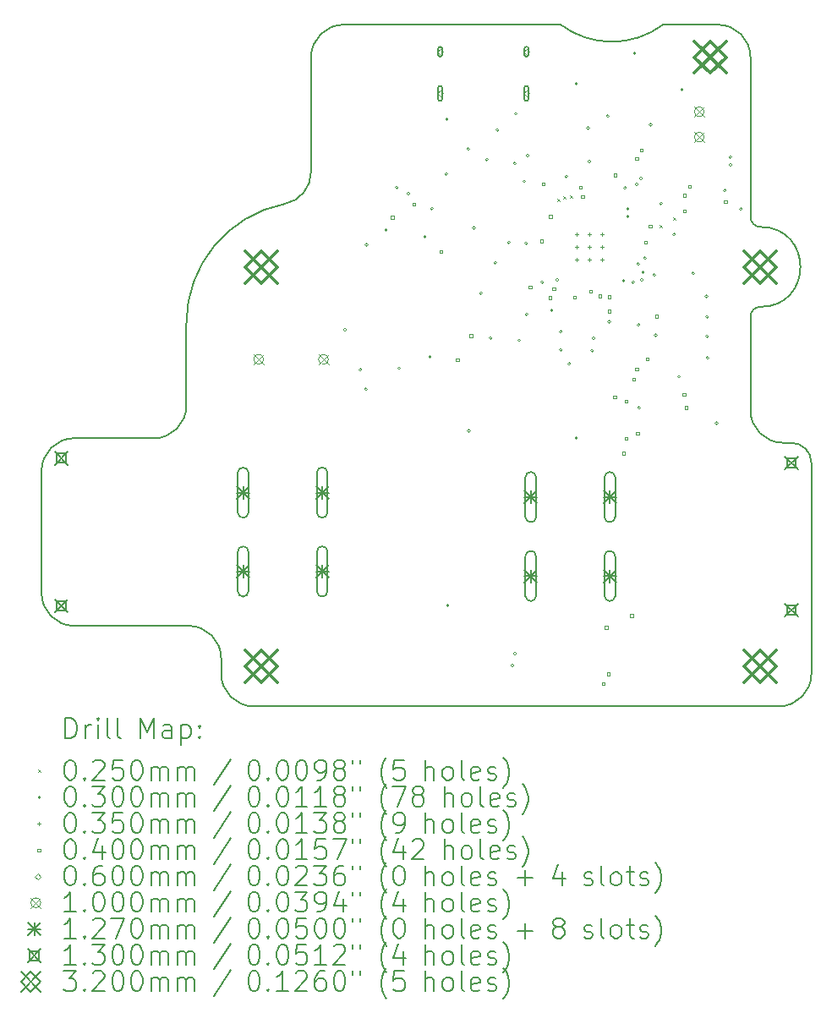
<source format=gbr>
%FSLAX45Y45*%
G04 Gerber Fmt 4.5, Leading zero omitted, Abs format (unit mm)*
G04 Created by KiCad (PCBNEW (6.99.0-874-g7b84e0a7d9-dirty)) date 2022-02-16 19:00:57*
%MOMM*%
%LPD*%
G01*
G04 APERTURE LIST*
%TA.AperFunction,Profile*%
%ADD10C,0.160000*%
%TD*%
%ADD11C,0.200000*%
%ADD12C,0.025000*%
%ADD13C,0.030000*%
%ADD14C,0.035000*%
%ADD15C,0.040000*%
%ADD16C,0.060000*%
%ADD17C,0.100000*%
%ADD18C,0.127000*%
%ADD19C,0.130000*%
%ADD20C,0.320000*%
G04 APERTURE END LIST*
D10*
X13800000Y-10275000D02*
X11625000Y-10275000D01*
X9726800Y-14416000D02*
X8926800Y-14416000D01*
X8601800Y-14741000D02*
X8601800Y-15969000D01*
X15700000Y-14136000D02*
G75*
G03*
X16025000Y-14461000I325033J33D01*
G01*
X15700000Y-14136000D02*
X15700000Y-13200000D01*
X10725000Y-17100000D02*
X15985000Y-17100000D01*
X8926800Y-14416000D02*
G75*
G03*
X8601800Y-14741000I-138J-324863D01*
G01*
X15800000Y-13100000D02*
G75*
G03*
X15800000Y-12300000I0J400000D01*
G01*
X16310000Y-16775000D02*
X16310000Y-16675000D01*
X9726800Y-14416000D02*
G75*
G03*
X10051800Y-14091000I-33J325033D01*
G01*
X11300000Y-10600000D02*
X11300000Y-11750000D01*
X15700000Y-10600000D02*
G75*
G03*
X15375000Y-10275000I-325033J-33D01*
G01*
X10400000Y-16619000D02*
X10400000Y-16775000D01*
X11037300Y-12069000D02*
G75*
G03*
X11300000Y-11750000I-62310J318981D01*
G01*
X16110000Y-14461000D02*
X16025000Y-14461000D01*
X10400000Y-16775000D02*
G75*
G03*
X10725000Y-17100000I325033J33D01*
G01*
X16310000Y-16675000D02*
X16310000Y-14661000D01*
X13800000Y-10275000D02*
G75*
G03*
X14825000Y-10275000I512500J683500D01*
G01*
X8926800Y-16294000D02*
X10075000Y-16294000D01*
X10051800Y-13265700D02*
X10051800Y-14091000D01*
X10400000Y-16619000D02*
G75*
G03*
X10075000Y-16294000I-325033J-33D01*
G01*
X15800000Y-13100000D02*
G75*
G03*
X15700000Y-13200000I37J-100037D01*
G01*
X15375000Y-10275000D02*
X14825000Y-10275000D01*
X11037300Y-12069000D02*
G75*
G03*
X10051800Y-13265700I233716J-1196605D01*
G01*
X15985000Y-17100000D02*
G75*
G03*
X16310000Y-16775000I-33J325033D01*
G01*
X16310000Y-14661000D02*
G75*
G03*
X16110000Y-14461000I-200073J-73D01*
G01*
X15700000Y-12200000D02*
G75*
G03*
X15800000Y-12300000I100037J37D01*
G01*
X8601800Y-15969000D02*
G75*
G03*
X8926800Y-16294000I324863J-138D01*
G01*
X11625000Y-10275000D02*
G75*
G03*
X11300000Y-10600000I33J-325033D01*
G01*
X15700000Y-12200000D02*
X15700000Y-10600000D01*
D11*
D12*
X13762500Y-12017500D02*
X13787500Y-12042500D01*
X13787500Y-12017500D02*
X13762500Y-12042500D01*
X13828097Y-11990518D02*
X13853097Y-12015518D01*
X13853097Y-11990518D02*
X13828097Y-12015518D01*
X13892643Y-11983276D02*
X13917643Y-12008276D01*
X13917643Y-11983276D02*
X13892643Y-12008276D01*
X14787500Y-12277500D02*
X14812500Y-12302500D01*
X14812500Y-12277500D02*
X14787500Y-12302500D01*
X14923430Y-12206570D02*
X14948430Y-12231570D01*
X14948430Y-12206570D02*
X14923430Y-12231570D01*
D13*
X11655000Y-13330000D02*
G75*
G03*
X11655000Y-13330000I-15000J0D01*
G01*
X11810000Y-13730000D02*
G75*
G03*
X11810000Y-13730000I-15000J0D01*
G01*
X11865000Y-13925000D02*
G75*
G03*
X11865000Y-13925000I-15000J0D01*
G01*
X11870000Y-12480000D02*
G75*
G03*
X11870000Y-12480000I-15000J0D01*
G01*
X12065000Y-12330000D02*
G75*
G03*
X12065000Y-12330000I-15000J0D01*
G01*
X12175000Y-11905000D02*
G75*
G03*
X12175000Y-11905000I-15000J0D01*
G01*
X12195000Y-13715000D02*
G75*
G03*
X12195000Y-13715000I-15000J0D01*
G01*
X12290000Y-11965000D02*
G75*
G03*
X12290000Y-11965000I-15000J0D01*
G01*
X12455000Y-12400000D02*
G75*
G03*
X12455000Y-12400000I-15000J0D01*
G01*
X12505000Y-13600000D02*
G75*
G03*
X12505000Y-13600000I-15000J0D01*
G01*
X12525000Y-12115000D02*
G75*
G03*
X12525000Y-12115000I-15000J0D01*
G01*
X12670000Y-11770000D02*
G75*
G03*
X12670000Y-11770000I-15000J0D01*
G01*
X12675000Y-11220000D02*
G75*
G03*
X12675000Y-11220000I-15000J0D01*
G01*
X12685000Y-16090000D02*
G75*
G03*
X12685000Y-16090000I-15000J0D01*
G01*
X12890000Y-11520000D02*
G75*
G03*
X12890000Y-11520000I-15000J0D01*
G01*
X12895000Y-14340000D02*
G75*
G03*
X12895000Y-14340000I-15000J0D01*
G01*
X12945000Y-12310000D02*
G75*
G03*
X12945000Y-12310000I-15000J0D01*
G01*
X13015000Y-12965000D02*
G75*
G03*
X13015000Y-12965000I-15000J0D01*
G01*
X13075000Y-11625000D02*
G75*
G03*
X13075000Y-11625000I-15000J0D01*
G01*
X13112500Y-13412500D02*
G75*
G03*
X13112500Y-13412500I-15000J0D01*
G01*
X13160000Y-12660000D02*
G75*
G03*
X13160000Y-12660000I-15000J0D01*
G01*
X13180000Y-11330000D02*
G75*
G03*
X13180000Y-11330000I-15000J0D01*
G01*
X13295000Y-12455000D02*
G75*
G03*
X13295000Y-12455000I-15000J0D01*
G01*
X13330000Y-16690000D02*
G75*
G03*
X13330000Y-16690000I-15000J0D01*
G01*
X13355000Y-11665000D02*
G75*
G03*
X13355000Y-11665000I-15000J0D01*
G01*
X13358188Y-16572124D02*
G75*
G03*
X13358188Y-16572124I-15000J0D01*
G01*
X13365000Y-11165000D02*
G75*
G03*
X13365000Y-11165000I-15000J0D01*
G01*
X13400000Y-13435000D02*
G75*
G03*
X13400000Y-13435000I-15000J0D01*
G01*
X13450000Y-11845000D02*
G75*
G03*
X13450000Y-11845000I-15000J0D01*
G01*
X13470000Y-12465000D02*
G75*
G03*
X13470000Y-12465000I-15000J0D01*
G01*
X13475000Y-13175000D02*
G75*
G03*
X13475000Y-13175000I-15000J0D01*
G01*
X13485000Y-11585000D02*
G75*
G03*
X13485000Y-11585000I-15000J0D01*
G01*
X13630000Y-12855000D02*
G75*
G03*
X13630000Y-12855000I-15000J0D01*
G01*
X13725000Y-13135000D02*
G75*
G03*
X13725000Y-13135000I-15000J0D01*
G01*
X13780000Y-12830000D02*
G75*
G03*
X13780000Y-12830000I-15000J0D01*
G01*
X13814950Y-13530862D02*
G75*
G03*
X13814950Y-13530862I-15000J0D01*
G01*
X13815000Y-13350000D02*
G75*
G03*
X13815000Y-13350000I-15000J0D01*
G01*
X13870000Y-11795000D02*
G75*
G03*
X13870000Y-11795000I-15000J0D01*
G01*
X13900000Y-13670000D02*
G75*
G03*
X13900000Y-13670000I-15000J0D01*
G01*
X13970000Y-10865000D02*
G75*
G03*
X13970000Y-10865000I-15000J0D01*
G01*
X13970000Y-14415000D02*
G75*
G03*
X13970000Y-14415000I-15000J0D01*
G01*
X14090000Y-11310000D02*
G75*
G03*
X14090000Y-11310000I-15000J0D01*
G01*
X14100000Y-11645000D02*
G75*
G03*
X14100000Y-11645000I-15000J0D01*
G01*
X14129955Y-13539987D02*
G75*
G03*
X14129955Y-13539987I-15000J0D01*
G01*
X14145000Y-13415000D02*
G75*
G03*
X14145000Y-13415000I-15000J0D01*
G01*
X14285000Y-11190000D02*
G75*
G03*
X14285000Y-11190000I-15000J0D01*
G01*
X14300000Y-13250000D02*
G75*
G03*
X14300000Y-13250000I-15000J0D01*
G01*
X14445000Y-12840000D02*
G75*
G03*
X14445000Y-12840000I-15000J0D01*
G01*
X14458856Y-11911144D02*
G75*
G03*
X14458856Y-11911144I-15000J0D01*
G01*
X14486665Y-12120499D02*
G75*
G03*
X14486665Y-12120499I-15000J0D01*
G01*
X14487499Y-12195444D02*
G75*
G03*
X14487499Y-12195444I-15000J0D01*
G01*
X14540000Y-12855000D02*
G75*
G03*
X14540000Y-12855000I-15000J0D01*
G01*
X14555000Y-10560000D02*
G75*
G03*
X14555000Y-10560000I-15000J0D01*
G01*
X14575000Y-11875000D02*
G75*
G03*
X14575000Y-11875000I-15000J0D01*
G01*
X14590000Y-12670000D02*
G75*
G03*
X14590000Y-12670000I-15000J0D01*
G01*
X14595000Y-13280000D02*
G75*
G03*
X14595000Y-13280000I-15000J0D01*
G01*
X14600000Y-14110000D02*
G75*
G03*
X14600000Y-14110000I-15000J0D01*
G01*
X14617981Y-11813598D02*
G75*
G03*
X14617981Y-11813598I-15000J0D01*
G01*
X14625000Y-12830000D02*
G75*
G03*
X14625000Y-12830000I-15000J0D01*
G01*
X14640000Y-12755000D02*
G75*
G03*
X14640000Y-12755000I-15000J0D01*
G01*
X14656402Y-12612019D02*
G75*
G03*
X14656402Y-12612019I-15000J0D01*
G01*
X14715000Y-11275000D02*
G75*
G03*
X14715000Y-11275000I-15000J0D01*
G01*
X14749950Y-12781200D02*
G75*
G03*
X14749950Y-12781200I-15000J0D01*
G01*
X14765000Y-13385000D02*
G75*
G03*
X14765000Y-13385000I-15000J0D01*
G01*
X14820000Y-12065000D02*
G75*
G03*
X14820000Y-12065000I-15000J0D01*
G01*
X14950000Y-12375000D02*
G75*
G03*
X14950000Y-12375000I-15000J0D01*
G01*
X15000000Y-13800000D02*
G75*
G03*
X15000000Y-13800000I-15000J0D01*
G01*
X15030000Y-10925000D02*
G75*
G03*
X15030000Y-10925000I-15000J0D01*
G01*
X15140000Y-12765000D02*
G75*
G03*
X15140000Y-12765000I-15000J0D01*
G01*
X15275000Y-12995000D02*
G75*
G03*
X15275000Y-12995000I-15000J0D01*
G01*
X15280000Y-13200000D02*
G75*
G03*
X15280000Y-13200000I-15000J0D01*
G01*
X15280000Y-13395000D02*
G75*
G03*
X15280000Y-13395000I-15000J0D01*
G01*
X15285000Y-13610000D02*
G75*
G03*
X15285000Y-13610000I-15000J0D01*
G01*
X15375000Y-14265000D02*
G75*
G03*
X15375000Y-14265000I-15000J0D01*
G01*
X15460000Y-11935000D02*
G75*
G03*
X15460000Y-11935000I-15000J0D01*
G01*
X15515000Y-11600000D02*
G75*
G03*
X15515000Y-11600000I-15000J0D01*
G01*
X15515000Y-11680000D02*
G75*
G03*
X15515000Y-11680000I-15000J0D01*
G01*
X15620000Y-12120000D02*
G75*
G03*
X15620000Y-12120000I-15000J0D01*
G01*
D14*
X13957500Y-12356000D02*
X13957500Y-12391000D01*
X13940000Y-12373500D02*
X13975000Y-12373500D01*
X13957500Y-12483500D02*
X13957500Y-12518500D01*
X13940000Y-12501000D02*
X13975000Y-12501000D01*
X13957500Y-12611000D02*
X13957500Y-12646000D01*
X13940000Y-12628500D02*
X13975000Y-12628500D01*
X14085000Y-12356000D02*
X14085000Y-12391000D01*
X14067500Y-12373500D02*
X14102500Y-12373500D01*
X14085000Y-12483500D02*
X14085000Y-12518500D01*
X14067500Y-12501000D02*
X14102500Y-12501000D01*
X14085000Y-12611000D02*
X14085000Y-12646000D01*
X14067500Y-12628500D02*
X14102500Y-12628500D01*
X14212500Y-12356000D02*
X14212500Y-12391000D01*
X14195000Y-12373500D02*
X14230000Y-12373500D01*
X14212500Y-12483500D02*
X14212500Y-12518500D01*
X14195000Y-12501000D02*
X14230000Y-12501000D01*
X14212500Y-12611000D02*
X14212500Y-12646000D01*
X14195000Y-12628500D02*
X14230000Y-12628500D01*
D15*
X12129092Y-12219142D02*
X12129092Y-12190858D01*
X12100808Y-12190858D01*
X12100808Y-12219142D01*
X12129092Y-12219142D01*
X12344142Y-12084142D02*
X12344142Y-12055858D01*
X12315858Y-12055858D01*
X12315858Y-12084142D01*
X12344142Y-12084142D01*
X12613216Y-12560069D02*
X12613216Y-12531784D01*
X12584931Y-12531784D01*
X12584931Y-12560069D01*
X12613216Y-12560069D01*
X12779142Y-13644142D02*
X12779142Y-13615858D01*
X12750858Y-13615858D01*
X12750858Y-13644142D01*
X12779142Y-13644142D01*
X12914142Y-13404142D02*
X12914142Y-13375858D01*
X12885858Y-13375858D01*
X12885858Y-13404142D01*
X12914142Y-13404142D01*
X13507186Y-12916236D02*
X13507186Y-12887952D01*
X13478901Y-12887952D01*
X13478901Y-12916236D01*
X13507186Y-12916236D01*
X13620142Y-12455142D02*
X13620142Y-12426858D01*
X13591858Y-12426858D01*
X13591858Y-12455142D01*
X13620142Y-12455142D01*
X13640392Y-11882892D02*
X13640392Y-11854608D01*
X13612108Y-11854608D01*
X13612108Y-11882892D01*
X13640392Y-11882892D01*
X13709552Y-13022623D02*
X13709552Y-12994338D01*
X13681268Y-12994338D01*
X13681268Y-13022623D01*
X13709552Y-13022623D01*
X13711496Y-12210415D02*
X13711496Y-12182131D01*
X13683211Y-12182131D01*
X13683211Y-12210415D01*
X13711496Y-12210415D01*
X13743872Y-12934092D02*
X13743872Y-12905808D01*
X13715588Y-12905808D01*
X13715588Y-12934092D01*
X13743872Y-12934092D01*
X13952251Y-13019908D02*
X13952251Y-12991623D01*
X13923967Y-12991623D01*
X13923967Y-13019908D01*
X13952251Y-13019908D01*
X14011765Y-11918859D02*
X14011765Y-11890574D01*
X13983480Y-11890574D01*
X13983480Y-11918859D01*
X14011765Y-11918859D01*
X14034185Y-12011235D02*
X14034185Y-11982950D01*
X14005900Y-11982950D01*
X14005900Y-12011235D01*
X14034185Y-12011235D01*
X14114142Y-12959142D02*
X14114142Y-12930858D01*
X14085858Y-12930858D01*
X14085858Y-12959142D01*
X14114142Y-12959142D01*
X14204997Y-13005141D02*
X14204997Y-12976856D01*
X14176712Y-12976856D01*
X14176712Y-13005141D01*
X14204997Y-13005141D01*
X14239142Y-16889142D02*
X14239142Y-16860858D01*
X14210858Y-16860858D01*
X14210858Y-16889142D01*
X14239142Y-16889142D01*
X14269142Y-16324142D02*
X14269142Y-16295858D01*
X14240858Y-16295858D01*
X14240858Y-16324142D01*
X14269142Y-16324142D01*
X14289142Y-16789142D02*
X14289142Y-16760858D01*
X14260858Y-16760858D01*
X14260858Y-16789142D01*
X14289142Y-16789142D01*
X14299142Y-13159142D02*
X14299142Y-13130858D01*
X14270858Y-13130858D01*
X14270858Y-13159142D01*
X14299142Y-13159142D01*
X14299516Y-13014178D02*
X14299516Y-12985894D01*
X14271231Y-12985894D01*
X14271231Y-13014178D01*
X14299516Y-13014178D01*
X14354142Y-14019142D02*
X14354142Y-13990858D01*
X14325858Y-13990858D01*
X14325858Y-14019142D01*
X14354142Y-14019142D01*
X14359142Y-11794142D02*
X14359142Y-11765858D01*
X14330858Y-11765858D01*
X14330858Y-11794142D01*
X14359142Y-11794142D01*
X14444142Y-14579142D02*
X14444142Y-14550858D01*
X14415858Y-14550858D01*
X14415858Y-14579142D01*
X14444142Y-14579142D01*
X14469142Y-14059142D02*
X14469142Y-14030858D01*
X14440858Y-14030858D01*
X14440858Y-14059142D01*
X14469142Y-14059142D01*
X14469142Y-14434142D02*
X14469142Y-14405858D01*
X14440858Y-14405858D01*
X14440858Y-14434142D01*
X14469142Y-14434142D01*
X14525069Y-16205069D02*
X14525069Y-16176784D01*
X14496784Y-16176784D01*
X14496784Y-16205069D01*
X14525069Y-16205069D01*
X14544142Y-13839142D02*
X14544142Y-13810858D01*
X14515858Y-13810858D01*
X14515858Y-13839142D01*
X14544142Y-13839142D01*
X14574092Y-11629142D02*
X14574092Y-11600858D01*
X14545808Y-11600858D01*
X14545808Y-11629142D01*
X14574092Y-11629142D01*
X14574142Y-13739142D02*
X14574142Y-13710858D01*
X14545858Y-13710858D01*
X14545858Y-13739142D01*
X14574142Y-13739142D01*
X14584642Y-14379642D02*
X14584642Y-14351358D01*
X14556358Y-14351358D01*
X14556358Y-14379642D01*
X14584642Y-14379642D01*
X14622552Y-11547490D02*
X14622552Y-11519205D01*
X14594268Y-11519205D01*
X14594268Y-11547490D01*
X14622552Y-11547490D01*
X14664934Y-12470192D02*
X14664934Y-12441908D01*
X14636649Y-12441908D01*
X14636649Y-12470192D01*
X14664934Y-12470192D01*
X14679142Y-13634142D02*
X14679142Y-13605858D01*
X14650858Y-13605858D01*
X14650858Y-13634142D01*
X14679142Y-13634142D01*
X14711732Y-12305567D02*
X14711732Y-12277283D01*
X14683447Y-12277283D01*
X14683447Y-12305567D01*
X14711732Y-12305567D01*
X14772065Y-13208918D02*
X14772065Y-13180633D01*
X14743780Y-13180633D01*
X14743780Y-13208918D01*
X14772065Y-13208918D01*
X15049142Y-13994142D02*
X15049142Y-13965858D01*
X15020858Y-13965858D01*
X15020858Y-13994142D01*
X15049142Y-13994142D01*
X15054142Y-11999142D02*
X15054142Y-11970858D01*
X15025858Y-11970858D01*
X15025858Y-11999142D01*
X15054142Y-11999142D01*
X15054142Y-12154142D02*
X15054142Y-12125858D01*
X15025858Y-12125858D01*
X15025858Y-12154142D01*
X15054142Y-12154142D01*
X15069142Y-14124142D02*
X15069142Y-14095858D01*
X15040858Y-14095858D01*
X15040858Y-14124142D01*
X15069142Y-14124142D01*
X15104142Y-11909142D02*
X15104142Y-11880858D01*
X15075858Y-11880858D01*
X15075858Y-11909142D01*
X15104142Y-11909142D01*
X15464192Y-12062444D02*
X15464192Y-12034160D01*
X15435908Y-12034160D01*
X15435908Y-12062444D01*
X15464192Y-12062444D01*
D16*
X12593000Y-10575000D02*
X12623000Y-10545000D01*
X12593000Y-10515000D01*
X12563000Y-10545000D01*
X12593000Y-10575000D01*
D11*
X12613000Y-10575000D02*
X12613000Y-10515000D01*
X12573000Y-10575000D02*
X12573000Y-10515000D01*
X12613000Y-10515000D02*
G75*
G03*
X12573000Y-10515000I-20000J0D01*
G01*
X12573000Y-10575000D02*
G75*
G03*
X12613000Y-10575000I20000J0D01*
G01*
D16*
X12593000Y-10993000D02*
X12623000Y-10963000D01*
X12593000Y-10933000D01*
X12563000Y-10963000D01*
X12593000Y-10993000D01*
D11*
X12613000Y-11018000D02*
X12613000Y-10908000D01*
X12573000Y-11018000D02*
X12573000Y-10908000D01*
X12613000Y-10908000D02*
G75*
G03*
X12573000Y-10908000I-20000J0D01*
G01*
X12573000Y-11018000D02*
G75*
G03*
X12613000Y-11018000I20000J0D01*
G01*
D16*
X13457000Y-10575000D02*
X13487000Y-10545000D01*
X13457000Y-10515000D01*
X13427000Y-10545000D01*
X13457000Y-10575000D01*
D11*
X13477000Y-10575000D02*
X13477000Y-10515000D01*
X13437000Y-10575000D02*
X13437000Y-10515000D01*
X13477000Y-10515000D02*
G75*
G03*
X13437000Y-10515000I-20000J0D01*
G01*
X13437000Y-10575000D02*
G75*
G03*
X13477000Y-10575000I20000J0D01*
G01*
D16*
X13457000Y-10993000D02*
X13487000Y-10963000D01*
X13457000Y-10933000D01*
X13427000Y-10963000D01*
X13457000Y-10993000D01*
D11*
X13477000Y-11018000D02*
X13477000Y-10908000D01*
X13437000Y-11018000D02*
X13437000Y-10908000D01*
X13477000Y-10908000D02*
G75*
G03*
X13437000Y-10908000I-20000J0D01*
G01*
X13437000Y-11018000D02*
G75*
G03*
X13477000Y-11018000I20000J0D01*
G01*
D17*
X10725000Y-13575000D02*
X10825000Y-13675000D01*
X10825000Y-13575000D02*
X10725000Y-13675000D01*
X10825000Y-13625000D02*
G75*
G03*
X10825000Y-13625000I-50000J0D01*
G01*
X11375000Y-13575000D02*
X11475000Y-13675000D01*
X11475000Y-13575000D02*
X11375000Y-13675000D01*
X11475000Y-13625000D02*
G75*
G03*
X11475000Y-13625000I-50000J0D01*
G01*
X15137500Y-11097500D02*
X15237500Y-11197500D01*
X15237500Y-11097500D02*
X15137500Y-11197500D01*
X15237500Y-11147500D02*
G75*
G03*
X15237500Y-11147500I-50000J0D01*
G01*
X15137500Y-11351500D02*
X15237500Y-11451500D01*
X15237500Y-11351500D02*
X15137500Y-11451500D01*
X15237500Y-11401500D02*
G75*
G03*
X15237500Y-11401500I-50000J0D01*
G01*
D18*
X10556250Y-14896500D02*
X10683250Y-15023500D01*
X10683250Y-14896500D02*
X10556250Y-15023500D01*
X10619750Y-14896500D02*
X10619750Y-15023500D01*
X10556250Y-14960000D02*
X10683250Y-14960000D01*
D11*
X10673250Y-15158000D02*
X10673250Y-14762000D01*
X10566250Y-15158000D02*
X10566250Y-14762000D01*
X10673250Y-14762000D02*
G75*
G03*
X10566250Y-14762000I-53500J0D01*
G01*
X10566250Y-15158000D02*
G75*
G03*
X10673250Y-15158000I53500J0D01*
G01*
D18*
X10556250Y-15686500D02*
X10683250Y-15813500D01*
X10683250Y-15686500D02*
X10556250Y-15813500D01*
X10619750Y-15686500D02*
X10619750Y-15813500D01*
X10556250Y-15750000D02*
X10683250Y-15750000D01*
D11*
X10673250Y-15948000D02*
X10673250Y-15552000D01*
X10566250Y-15948000D02*
X10566250Y-15552000D01*
X10673250Y-15552000D02*
G75*
G03*
X10566250Y-15552000I-53500J0D01*
G01*
X10566250Y-15948000D02*
G75*
G03*
X10673250Y-15948000I53500J0D01*
G01*
D18*
X11348250Y-14896500D02*
X11475250Y-15023500D01*
X11475250Y-14896500D02*
X11348250Y-15023500D01*
X11411750Y-14896500D02*
X11411750Y-15023500D01*
X11348250Y-14960000D02*
X11475250Y-14960000D01*
D11*
X11465250Y-15158000D02*
X11465250Y-14762000D01*
X11358250Y-15158000D02*
X11358250Y-14762000D01*
X11465250Y-14762000D02*
G75*
G03*
X11358250Y-14762000I-53500J0D01*
G01*
X11358250Y-15158000D02*
G75*
G03*
X11465250Y-15158000I53500J0D01*
G01*
D18*
X11348250Y-15686500D02*
X11475250Y-15813500D01*
X11475250Y-15686500D02*
X11348250Y-15813500D01*
X11411750Y-15686500D02*
X11411750Y-15813500D01*
X11348250Y-15750000D02*
X11475250Y-15750000D01*
D11*
X11465250Y-15948000D02*
X11465250Y-15552000D01*
X11358250Y-15948000D02*
X11358250Y-15552000D01*
X11465250Y-15552000D02*
G75*
G03*
X11358250Y-15552000I-53500J0D01*
G01*
X11358250Y-15948000D02*
G75*
G03*
X11465250Y-15948000I53500J0D01*
G01*
D18*
X13436500Y-14941500D02*
X13563500Y-15068500D01*
X13563500Y-14941500D02*
X13436500Y-15068500D01*
X13500000Y-14941500D02*
X13500000Y-15068500D01*
X13436500Y-15005000D02*
X13563500Y-15005000D01*
D11*
X13446500Y-14807000D02*
X13446500Y-15203000D01*
X13553500Y-14807000D02*
X13553500Y-15203000D01*
X13446500Y-15203000D02*
G75*
G03*
X13553500Y-15203000I53500J0D01*
G01*
X13553500Y-14807000D02*
G75*
G03*
X13446500Y-14807000I-53500J0D01*
G01*
D18*
X13436500Y-15731500D02*
X13563500Y-15858500D01*
X13563500Y-15731500D02*
X13436500Y-15858500D01*
X13500000Y-15731500D02*
X13500000Y-15858500D01*
X13436500Y-15795000D02*
X13563500Y-15795000D01*
D11*
X13446500Y-15597000D02*
X13446500Y-15993000D01*
X13553500Y-15597000D02*
X13553500Y-15993000D01*
X13446500Y-15993000D02*
G75*
G03*
X13553500Y-15993000I53500J0D01*
G01*
X13553500Y-15597000D02*
G75*
G03*
X13446500Y-15597000I-53500J0D01*
G01*
D18*
X14228500Y-14941500D02*
X14355500Y-15068500D01*
X14355500Y-14941500D02*
X14228500Y-15068500D01*
X14292000Y-14941500D02*
X14292000Y-15068500D01*
X14228500Y-15005000D02*
X14355500Y-15005000D01*
D11*
X14238500Y-14807000D02*
X14238500Y-15203000D01*
X14345500Y-14807000D02*
X14345500Y-15203000D01*
X14238500Y-15203000D02*
G75*
G03*
X14345500Y-15203000I53500J0D01*
G01*
X14345500Y-14807000D02*
G75*
G03*
X14238500Y-14807000I-53500J0D01*
G01*
D18*
X14228500Y-15731500D02*
X14355500Y-15858500D01*
X14355500Y-15731500D02*
X14228500Y-15858500D01*
X14292000Y-15731500D02*
X14292000Y-15858500D01*
X14228500Y-15795000D02*
X14355500Y-15795000D01*
D11*
X14238500Y-15597000D02*
X14238500Y-15993000D01*
X14345500Y-15597000D02*
X14345500Y-15993000D01*
X14238500Y-15993000D02*
G75*
G03*
X14345500Y-15993000I53500J0D01*
G01*
X14345500Y-15597000D02*
G75*
G03*
X14238500Y-15597000I-53500J0D01*
G01*
D19*
X8736750Y-14551000D02*
X8866750Y-14681000D01*
X8866750Y-14551000D02*
X8736750Y-14681000D01*
X8847712Y-14661962D02*
X8847712Y-14570038D01*
X8755788Y-14570038D01*
X8755788Y-14661962D01*
X8847712Y-14661962D01*
X8736750Y-16029000D02*
X8866750Y-16159000D01*
X8866750Y-16029000D02*
X8736750Y-16159000D01*
X8847712Y-16139962D02*
X8847712Y-16048038D01*
X8755788Y-16048038D01*
X8755788Y-16139962D01*
X8847712Y-16139962D01*
X16045000Y-14596000D02*
X16175000Y-14726000D01*
X16175000Y-14596000D02*
X16045000Y-14726000D01*
X16155962Y-14706962D02*
X16155962Y-14615038D01*
X16064038Y-14615038D01*
X16064038Y-14706962D01*
X16155962Y-14706962D01*
X16045000Y-16074000D02*
X16175000Y-16204000D01*
X16175000Y-16074000D02*
X16045000Y-16204000D01*
X16155962Y-16184962D02*
X16155962Y-16093038D01*
X16064038Y-16093038D01*
X16064038Y-16184962D01*
X16155962Y-16184962D01*
D20*
X10640000Y-12540000D02*
X10960000Y-12860000D01*
X10960000Y-12540000D02*
X10640000Y-12860000D01*
X10800000Y-12860000D02*
X10960000Y-12700000D01*
X10800000Y-12540000D01*
X10640000Y-12700000D01*
X10800000Y-12860000D01*
X10640000Y-16540000D02*
X10960000Y-16860000D01*
X10960000Y-16540000D02*
X10640000Y-16860000D01*
X10800000Y-16860000D02*
X10960000Y-16700000D01*
X10800000Y-16540000D01*
X10640000Y-16700000D01*
X10800000Y-16860000D01*
X15140000Y-10440000D02*
X15460000Y-10760000D01*
X15460000Y-10440000D02*
X15140000Y-10760000D01*
X15300000Y-10760000D02*
X15460000Y-10600000D01*
X15300000Y-10440000D01*
X15140000Y-10600000D01*
X15300000Y-10760000D01*
X15640000Y-12540000D02*
X15960000Y-12860000D01*
X15960000Y-12540000D02*
X15640000Y-12860000D01*
X15800000Y-12860000D02*
X15960000Y-12700000D01*
X15800000Y-12540000D01*
X15640000Y-12700000D01*
X15800000Y-12860000D01*
X15640000Y-16540000D02*
X15960000Y-16860000D01*
X15960000Y-16540000D02*
X15640000Y-16860000D01*
X15800000Y-16860000D02*
X15960000Y-16700000D01*
X15800000Y-16540000D01*
X15640000Y-16700000D01*
X15800000Y-16860000D01*
D11*
X8841419Y-17418476D02*
X8841419Y-17218476D01*
X8841419Y-17218476D02*
X8889038Y-17218476D01*
X8889038Y-17218476D02*
X8917610Y-17228000D01*
X8917610Y-17228000D02*
X8936657Y-17247048D01*
X8936657Y-17247048D02*
X8946181Y-17266095D01*
X8946181Y-17266095D02*
X8955705Y-17304190D01*
X8955705Y-17304190D02*
X8955705Y-17332762D01*
X8955705Y-17332762D02*
X8946181Y-17370857D01*
X8946181Y-17370857D02*
X8936657Y-17389905D01*
X8936657Y-17389905D02*
X8917610Y-17408952D01*
X8917610Y-17408952D02*
X8889038Y-17418476D01*
X8889038Y-17418476D02*
X8841419Y-17418476D01*
X9041419Y-17418476D02*
X9041419Y-17285143D01*
X9041419Y-17323238D02*
X9050943Y-17304190D01*
X9050943Y-17304190D02*
X9060467Y-17294667D01*
X9060467Y-17294667D02*
X9079514Y-17285143D01*
X9079514Y-17285143D02*
X9098562Y-17285143D01*
X9165229Y-17418476D02*
X9165229Y-17285143D01*
X9165229Y-17218476D02*
X9155705Y-17228000D01*
X9155705Y-17228000D02*
X9165229Y-17237524D01*
X9165229Y-17237524D02*
X9174752Y-17228000D01*
X9174752Y-17228000D02*
X9165229Y-17218476D01*
X9165229Y-17218476D02*
X9165229Y-17237524D01*
X9289038Y-17418476D02*
X9269990Y-17408952D01*
X9269990Y-17408952D02*
X9260467Y-17389905D01*
X9260467Y-17389905D02*
X9260467Y-17218476D01*
X9393800Y-17418476D02*
X9374752Y-17408952D01*
X9374752Y-17408952D02*
X9365229Y-17389905D01*
X9365229Y-17389905D02*
X9365229Y-17218476D01*
X9589990Y-17418476D02*
X9589990Y-17218476D01*
X9589990Y-17218476D02*
X9656657Y-17361333D01*
X9656657Y-17361333D02*
X9723324Y-17218476D01*
X9723324Y-17218476D02*
X9723324Y-17418476D01*
X9904276Y-17418476D02*
X9904276Y-17313714D01*
X9904276Y-17313714D02*
X9894752Y-17294667D01*
X9894752Y-17294667D02*
X9875705Y-17285143D01*
X9875705Y-17285143D02*
X9837609Y-17285143D01*
X9837609Y-17285143D02*
X9818562Y-17294667D01*
X9904276Y-17408952D02*
X9885229Y-17418476D01*
X9885229Y-17418476D02*
X9837609Y-17418476D01*
X9837609Y-17418476D02*
X9818562Y-17408952D01*
X9818562Y-17408952D02*
X9809038Y-17389905D01*
X9809038Y-17389905D02*
X9809038Y-17370857D01*
X9809038Y-17370857D02*
X9818562Y-17351810D01*
X9818562Y-17351810D02*
X9837609Y-17342286D01*
X9837609Y-17342286D02*
X9885229Y-17342286D01*
X9885229Y-17342286D02*
X9904276Y-17332762D01*
X9999514Y-17285143D02*
X9999514Y-17485143D01*
X9999514Y-17294667D02*
X10018562Y-17285143D01*
X10018562Y-17285143D02*
X10056657Y-17285143D01*
X10056657Y-17285143D02*
X10075705Y-17294667D01*
X10075705Y-17294667D02*
X10085229Y-17304190D01*
X10085229Y-17304190D02*
X10094752Y-17323238D01*
X10094752Y-17323238D02*
X10094752Y-17380381D01*
X10094752Y-17380381D02*
X10085229Y-17399429D01*
X10085229Y-17399429D02*
X10075705Y-17408952D01*
X10075705Y-17408952D02*
X10056657Y-17418476D01*
X10056657Y-17418476D02*
X10018562Y-17418476D01*
X10018562Y-17418476D02*
X9999514Y-17408952D01*
X10180467Y-17399429D02*
X10189990Y-17408952D01*
X10189990Y-17408952D02*
X10180467Y-17418476D01*
X10180467Y-17418476D02*
X10170943Y-17408952D01*
X10170943Y-17408952D02*
X10180467Y-17399429D01*
X10180467Y-17399429D02*
X10180467Y-17418476D01*
X10180467Y-17294667D02*
X10189990Y-17304190D01*
X10189990Y-17304190D02*
X10180467Y-17313714D01*
X10180467Y-17313714D02*
X10170943Y-17304190D01*
X10170943Y-17304190D02*
X10180467Y-17294667D01*
X10180467Y-17294667D02*
X10180467Y-17313714D01*
D12*
X8568800Y-17735500D02*
X8593800Y-17760500D01*
X8593800Y-17735500D02*
X8568800Y-17760500D01*
D11*
X8879514Y-17638476D02*
X8898562Y-17638476D01*
X8898562Y-17638476D02*
X8917610Y-17648000D01*
X8917610Y-17648000D02*
X8927133Y-17657524D01*
X8927133Y-17657524D02*
X8936657Y-17676571D01*
X8936657Y-17676571D02*
X8946181Y-17714667D01*
X8946181Y-17714667D02*
X8946181Y-17762286D01*
X8946181Y-17762286D02*
X8936657Y-17800381D01*
X8936657Y-17800381D02*
X8927133Y-17819429D01*
X8927133Y-17819429D02*
X8917610Y-17828952D01*
X8917610Y-17828952D02*
X8898562Y-17838476D01*
X8898562Y-17838476D02*
X8879514Y-17838476D01*
X8879514Y-17838476D02*
X8860467Y-17828952D01*
X8860467Y-17828952D02*
X8850943Y-17819429D01*
X8850943Y-17819429D02*
X8841419Y-17800381D01*
X8841419Y-17800381D02*
X8831895Y-17762286D01*
X8831895Y-17762286D02*
X8831895Y-17714667D01*
X8831895Y-17714667D02*
X8841419Y-17676571D01*
X8841419Y-17676571D02*
X8850943Y-17657524D01*
X8850943Y-17657524D02*
X8860467Y-17648000D01*
X8860467Y-17648000D02*
X8879514Y-17638476D01*
X9031895Y-17819429D02*
X9041419Y-17828952D01*
X9041419Y-17828952D02*
X9031895Y-17838476D01*
X9031895Y-17838476D02*
X9022371Y-17828952D01*
X9022371Y-17828952D02*
X9031895Y-17819429D01*
X9031895Y-17819429D02*
X9031895Y-17838476D01*
X9117610Y-17657524D02*
X9127133Y-17648000D01*
X9127133Y-17648000D02*
X9146181Y-17638476D01*
X9146181Y-17638476D02*
X9193800Y-17638476D01*
X9193800Y-17638476D02*
X9212848Y-17648000D01*
X9212848Y-17648000D02*
X9222371Y-17657524D01*
X9222371Y-17657524D02*
X9231895Y-17676571D01*
X9231895Y-17676571D02*
X9231895Y-17695619D01*
X9231895Y-17695619D02*
X9222371Y-17724190D01*
X9222371Y-17724190D02*
X9108086Y-17838476D01*
X9108086Y-17838476D02*
X9231895Y-17838476D01*
X9412848Y-17638476D02*
X9317610Y-17638476D01*
X9317610Y-17638476D02*
X9308086Y-17733714D01*
X9308086Y-17733714D02*
X9317610Y-17724190D01*
X9317610Y-17724190D02*
X9336657Y-17714667D01*
X9336657Y-17714667D02*
X9384276Y-17714667D01*
X9384276Y-17714667D02*
X9403324Y-17724190D01*
X9403324Y-17724190D02*
X9412848Y-17733714D01*
X9412848Y-17733714D02*
X9422371Y-17752762D01*
X9422371Y-17752762D02*
X9422371Y-17800381D01*
X9422371Y-17800381D02*
X9412848Y-17819429D01*
X9412848Y-17819429D02*
X9403324Y-17828952D01*
X9403324Y-17828952D02*
X9384276Y-17838476D01*
X9384276Y-17838476D02*
X9336657Y-17838476D01*
X9336657Y-17838476D02*
X9317610Y-17828952D01*
X9317610Y-17828952D02*
X9308086Y-17819429D01*
X9546181Y-17638476D02*
X9565229Y-17638476D01*
X9565229Y-17638476D02*
X9584276Y-17648000D01*
X9584276Y-17648000D02*
X9593800Y-17657524D01*
X9593800Y-17657524D02*
X9603324Y-17676571D01*
X9603324Y-17676571D02*
X9612848Y-17714667D01*
X9612848Y-17714667D02*
X9612848Y-17762286D01*
X9612848Y-17762286D02*
X9603324Y-17800381D01*
X9603324Y-17800381D02*
X9593800Y-17819429D01*
X9593800Y-17819429D02*
X9584276Y-17828952D01*
X9584276Y-17828952D02*
X9565229Y-17838476D01*
X9565229Y-17838476D02*
X9546181Y-17838476D01*
X9546181Y-17838476D02*
X9527133Y-17828952D01*
X9527133Y-17828952D02*
X9517610Y-17819429D01*
X9517610Y-17819429D02*
X9508086Y-17800381D01*
X9508086Y-17800381D02*
X9498562Y-17762286D01*
X9498562Y-17762286D02*
X9498562Y-17714667D01*
X9498562Y-17714667D02*
X9508086Y-17676571D01*
X9508086Y-17676571D02*
X9517610Y-17657524D01*
X9517610Y-17657524D02*
X9527133Y-17648000D01*
X9527133Y-17648000D02*
X9546181Y-17638476D01*
X9698562Y-17838476D02*
X9698562Y-17705143D01*
X9698562Y-17724190D02*
X9708086Y-17714667D01*
X9708086Y-17714667D02*
X9727133Y-17705143D01*
X9727133Y-17705143D02*
X9755705Y-17705143D01*
X9755705Y-17705143D02*
X9774752Y-17714667D01*
X9774752Y-17714667D02*
X9784276Y-17733714D01*
X9784276Y-17733714D02*
X9784276Y-17838476D01*
X9784276Y-17733714D02*
X9793800Y-17714667D01*
X9793800Y-17714667D02*
X9812848Y-17705143D01*
X9812848Y-17705143D02*
X9841419Y-17705143D01*
X9841419Y-17705143D02*
X9860467Y-17714667D01*
X9860467Y-17714667D02*
X9869991Y-17733714D01*
X9869991Y-17733714D02*
X9869991Y-17838476D01*
X9965229Y-17838476D02*
X9965229Y-17705143D01*
X9965229Y-17724190D02*
X9974752Y-17714667D01*
X9974752Y-17714667D02*
X9993800Y-17705143D01*
X9993800Y-17705143D02*
X10022372Y-17705143D01*
X10022372Y-17705143D02*
X10041419Y-17714667D01*
X10041419Y-17714667D02*
X10050943Y-17733714D01*
X10050943Y-17733714D02*
X10050943Y-17838476D01*
X10050943Y-17733714D02*
X10060467Y-17714667D01*
X10060467Y-17714667D02*
X10079514Y-17705143D01*
X10079514Y-17705143D02*
X10108086Y-17705143D01*
X10108086Y-17705143D02*
X10127133Y-17714667D01*
X10127133Y-17714667D02*
X10136657Y-17733714D01*
X10136657Y-17733714D02*
X10136657Y-17838476D01*
X10494752Y-17628952D02*
X10323324Y-17886095D01*
X10719514Y-17638476D02*
X10738562Y-17638476D01*
X10738562Y-17638476D02*
X10757610Y-17648000D01*
X10757610Y-17648000D02*
X10767133Y-17657524D01*
X10767133Y-17657524D02*
X10776657Y-17676571D01*
X10776657Y-17676571D02*
X10786181Y-17714667D01*
X10786181Y-17714667D02*
X10786181Y-17762286D01*
X10786181Y-17762286D02*
X10776657Y-17800381D01*
X10776657Y-17800381D02*
X10767133Y-17819429D01*
X10767133Y-17819429D02*
X10757610Y-17828952D01*
X10757610Y-17828952D02*
X10738562Y-17838476D01*
X10738562Y-17838476D02*
X10719514Y-17838476D01*
X10719514Y-17838476D02*
X10700467Y-17828952D01*
X10700467Y-17828952D02*
X10690943Y-17819429D01*
X10690943Y-17819429D02*
X10681419Y-17800381D01*
X10681419Y-17800381D02*
X10671895Y-17762286D01*
X10671895Y-17762286D02*
X10671895Y-17714667D01*
X10671895Y-17714667D02*
X10681419Y-17676571D01*
X10681419Y-17676571D02*
X10690943Y-17657524D01*
X10690943Y-17657524D02*
X10700467Y-17648000D01*
X10700467Y-17648000D02*
X10719514Y-17638476D01*
X10871895Y-17819429D02*
X10881419Y-17828952D01*
X10881419Y-17828952D02*
X10871895Y-17838476D01*
X10871895Y-17838476D02*
X10862372Y-17828952D01*
X10862372Y-17828952D02*
X10871895Y-17819429D01*
X10871895Y-17819429D02*
X10871895Y-17838476D01*
X11005229Y-17638476D02*
X11024276Y-17638476D01*
X11024276Y-17638476D02*
X11043324Y-17648000D01*
X11043324Y-17648000D02*
X11052848Y-17657524D01*
X11052848Y-17657524D02*
X11062372Y-17676571D01*
X11062372Y-17676571D02*
X11071895Y-17714667D01*
X11071895Y-17714667D02*
X11071895Y-17762286D01*
X11071895Y-17762286D02*
X11062372Y-17800381D01*
X11062372Y-17800381D02*
X11052848Y-17819429D01*
X11052848Y-17819429D02*
X11043324Y-17828952D01*
X11043324Y-17828952D02*
X11024276Y-17838476D01*
X11024276Y-17838476D02*
X11005229Y-17838476D01*
X11005229Y-17838476D02*
X10986181Y-17828952D01*
X10986181Y-17828952D02*
X10976657Y-17819429D01*
X10976657Y-17819429D02*
X10967133Y-17800381D01*
X10967133Y-17800381D02*
X10957610Y-17762286D01*
X10957610Y-17762286D02*
X10957610Y-17714667D01*
X10957610Y-17714667D02*
X10967133Y-17676571D01*
X10967133Y-17676571D02*
X10976657Y-17657524D01*
X10976657Y-17657524D02*
X10986181Y-17648000D01*
X10986181Y-17648000D02*
X11005229Y-17638476D01*
X11195705Y-17638476D02*
X11214752Y-17638476D01*
X11214752Y-17638476D02*
X11233800Y-17648000D01*
X11233800Y-17648000D02*
X11243324Y-17657524D01*
X11243324Y-17657524D02*
X11252848Y-17676571D01*
X11252848Y-17676571D02*
X11262371Y-17714667D01*
X11262371Y-17714667D02*
X11262371Y-17762286D01*
X11262371Y-17762286D02*
X11252848Y-17800381D01*
X11252848Y-17800381D02*
X11243324Y-17819429D01*
X11243324Y-17819429D02*
X11233800Y-17828952D01*
X11233800Y-17828952D02*
X11214752Y-17838476D01*
X11214752Y-17838476D02*
X11195705Y-17838476D01*
X11195705Y-17838476D02*
X11176657Y-17828952D01*
X11176657Y-17828952D02*
X11167133Y-17819429D01*
X11167133Y-17819429D02*
X11157610Y-17800381D01*
X11157610Y-17800381D02*
X11148086Y-17762286D01*
X11148086Y-17762286D02*
X11148086Y-17714667D01*
X11148086Y-17714667D02*
X11157610Y-17676571D01*
X11157610Y-17676571D02*
X11167133Y-17657524D01*
X11167133Y-17657524D02*
X11176657Y-17648000D01*
X11176657Y-17648000D02*
X11195705Y-17638476D01*
X11357610Y-17838476D02*
X11395705Y-17838476D01*
X11395705Y-17838476D02*
X11414752Y-17828952D01*
X11414752Y-17828952D02*
X11424276Y-17819429D01*
X11424276Y-17819429D02*
X11443324Y-17790857D01*
X11443324Y-17790857D02*
X11452848Y-17752762D01*
X11452848Y-17752762D02*
X11452848Y-17676571D01*
X11452848Y-17676571D02*
X11443324Y-17657524D01*
X11443324Y-17657524D02*
X11433800Y-17648000D01*
X11433800Y-17648000D02*
X11414752Y-17638476D01*
X11414752Y-17638476D02*
X11376657Y-17638476D01*
X11376657Y-17638476D02*
X11357610Y-17648000D01*
X11357610Y-17648000D02*
X11348086Y-17657524D01*
X11348086Y-17657524D02*
X11338562Y-17676571D01*
X11338562Y-17676571D02*
X11338562Y-17724190D01*
X11338562Y-17724190D02*
X11348086Y-17743238D01*
X11348086Y-17743238D02*
X11357610Y-17752762D01*
X11357610Y-17752762D02*
X11376657Y-17762286D01*
X11376657Y-17762286D02*
X11414752Y-17762286D01*
X11414752Y-17762286D02*
X11433800Y-17752762D01*
X11433800Y-17752762D02*
X11443324Y-17743238D01*
X11443324Y-17743238D02*
X11452848Y-17724190D01*
X11567133Y-17724190D02*
X11548086Y-17714667D01*
X11548086Y-17714667D02*
X11538562Y-17705143D01*
X11538562Y-17705143D02*
X11529038Y-17686095D01*
X11529038Y-17686095D02*
X11529038Y-17676571D01*
X11529038Y-17676571D02*
X11538562Y-17657524D01*
X11538562Y-17657524D02*
X11548086Y-17648000D01*
X11548086Y-17648000D02*
X11567133Y-17638476D01*
X11567133Y-17638476D02*
X11605229Y-17638476D01*
X11605229Y-17638476D02*
X11624276Y-17648000D01*
X11624276Y-17648000D02*
X11633800Y-17657524D01*
X11633800Y-17657524D02*
X11643324Y-17676571D01*
X11643324Y-17676571D02*
X11643324Y-17686095D01*
X11643324Y-17686095D02*
X11633800Y-17705143D01*
X11633800Y-17705143D02*
X11624276Y-17714667D01*
X11624276Y-17714667D02*
X11605229Y-17724190D01*
X11605229Y-17724190D02*
X11567133Y-17724190D01*
X11567133Y-17724190D02*
X11548086Y-17733714D01*
X11548086Y-17733714D02*
X11538562Y-17743238D01*
X11538562Y-17743238D02*
X11529038Y-17762286D01*
X11529038Y-17762286D02*
X11529038Y-17800381D01*
X11529038Y-17800381D02*
X11538562Y-17819429D01*
X11538562Y-17819429D02*
X11548086Y-17828952D01*
X11548086Y-17828952D02*
X11567133Y-17838476D01*
X11567133Y-17838476D02*
X11605229Y-17838476D01*
X11605229Y-17838476D02*
X11624276Y-17828952D01*
X11624276Y-17828952D02*
X11633800Y-17819429D01*
X11633800Y-17819429D02*
X11643324Y-17800381D01*
X11643324Y-17800381D02*
X11643324Y-17762286D01*
X11643324Y-17762286D02*
X11633800Y-17743238D01*
X11633800Y-17743238D02*
X11624276Y-17733714D01*
X11624276Y-17733714D02*
X11605229Y-17724190D01*
X11719514Y-17638476D02*
X11719514Y-17676571D01*
X11795705Y-17638476D02*
X11795705Y-17676571D01*
X12058562Y-17914667D02*
X12049038Y-17905143D01*
X12049038Y-17905143D02*
X12029991Y-17876571D01*
X12029991Y-17876571D02*
X12020467Y-17857524D01*
X12020467Y-17857524D02*
X12010943Y-17828952D01*
X12010943Y-17828952D02*
X12001419Y-17781333D01*
X12001419Y-17781333D02*
X12001419Y-17743238D01*
X12001419Y-17743238D02*
X12010943Y-17695619D01*
X12010943Y-17695619D02*
X12020467Y-17667048D01*
X12020467Y-17667048D02*
X12029991Y-17648000D01*
X12029991Y-17648000D02*
X12049038Y-17619429D01*
X12049038Y-17619429D02*
X12058562Y-17609905D01*
X12229991Y-17638476D02*
X12134752Y-17638476D01*
X12134752Y-17638476D02*
X12125229Y-17733714D01*
X12125229Y-17733714D02*
X12134752Y-17724190D01*
X12134752Y-17724190D02*
X12153800Y-17714667D01*
X12153800Y-17714667D02*
X12201419Y-17714667D01*
X12201419Y-17714667D02*
X12220467Y-17724190D01*
X12220467Y-17724190D02*
X12229991Y-17733714D01*
X12229991Y-17733714D02*
X12239514Y-17752762D01*
X12239514Y-17752762D02*
X12239514Y-17800381D01*
X12239514Y-17800381D02*
X12229991Y-17819429D01*
X12229991Y-17819429D02*
X12220467Y-17828952D01*
X12220467Y-17828952D02*
X12201419Y-17838476D01*
X12201419Y-17838476D02*
X12153800Y-17838476D01*
X12153800Y-17838476D02*
X12134752Y-17828952D01*
X12134752Y-17828952D02*
X12125229Y-17819429D01*
X12445229Y-17838476D02*
X12445229Y-17638476D01*
X12530943Y-17838476D02*
X12530943Y-17733714D01*
X12530943Y-17733714D02*
X12521419Y-17714667D01*
X12521419Y-17714667D02*
X12502372Y-17705143D01*
X12502372Y-17705143D02*
X12473800Y-17705143D01*
X12473800Y-17705143D02*
X12454752Y-17714667D01*
X12454752Y-17714667D02*
X12445229Y-17724190D01*
X12654752Y-17838476D02*
X12635705Y-17828952D01*
X12635705Y-17828952D02*
X12626181Y-17819429D01*
X12626181Y-17819429D02*
X12616657Y-17800381D01*
X12616657Y-17800381D02*
X12616657Y-17743238D01*
X12616657Y-17743238D02*
X12626181Y-17724190D01*
X12626181Y-17724190D02*
X12635705Y-17714667D01*
X12635705Y-17714667D02*
X12654752Y-17705143D01*
X12654752Y-17705143D02*
X12683324Y-17705143D01*
X12683324Y-17705143D02*
X12702372Y-17714667D01*
X12702372Y-17714667D02*
X12711895Y-17724190D01*
X12711895Y-17724190D02*
X12721419Y-17743238D01*
X12721419Y-17743238D02*
X12721419Y-17800381D01*
X12721419Y-17800381D02*
X12711895Y-17819429D01*
X12711895Y-17819429D02*
X12702372Y-17828952D01*
X12702372Y-17828952D02*
X12683324Y-17838476D01*
X12683324Y-17838476D02*
X12654752Y-17838476D01*
X12835705Y-17838476D02*
X12816657Y-17828952D01*
X12816657Y-17828952D02*
X12807133Y-17809905D01*
X12807133Y-17809905D02*
X12807133Y-17638476D01*
X12988086Y-17828952D02*
X12969038Y-17838476D01*
X12969038Y-17838476D02*
X12930943Y-17838476D01*
X12930943Y-17838476D02*
X12911895Y-17828952D01*
X12911895Y-17828952D02*
X12902372Y-17809905D01*
X12902372Y-17809905D02*
X12902372Y-17733714D01*
X12902372Y-17733714D02*
X12911895Y-17714667D01*
X12911895Y-17714667D02*
X12930943Y-17705143D01*
X12930943Y-17705143D02*
X12969038Y-17705143D01*
X12969038Y-17705143D02*
X12988086Y-17714667D01*
X12988086Y-17714667D02*
X12997610Y-17733714D01*
X12997610Y-17733714D02*
X12997610Y-17752762D01*
X12997610Y-17752762D02*
X12902372Y-17771810D01*
X13073800Y-17828952D02*
X13092848Y-17838476D01*
X13092848Y-17838476D02*
X13130943Y-17838476D01*
X13130943Y-17838476D02*
X13149991Y-17828952D01*
X13149991Y-17828952D02*
X13159514Y-17809905D01*
X13159514Y-17809905D02*
X13159514Y-17800381D01*
X13159514Y-17800381D02*
X13149991Y-17781333D01*
X13149991Y-17781333D02*
X13130943Y-17771810D01*
X13130943Y-17771810D02*
X13102372Y-17771810D01*
X13102372Y-17771810D02*
X13083324Y-17762286D01*
X13083324Y-17762286D02*
X13073800Y-17743238D01*
X13073800Y-17743238D02*
X13073800Y-17733714D01*
X13073800Y-17733714D02*
X13083324Y-17714667D01*
X13083324Y-17714667D02*
X13102372Y-17705143D01*
X13102372Y-17705143D02*
X13130943Y-17705143D01*
X13130943Y-17705143D02*
X13149991Y-17714667D01*
X13226181Y-17914667D02*
X13235705Y-17905143D01*
X13235705Y-17905143D02*
X13254753Y-17876571D01*
X13254753Y-17876571D02*
X13264276Y-17857524D01*
X13264276Y-17857524D02*
X13273800Y-17828952D01*
X13273800Y-17828952D02*
X13283324Y-17781333D01*
X13283324Y-17781333D02*
X13283324Y-17743238D01*
X13283324Y-17743238D02*
X13273800Y-17695619D01*
X13273800Y-17695619D02*
X13264276Y-17667048D01*
X13264276Y-17667048D02*
X13254753Y-17648000D01*
X13254753Y-17648000D02*
X13235705Y-17619429D01*
X13235705Y-17619429D02*
X13226181Y-17609905D01*
D13*
X8593800Y-18012000D02*
G75*
G03*
X8593800Y-18012000I-15000J0D01*
G01*
D11*
X8879514Y-17902476D02*
X8898562Y-17902476D01*
X8898562Y-17902476D02*
X8917610Y-17912000D01*
X8917610Y-17912000D02*
X8927133Y-17921524D01*
X8927133Y-17921524D02*
X8936657Y-17940571D01*
X8936657Y-17940571D02*
X8946181Y-17978667D01*
X8946181Y-17978667D02*
X8946181Y-18026286D01*
X8946181Y-18026286D02*
X8936657Y-18064381D01*
X8936657Y-18064381D02*
X8927133Y-18083429D01*
X8927133Y-18083429D02*
X8917610Y-18092952D01*
X8917610Y-18092952D02*
X8898562Y-18102476D01*
X8898562Y-18102476D02*
X8879514Y-18102476D01*
X8879514Y-18102476D02*
X8860467Y-18092952D01*
X8860467Y-18092952D02*
X8850943Y-18083429D01*
X8850943Y-18083429D02*
X8841419Y-18064381D01*
X8841419Y-18064381D02*
X8831895Y-18026286D01*
X8831895Y-18026286D02*
X8831895Y-17978667D01*
X8831895Y-17978667D02*
X8841419Y-17940571D01*
X8841419Y-17940571D02*
X8850943Y-17921524D01*
X8850943Y-17921524D02*
X8860467Y-17912000D01*
X8860467Y-17912000D02*
X8879514Y-17902476D01*
X9031895Y-18083429D02*
X9041419Y-18092952D01*
X9041419Y-18092952D02*
X9031895Y-18102476D01*
X9031895Y-18102476D02*
X9022371Y-18092952D01*
X9022371Y-18092952D02*
X9031895Y-18083429D01*
X9031895Y-18083429D02*
X9031895Y-18102476D01*
X9108086Y-17902476D02*
X9231895Y-17902476D01*
X9231895Y-17902476D02*
X9165229Y-17978667D01*
X9165229Y-17978667D02*
X9193800Y-17978667D01*
X9193800Y-17978667D02*
X9212848Y-17988190D01*
X9212848Y-17988190D02*
X9222371Y-17997714D01*
X9222371Y-17997714D02*
X9231895Y-18016762D01*
X9231895Y-18016762D02*
X9231895Y-18064381D01*
X9231895Y-18064381D02*
X9222371Y-18083429D01*
X9222371Y-18083429D02*
X9212848Y-18092952D01*
X9212848Y-18092952D02*
X9193800Y-18102476D01*
X9193800Y-18102476D02*
X9136657Y-18102476D01*
X9136657Y-18102476D02*
X9117610Y-18092952D01*
X9117610Y-18092952D02*
X9108086Y-18083429D01*
X9355705Y-17902476D02*
X9374752Y-17902476D01*
X9374752Y-17902476D02*
X9393800Y-17912000D01*
X9393800Y-17912000D02*
X9403324Y-17921524D01*
X9403324Y-17921524D02*
X9412848Y-17940571D01*
X9412848Y-17940571D02*
X9422371Y-17978667D01*
X9422371Y-17978667D02*
X9422371Y-18026286D01*
X9422371Y-18026286D02*
X9412848Y-18064381D01*
X9412848Y-18064381D02*
X9403324Y-18083429D01*
X9403324Y-18083429D02*
X9393800Y-18092952D01*
X9393800Y-18092952D02*
X9374752Y-18102476D01*
X9374752Y-18102476D02*
X9355705Y-18102476D01*
X9355705Y-18102476D02*
X9336657Y-18092952D01*
X9336657Y-18092952D02*
X9327133Y-18083429D01*
X9327133Y-18083429D02*
X9317610Y-18064381D01*
X9317610Y-18064381D02*
X9308086Y-18026286D01*
X9308086Y-18026286D02*
X9308086Y-17978667D01*
X9308086Y-17978667D02*
X9317610Y-17940571D01*
X9317610Y-17940571D02*
X9327133Y-17921524D01*
X9327133Y-17921524D02*
X9336657Y-17912000D01*
X9336657Y-17912000D02*
X9355705Y-17902476D01*
X9546181Y-17902476D02*
X9565229Y-17902476D01*
X9565229Y-17902476D02*
X9584276Y-17912000D01*
X9584276Y-17912000D02*
X9593800Y-17921524D01*
X9593800Y-17921524D02*
X9603324Y-17940571D01*
X9603324Y-17940571D02*
X9612848Y-17978667D01*
X9612848Y-17978667D02*
X9612848Y-18026286D01*
X9612848Y-18026286D02*
X9603324Y-18064381D01*
X9603324Y-18064381D02*
X9593800Y-18083429D01*
X9593800Y-18083429D02*
X9584276Y-18092952D01*
X9584276Y-18092952D02*
X9565229Y-18102476D01*
X9565229Y-18102476D02*
X9546181Y-18102476D01*
X9546181Y-18102476D02*
X9527133Y-18092952D01*
X9527133Y-18092952D02*
X9517610Y-18083429D01*
X9517610Y-18083429D02*
X9508086Y-18064381D01*
X9508086Y-18064381D02*
X9498562Y-18026286D01*
X9498562Y-18026286D02*
X9498562Y-17978667D01*
X9498562Y-17978667D02*
X9508086Y-17940571D01*
X9508086Y-17940571D02*
X9517610Y-17921524D01*
X9517610Y-17921524D02*
X9527133Y-17912000D01*
X9527133Y-17912000D02*
X9546181Y-17902476D01*
X9698562Y-18102476D02*
X9698562Y-17969143D01*
X9698562Y-17988190D02*
X9708086Y-17978667D01*
X9708086Y-17978667D02*
X9727133Y-17969143D01*
X9727133Y-17969143D02*
X9755705Y-17969143D01*
X9755705Y-17969143D02*
X9774752Y-17978667D01*
X9774752Y-17978667D02*
X9784276Y-17997714D01*
X9784276Y-17997714D02*
X9784276Y-18102476D01*
X9784276Y-17997714D02*
X9793800Y-17978667D01*
X9793800Y-17978667D02*
X9812848Y-17969143D01*
X9812848Y-17969143D02*
X9841419Y-17969143D01*
X9841419Y-17969143D02*
X9860467Y-17978667D01*
X9860467Y-17978667D02*
X9869991Y-17997714D01*
X9869991Y-17997714D02*
X9869991Y-18102476D01*
X9965229Y-18102476D02*
X9965229Y-17969143D01*
X9965229Y-17988190D02*
X9974752Y-17978667D01*
X9974752Y-17978667D02*
X9993800Y-17969143D01*
X9993800Y-17969143D02*
X10022372Y-17969143D01*
X10022372Y-17969143D02*
X10041419Y-17978667D01*
X10041419Y-17978667D02*
X10050943Y-17997714D01*
X10050943Y-17997714D02*
X10050943Y-18102476D01*
X10050943Y-17997714D02*
X10060467Y-17978667D01*
X10060467Y-17978667D02*
X10079514Y-17969143D01*
X10079514Y-17969143D02*
X10108086Y-17969143D01*
X10108086Y-17969143D02*
X10127133Y-17978667D01*
X10127133Y-17978667D02*
X10136657Y-17997714D01*
X10136657Y-17997714D02*
X10136657Y-18102476D01*
X10494752Y-17892952D02*
X10323324Y-18150095D01*
X10719514Y-17902476D02*
X10738562Y-17902476D01*
X10738562Y-17902476D02*
X10757610Y-17912000D01*
X10757610Y-17912000D02*
X10767133Y-17921524D01*
X10767133Y-17921524D02*
X10776657Y-17940571D01*
X10776657Y-17940571D02*
X10786181Y-17978667D01*
X10786181Y-17978667D02*
X10786181Y-18026286D01*
X10786181Y-18026286D02*
X10776657Y-18064381D01*
X10776657Y-18064381D02*
X10767133Y-18083429D01*
X10767133Y-18083429D02*
X10757610Y-18092952D01*
X10757610Y-18092952D02*
X10738562Y-18102476D01*
X10738562Y-18102476D02*
X10719514Y-18102476D01*
X10719514Y-18102476D02*
X10700467Y-18092952D01*
X10700467Y-18092952D02*
X10690943Y-18083429D01*
X10690943Y-18083429D02*
X10681419Y-18064381D01*
X10681419Y-18064381D02*
X10671895Y-18026286D01*
X10671895Y-18026286D02*
X10671895Y-17978667D01*
X10671895Y-17978667D02*
X10681419Y-17940571D01*
X10681419Y-17940571D02*
X10690943Y-17921524D01*
X10690943Y-17921524D02*
X10700467Y-17912000D01*
X10700467Y-17912000D02*
X10719514Y-17902476D01*
X10871895Y-18083429D02*
X10881419Y-18092952D01*
X10881419Y-18092952D02*
X10871895Y-18102476D01*
X10871895Y-18102476D02*
X10862372Y-18092952D01*
X10862372Y-18092952D02*
X10871895Y-18083429D01*
X10871895Y-18083429D02*
X10871895Y-18102476D01*
X11005229Y-17902476D02*
X11024276Y-17902476D01*
X11024276Y-17902476D02*
X11043324Y-17912000D01*
X11043324Y-17912000D02*
X11052848Y-17921524D01*
X11052848Y-17921524D02*
X11062372Y-17940571D01*
X11062372Y-17940571D02*
X11071895Y-17978667D01*
X11071895Y-17978667D02*
X11071895Y-18026286D01*
X11071895Y-18026286D02*
X11062372Y-18064381D01*
X11062372Y-18064381D02*
X11052848Y-18083429D01*
X11052848Y-18083429D02*
X11043324Y-18092952D01*
X11043324Y-18092952D02*
X11024276Y-18102476D01*
X11024276Y-18102476D02*
X11005229Y-18102476D01*
X11005229Y-18102476D02*
X10986181Y-18092952D01*
X10986181Y-18092952D02*
X10976657Y-18083429D01*
X10976657Y-18083429D02*
X10967133Y-18064381D01*
X10967133Y-18064381D02*
X10957610Y-18026286D01*
X10957610Y-18026286D02*
X10957610Y-17978667D01*
X10957610Y-17978667D02*
X10967133Y-17940571D01*
X10967133Y-17940571D02*
X10976657Y-17921524D01*
X10976657Y-17921524D02*
X10986181Y-17912000D01*
X10986181Y-17912000D02*
X11005229Y-17902476D01*
X11262371Y-18102476D02*
X11148086Y-18102476D01*
X11205229Y-18102476D02*
X11205229Y-17902476D01*
X11205229Y-17902476D02*
X11186181Y-17931048D01*
X11186181Y-17931048D02*
X11167133Y-17950095D01*
X11167133Y-17950095D02*
X11148086Y-17959619D01*
X11452848Y-18102476D02*
X11338562Y-18102476D01*
X11395705Y-18102476D02*
X11395705Y-17902476D01*
X11395705Y-17902476D02*
X11376657Y-17931048D01*
X11376657Y-17931048D02*
X11357610Y-17950095D01*
X11357610Y-17950095D02*
X11338562Y-17959619D01*
X11567133Y-17988190D02*
X11548086Y-17978667D01*
X11548086Y-17978667D02*
X11538562Y-17969143D01*
X11538562Y-17969143D02*
X11529038Y-17950095D01*
X11529038Y-17950095D02*
X11529038Y-17940571D01*
X11529038Y-17940571D02*
X11538562Y-17921524D01*
X11538562Y-17921524D02*
X11548086Y-17912000D01*
X11548086Y-17912000D02*
X11567133Y-17902476D01*
X11567133Y-17902476D02*
X11605229Y-17902476D01*
X11605229Y-17902476D02*
X11624276Y-17912000D01*
X11624276Y-17912000D02*
X11633800Y-17921524D01*
X11633800Y-17921524D02*
X11643324Y-17940571D01*
X11643324Y-17940571D02*
X11643324Y-17950095D01*
X11643324Y-17950095D02*
X11633800Y-17969143D01*
X11633800Y-17969143D02*
X11624276Y-17978667D01*
X11624276Y-17978667D02*
X11605229Y-17988190D01*
X11605229Y-17988190D02*
X11567133Y-17988190D01*
X11567133Y-17988190D02*
X11548086Y-17997714D01*
X11548086Y-17997714D02*
X11538562Y-18007238D01*
X11538562Y-18007238D02*
X11529038Y-18026286D01*
X11529038Y-18026286D02*
X11529038Y-18064381D01*
X11529038Y-18064381D02*
X11538562Y-18083429D01*
X11538562Y-18083429D02*
X11548086Y-18092952D01*
X11548086Y-18092952D02*
X11567133Y-18102476D01*
X11567133Y-18102476D02*
X11605229Y-18102476D01*
X11605229Y-18102476D02*
X11624276Y-18092952D01*
X11624276Y-18092952D02*
X11633800Y-18083429D01*
X11633800Y-18083429D02*
X11643324Y-18064381D01*
X11643324Y-18064381D02*
X11643324Y-18026286D01*
X11643324Y-18026286D02*
X11633800Y-18007238D01*
X11633800Y-18007238D02*
X11624276Y-17997714D01*
X11624276Y-17997714D02*
X11605229Y-17988190D01*
X11719514Y-17902476D02*
X11719514Y-17940571D01*
X11795705Y-17902476D02*
X11795705Y-17940571D01*
X12058562Y-18178667D02*
X12049038Y-18169143D01*
X12049038Y-18169143D02*
X12029991Y-18140571D01*
X12029991Y-18140571D02*
X12020467Y-18121524D01*
X12020467Y-18121524D02*
X12010943Y-18092952D01*
X12010943Y-18092952D02*
X12001419Y-18045333D01*
X12001419Y-18045333D02*
X12001419Y-18007238D01*
X12001419Y-18007238D02*
X12010943Y-17959619D01*
X12010943Y-17959619D02*
X12020467Y-17931048D01*
X12020467Y-17931048D02*
X12029991Y-17912000D01*
X12029991Y-17912000D02*
X12049038Y-17883429D01*
X12049038Y-17883429D02*
X12058562Y-17873905D01*
X12115705Y-17902476D02*
X12249038Y-17902476D01*
X12249038Y-17902476D02*
X12163324Y-18102476D01*
X12353800Y-17988190D02*
X12334752Y-17978667D01*
X12334752Y-17978667D02*
X12325229Y-17969143D01*
X12325229Y-17969143D02*
X12315705Y-17950095D01*
X12315705Y-17950095D02*
X12315705Y-17940571D01*
X12315705Y-17940571D02*
X12325229Y-17921524D01*
X12325229Y-17921524D02*
X12334752Y-17912000D01*
X12334752Y-17912000D02*
X12353800Y-17902476D01*
X12353800Y-17902476D02*
X12391895Y-17902476D01*
X12391895Y-17902476D02*
X12410943Y-17912000D01*
X12410943Y-17912000D02*
X12420467Y-17921524D01*
X12420467Y-17921524D02*
X12429991Y-17940571D01*
X12429991Y-17940571D02*
X12429991Y-17950095D01*
X12429991Y-17950095D02*
X12420467Y-17969143D01*
X12420467Y-17969143D02*
X12410943Y-17978667D01*
X12410943Y-17978667D02*
X12391895Y-17988190D01*
X12391895Y-17988190D02*
X12353800Y-17988190D01*
X12353800Y-17988190D02*
X12334752Y-17997714D01*
X12334752Y-17997714D02*
X12325229Y-18007238D01*
X12325229Y-18007238D02*
X12315705Y-18026286D01*
X12315705Y-18026286D02*
X12315705Y-18064381D01*
X12315705Y-18064381D02*
X12325229Y-18083429D01*
X12325229Y-18083429D02*
X12334752Y-18092952D01*
X12334752Y-18092952D02*
X12353800Y-18102476D01*
X12353800Y-18102476D02*
X12391895Y-18102476D01*
X12391895Y-18102476D02*
X12410943Y-18092952D01*
X12410943Y-18092952D02*
X12420467Y-18083429D01*
X12420467Y-18083429D02*
X12429991Y-18064381D01*
X12429991Y-18064381D02*
X12429991Y-18026286D01*
X12429991Y-18026286D02*
X12420467Y-18007238D01*
X12420467Y-18007238D02*
X12410943Y-17997714D01*
X12410943Y-17997714D02*
X12391895Y-17988190D01*
X12635705Y-18102476D02*
X12635705Y-17902476D01*
X12721419Y-18102476D02*
X12721419Y-17997714D01*
X12721419Y-17997714D02*
X12711895Y-17978667D01*
X12711895Y-17978667D02*
X12692848Y-17969143D01*
X12692848Y-17969143D02*
X12664276Y-17969143D01*
X12664276Y-17969143D02*
X12645229Y-17978667D01*
X12645229Y-17978667D02*
X12635705Y-17988190D01*
X12845229Y-18102476D02*
X12826181Y-18092952D01*
X12826181Y-18092952D02*
X12816657Y-18083429D01*
X12816657Y-18083429D02*
X12807133Y-18064381D01*
X12807133Y-18064381D02*
X12807133Y-18007238D01*
X12807133Y-18007238D02*
X12816657Y-17988190D01*
X12816657Y-17988190D02*
X12826181Y-17978667D01*
X12826181Y-17978667D02*
X12845229Y-17969143D01*
X12845229Y-17969143D02*
X12873800Y-17969143D01*
X12873800Y-17969143D02*
X12892848Y-17978667D01*
X12892848Y-17978667D02*
X12902372Y-17988190D01*
X12902372Y-17988190D02*
X12911895Y-18007238D01*
X12911895Y-18007238D02*
X12911895Y-18064381D01*
X12911895Y-18064381D02*
X12902372Y-18083429D01*
X12902372Y-18083429D02*
X12892848Y-18092952D01*
X12892848Y-18092952D02*
X12873800Y-18102476D01*
X12873800Y-18102476D02*
X12845229Y-18102476D01*
X13026181Y-18102476D02*
X13007133Y-18092952D01*
X13007133Y-18092952D02*
X12997610Y-18073905D01*
X12997610Y-18073905D02*
X12997610Y-17902476D01*
X13178562Y-18092952D02*
X13159514Y-18102476D01*
X13159514Y-18102476D02*
X13121419Y-18102476D01*
X13121419Y-18102476D02*
X13102372Y-18092952D01*
X13102372Y-18092952D02*
X13092848Y-18073905D01*
X13092848Y-18073905D02*
X13092848Y-17997714D01*
X13092848Y-17997714D02*
X13102372Y-17978667D01*
X13102372Y-17978667D02*
X13121419Y-17969143D01*
X13121419Y-17969143D02*
X13159514Y-17969143D01*
X13159514Y-17969143D02*
X13178562Y-17978667D01*
X13178562Y-17978667D02*
X13188086Y-17997714D01*
X13188086Y-17997714D02*
X13188086Y-18016762D01*
X13188086Y-18016762D02*
X13092848Y-18035810D01*
X13264276Y-18092952D02*
X13283324Y-18102476D01*
X13283324Y-18102476D02*
X13321419Y-18102476D01*
X13321419Y-18102476D02*
X13340467Y-18092952D01*
X13340467Y-18092952D02*
X13349991Y-18073905D01*
X13349991Y-18073905D02*
X13349991Y-18064381D01*
X13349991Y-18064381D02*
X13340467Y-18045333D01*
X13340467Y-18045333D02*
X13321419Y-18035810D01*
X13321419Y-18035810D02*
X13292848Y-18035810D01*
X13292848Y-18035810D02*
X13273800Y-18026286D01*
X13273800Y-18026286D02*
X13264276Y-18007238D01*
X13264276Y-18007238D02*
X13264276Y-17997714D01*
X13264276Y-17997714D02*
X13273800Y-17978667D01*
X13273800Y-17978667D02*
X13292848Y-17969143D01*
X13292848Y-17969143D02*
X13321419Y-17969143D01*
X13321419Y-17969143D02*
X13340467Y-17978667D01*
X13416657Y-18178667D02*
X13426181Y-18169143D01*
X13426181Y-18169143D02*
X13445229Y-18140571D01*
X13445229Y-18140571D02*
X13454753Y-18121524D01*
X13454753Y-18121524D02*
X13464276Y-18092952D01*
X13464276Y-18092952D02*
X13473800Y-18045333D01*
X13473800Y-18045333D02*
X13473800Y-18007238D01*
X13473800Y-18007238D02*
X13464276Y-17959619D01*
X13464276Y-17959619D02*
X13454753Y-17931048D01*
X13454753Y-17931048D02*
X13445229Y-17912000D01*
X13445229Y-17912000D02*
X13426181Y-17883429D01*
X13426181Y-17883429D02*
X13416657Y-17873905D01*
D14*
X8576300Y-18258500D02*
X8576300Y-18293500D01*
X8558800Y-18276000D02*
X8593800Y-18276000D01*
D11*
X8879514Y-18166476D02*
X8898562Y-18166476D01*
X8898562Y-18166476D02*
X8917610Y-18176000D01*
X8917610Y-18176000D02*
X8927133Y-18185524D01*
X8927133Y-18185524D02*
X8936657Y-18204571D01*
X8936657Y-18204571D02*
X8946181Y-18242667D01*
X8946181Y-18242667D02*
X8946181Y-18290286D01*
X8946181Y-18290286D02*
X8936657Y-18328381D01*
X8936657Y-18328381D02*
X8927133Y-18347429D01*
X8927133Y-18347429D02*
X8917610Y-18356952D01*
X8917610Y-18356952D02*
X8898562Y-18366476D01*
X8898562Y-18366476D02*
X8879514Y-18366476D01*
X8879514Y-18366476D02*
X8860467Y-18356952D01*
X8860467Y-18356952D02*
X8850943Y-18347429D01*
X8850943Y-18347429D02*
X8841419Y-18328381D01*
X8841419Y-18328381D02*
X8831895Y-18290286D01*
X8831895Y-18290286D02*
X8831895Y-18242667D01*
X8831895Y-18242667D02*
X8841419Y-18204571D01*
X8841419Y-18204571D02*
X8850943Y-18185524D01*
X8850943Y-18185524D02*
X8860467Y-18176000D01*
X8860467Y-18176000D02*
X8879514Y-18166476D01*
X9031895Y-18347429D02*
X9041419Y-18356952D01*
X9041419Y-18356952D02*
X9031895Y-18366476D01*
X9031895Y-18366476D02*
X9022371Y-18356952D01*
X9022371Y-18356952D02*
X9031895Y-18347429D01*
X9031895Y-18347429D02*
X9031895Y-18366476D01*
X9108086Y-18166476D02*
X9231895Y-18166476D01*
X9231895Y-18166476D02*
X9165229Y-18242667D01*
X9165229Y-18242667D02*
X9193800Y-18242667D01*
X9193800Y-18242667D02*
X9212848Y-18252190D01*
X9212848Y-18252190D02*
X9222371Y-18261714D01*
X9222371Y-18261714D02*
X9231895Y-18280762D01*
X9231895Y-18280762D02*
X9231895Y-18328381D01*
X9231895Y-18328381D02*
X9222371Y-18347429D01*
X9222371Y-18347429D02*
X9212848Y-18356952D01*
X9212848Y-18356952D02*
X9193800Y-18366476D01*
X9193800Y-18366476D02*
X9136657Y-18366476D01*
X9136657Y-18366476D02*
X9117610Y-18356952D01*
X9117610Y-18356952D02*
X9108086Y-18347429D01*
X9412848Y-18166476D02*
X9317610Y-18166476D01*
X9317610Y-18166476D02*
X9308086Y-18261714D01*
X9308086Y-18261714D02*
X9317610Y-18252190D01*
X9317610Y-18252190D02*
X9336657Y-18242667D01*
X9336657Y-18242667D02*
X9384276Y-18242667D01*
X9384276Y-18242667D02*
X9403324Y-18252190D01*
X9403324Y-18252190D02*
X9412848Y-18261714D01*
X9412848Y-18261714D02*
X9422371Y-18280762D01*
X9422371Y-18280762D02*
X9422371Y-18328381D01*
X9422371Y-18328381D02*
X9412848Y-18347429D01*
X9412848Y-18347429D02*
X9403324Y-18356952D01*
X9403324Y-18356952D02*
X9384276Y-18366476D01*
X9384276Y-18366476D02*
X9336657Y-18366476D01*
X9336657Y-18366476D02*
X9317610Y-18356952D01*
X9317610Y-18356952D02*
X9308086Y-18347429D01*
X9546181Y-18166476D02*
X9565229Y-18166476D01*
X9565229Y-18166476D02*
X9584276Y-18176000D01*
X9584276Y-18176000D02*
X9593800Y-18185524D01*
X9593800Y-18185524D02*
X9603324Y-18204571D01*
X9603324Y-18204571D02*
X9612848Y-18242667D01*
X9612848Y-18242667D02*
X9612848Y-18290286D01*
X9612848Y-18290286D02*
X9603324Y-18328381D01*
X9603324Y-18328381D02*
X9593800Y-18347429D01*
X9593800Y-18347429D02*
X9584276Y-18356952D01*
X9584276Y-18356952D02*
X9565229Y-18366476D01*
X9565229Y-18366476D02*
X9546181Y-18366476D01*
X9546181Y-18366476D02*
X9527133Y-18356952D01*
X9527133Y-18356952D02*
X9517610Y-18347429D01*
X9517610Y-18347429D02*
X9508086Y-18328381D01*
X9508086Y-18328381D02*
X9498562Y-18290286D01*
X9498562Y-18290286D02*
X9498562Y-18242667D01*
X9498562Y-18242667D02*
X9508086Y-18204571D01*
X9508086Y-18204571D02*
X9517610Y-18185524D01*
X9517610Y-18185524D02*
X9527133Y-18176000D01*
X9527133Y-18176000D02*
X9546181Y-18166476D01*
X9698562Y-18366476D02*
X9698562Y-18233143D01*
X9698562Y-18252190D02*
X9708086Y-18242667D01*
X9708086Y-18242667D02*
X9727133Y-18233143D01*
X9727133Y-18233143D02*
X9755705Y-18233143D01*
X9755705Y-18233143D02*
X9774752Y-18242667D01*
X9774752Y-18242667D02*
X9784276Y-18261714D01*
X9784276Y-18261714D02*
X9784276Y-18366476D01*
X9784276Y-18261714D02*
X9793800Y-18242667D01*
X9793800Y-18242667D02*
X9812848Y-18233143D01*
X9812848Y-18233143D02*
X9841419Y-18233143D01*
X9841419Y-18233143D02*
X9860467Y-18242667D01*
X9860467Y-18242667D02*
X9869991Y-18261714D01*
X9869991Y-18261714D02*
X9869991Y-18366476D01*
X9965229Y-18366476D02*
X9965229Y-18233143D01*
X9965229Y-18252190D02*
X9974752Y-18242667D01*
X9974752Y-18242667D02*
X9993800Y-18233143D01*
X9993800Y-18233143D02*
X10022372Y-18233143D01*
X10022372Y-18233143D02*
X10041419Y-18242667D01*
X10041419Y-18242667D02*
X10050943Y-18261714D01*
X10050943Y-18261714D02*
X10050943Y-18366476D01*
X10050943Y-18261714D02*
X10060467Y-18242667D01*
X10060467Y-18242667D02*
X10079514Y-18233143D01*
X10079514Y-18233143D02*
X10108086Y-18233143D01*
X10108086Y-18233143D02*
X10127133Y-18242667D01*
X10127133Y-18242667D02*
X10136657Y-18261714D01*
X10136657Y-18261714D02*
X10136657Y-18366476D01*
X10494752Y-18156952D02*
X10323324Y-18414095D01*
X10719514Y-18166476D02*
X10738562Y-18166476D01*
X10738562Y-18166476D02*
X10757610Y-18176000D01*
X10757610Y-18176000D02*
X10767133Y-18185524D01*
X10767133Y-18185524D02*
X10776657Y-18204571D01*
X10776657Y-18204571D02*
X10786181Y-18242667D01*
X10786181Y-18242667D02*
X10786181Y-18290286D01*
X10786181Y-18290286D02*
X10776657Y-18328381D01*
X10776657Y-18328381D02*
X10767133Y-18347429D01*
X10767133Y-18347429D02*
X10757610Y-18356952D01*
X10757610Y-18356952D02*
X10738562Y-18366476D01*
X10738562Y-18366476D02*
X10719514Y-18366476D01*
X10719514Y-18366476D02*
X10700467Y-18356952D01*
X10700467Y-18356952D02*
X10690943Y-18347429D01*
X10690943Y-18347429D02*
X10681419Y-18328381D01*
X10681419Y-18328381D02*
X10671895Y-18290286D01*
X10671895Y-18290286D02*
X10671895Y-18242667D01*
X10671895Y-18242667D02*
X10681419Y-18204571D01*
X10681419Y-18204571D02*
X10690943Y-18185524D01*
X10690943Y-18185524D02*
X10700467Y-18176000D01*
X10700467Y-18176000D02*
X10719514Y-18166476D01*
X10871895Y-18347429D02*
X10881419Y-18356952D01*
X10881419Y-18356952D02*
X10871895Y-18366476D01*
X10871895Y-18366476D02*
X10862372Y-18356952D01*
X10862372Y-18356952D02*
X10871895Y-18347429D01*
X10871895Y-18347429D02*
X10871895Y-18366476D01*
X11005229Y-18166476D02*
X11024276Y-18166476D01*
X11024276Y-18166476D02*
X11043324Y-18176000D01*
X11043324Y-18176000D02*
X11052848Y-18185524D01*
X11052848Y-18185524D02*
X11062372Y-18204571D01*
X11062372Y-18204571D02*
X11071895Y-18242667D01*
X11071895Y-18242667D02*
X11071895Y-18290286D01*
X11071895Y-18290286D02*
X11062372Y-18328381D01*
X11062372Y-18328381D02*
X11052848Y-18347429D01*
X11052848Y-18347429D02*
X11043324Y-18356952D01*
X11043324Y-18356952D02*
X11024276Y-18366476D01*
X11024276Y-18366476D02*
X11005229Y-18366476D01*
X11005229Y-18366476D02*
X10986181Y-18356952D01*
X10986181Y-18356952D02*
X10976657Y-18347429D01*
X10976657Y-18347429D02*
X10967133Y-18328381D01*
X10967133Y-18328381D02*
X10957610Y-18290286D01*
X10957610Y-18290286D02*
X10957610Y-18242667D01*
X10957610Y-18242667D02*
X10967133Y-18204571D01*
X10967133Y-18204571D02*
X10976657Y-18185524D01*
X10976657Y-18185524D02*
X10986181Y-18176000D01*
X10986181Y-18176000D02*
X11005229Y-18166476D01*
X11262371Y-18366476D02*
X11148086Y-18366476D01*
X11205229Y-18366476D02*
X11205229Y-18166476D01*
X11205229Y-18166476D02*
X11186181Y-18195048D01*
X11186181Y-18195048D02*
X11167133Y-18214095D01*
X11167133Y-18214095D02*
X11148086Y-18223619D01*
X11329038Y-18166476D02*
X11452848Y-18166476D01*
X11452848Y-18166476D02*
X11386181Y-18242667D01*
X11386181Y-18242667D02*
X11414752Y-18242667D01*
X11414752Y-18242667D02*
X11433800Y-18252190D01*
X11433800Y-18252190D02*
X11443324Y-18261714D01*
X11443324Y-18261714D02*
X11452848Y-18280762D01*
X11452848Y-18280762D02*
X11452848Y-18328381D01*
X11452848Y-18328381D02*
X11443324Y-18347429D01*
X11443324Y-18347429D02*
X11433800Y-18356952D01*
X11433800Y-18356952D02*
X11414752Y-18366476D01*
X11414752Y-18366476D02*
X11357610Y-18366476D01*
X11357610Y-18366476D02*
X11338562Y-18356952D01*
X11338562Y-18356952D02*
X11329038Y-18347429D01*
X11567133Y-18252190D02*
X11548086Y-18242667D01*
X11548086Y-18242667D02*
X11538562Y-18233143D01*
X11538562Y-18233143D02*
X11529038Y-18214095D01*
X11529038Y-18214095D02*
X11529038Y-18204571D01*
X11529038Y-18204571D02*
X11538562Y-18185524D01*
X11538562Y-18185524D02*
X11548086Y-18176000D01*
X11548086Y-18176000D02*
X11567133Y-18166476D01*
X11567133Y-18166476D02*
X11605229Y-18166476D01*
X11605229Y-18166476D02*
X11624276Y-18176000D01*
X11624276Y-18176000D02*
X11633800Y-18185524D01*
X11633800Y-18185524D02*
X11643324Y-18204571D01*
X11643324Y-18204571D02*
X11643324Y-18214095D01*
X11643324Y-18214095D02*
X11633800Y-18233143D01*
X11633800Y-18233143D02*
X11624276Y-18242667D01*
X11624276Y-18242667D02*
X11605229Y-18252190D01*
X11605229Y-18252190D02*
X11567133Y-18252190D01*
X11567133Y-18252190D02*
X11548086Y-18261714D01*
X11548086Y-18261714D02*
X11538562Y-18271238D01*
X11538562Y-18271238D02*
X11529038Y-18290286D01*
X11529038Y-18290286D02*
X11529038Y-18328381D01*
X11529038Y-18328381D02*
X11538562Y-18347429D01*
X11538562Y-18347429D02*
X11548086Y-18356952D01*
X11548086Y-18356952D02*
X11567133Y-18366476D01*
X11567133Y-18366476D02*
X11605229Y-18366476D01*
X11605229Y-18366476D02*
X11624276Y-18356952D01*
X11624276Y-18356952D02*
X11633800Y-18347429D01*
X11633800Y-18347429D02*
X11643324Y-18328381D01*
X11643324Y-18328381D02*
X11643324Y-18290286D01*
X11643324Y-18290286D02*
X11633800Y-18271238D01*
X11633800Y-18271238D02*
X11624276Y-18261714D01*
X11624276Y-18261714D02*
X11605229Y-18252190D01*
X11719514Y-18166476D02*
X11719514Y-18204571D01*
X11795705Y-18166476D02*
X11795705Y-18204571D01*
X12058562Y-18442667D02*
X12049038Y-18433143D01*
X12049038Y-18433143D02*
X12029991Y-18404571D01*
X12029991Y-18404571D02*
X12020467Y-18385524D01*
X12020467Y-18385524D02*
X12010943Y-18356952D01*
X12010943Y-18356952D02*
X12001419Y-18309333D01*
X12001419Y-18309333D02*
X12001419Y-18271238D01*
X12001419Y-18271238D02*
X12010943Y-18223619D01*
X12010943Y-18223619D02*
X12020467Y-18195048D01*
X12020467Y-18195048D02*
X12029991Y-18176000D01*
X12029991Y-18176000D02*
X12049038Y-18147429D01*
X12049038Y-18147429D02*
X12058562Y-18137905D01*
X12144276Y-18366476D02*
X12182371Y-18366476D01*
X12182371Y-18366476D02*
X12201419Y-18356952D01*
X12201419Y-18356952D02*
X12210943Y-18347429D01*
X12210943Y-18347429D02*
X12229991Y-18318857D01*
X12229991Y-18318857D02*
X12239514Y-18280762D01*
X12239514Y-18280762D02*
X12239514Y-18204571D01*
X12239514Y-18204571D02*
X12229991Y-18185524D01*
X12229991Y-18185524D02*
X12220467Y-18176000D01*
X12220467Y-18176000D02*
X12201419Y-18166476D01*
X12201419Y-18166476D02*
X12163324Y-18166476D01*
X12163324Y-18166476D02*
X12144276Y-18176000D01*
X12144276Y-18176000D02*
X12134752Y-18185524D01*
X12134752Y-18185524D02*
X12125229Y-18204571D01*
X12125229Y-18204571D02*
X12125229Y-18252190D01*
X12125229Y-18252190D02*
X12134752Y-18271238D01*
X12134752Y-18271238D02*
X12144276Y-18280762D01*
X12144276Y-18280762D02*
X12163324Y-18290286D01*
X12163324Y-18290286D02*
X12201419Y-18290286D01*
X12201419Y-18290286D02*
X12220467Y-18280762D01*
X12220467Y-18280762D02*
X12229991Y-18271238D01*
X12229991Y-18271238D02*
X12239514Y-18252190D01*
X12445229Y-18366476D02*
X12445229Y-18166476D01*
X12530943Y-18366476D02*
X12530943Y-18261714D01*
X12530943Y-18261714D02*
X12521419Y-18242667D01*
X12521419Y-18242667D02*
X12502372Y-18233143D01*
X12502372Y-18233143D02*
X12473800Y-18233143D01*
X12473800Y-18233143D02*
X12454752Y-18242667D01*
X12454752Y-18242667D02*
X12445229Y-18252190D01*
X12654752Y-18366476D02*
X12635705Y-18356952D01*
X12635705Y-18356952D02*
X12626181Y-18347429D01*
X12626181Y-18347429D02*
X12616657Y-18328381D01*
X12616657Y-18328381D02*
X12616657Y-18271238D01*
X12616657Y-18271238D02*
X12626181Y-18252190D01*
X12626181Y-18252190D02*
X12635705Y-18242667D01*
X12635705Y-18242667D02*
X12654752Y-18233143D01*
X12654752Y-18233143D02*
X12683324Y-18233143D01*
X12683324Y-18233143D02*
X12702372Y-18242667D01*
X12702372Y-18242667D02*
X12711895Y-18252190D01*
X12711895Y-18252190D02*
X12721419Y-18271238D01*
X12721419Y-18271238D02*
X12721419Y-18328381D01*
X12721419Y-18328381D02*
X12711895Y-18347429D01*
X12711895Y-18347429D02*
X12702372Y-18356952D01*
X12702372Y-18356952D02*
X12683324Y-18366476D01*
X12683324Y-18366476D02*
X12654752Y-18366476D01*
X12835705Y-18366476D02*
X12816657Y-18356952D01*
X12816657Y-18356952D02*
X12807133Y-18337905D01*
X12807133Y-18337905D02*
X12807133Y-18166476D01*
X12988086Y-18356952D02*
X12969038Y-18366476D01*
X12969038Y-18366476D02*
X12930943Y-18366476D01*
X12930943Y-18366476D02*
X12911895Y-18356952D01*
X12911895Y-18356952D02*
X12902372Y-18337905D01*
X12902372Y-18337905D02*
X12902372Y-18261714D01*
X12902372Y-18261714D02*
X12911895Y-18242667D01*
X12911895Y-18242667D02*
X12930943Y-18233143D01*
X12930943Y-18233143D02*
X12969038Y-18233143D01*
X12969038Y-18233143D02*
X12988086Y-18242667D01*
X12988086Y-18242667D02*
X12997610Y-18261714D01*
X12997610Y-18261714D02*
X12997610Y-18280762D01*
X12997610Y-18280762D02*
X12902372Y-18299810D01*
X13073800Y-18356952D02*
X13092848Y-18366476D01*
X13092848Y-18366476D02*
X13130943Y-18366476D01*
X13130943Y-18366476D02*
X13149991Y-18356952D01*
X13149991Y-18356952D02*
X13159514Y-18337905D01*
X13159514Y-18337905D02*
X13159514Y-18328381D01*
X13159514Y-18328381D02*
X13149991Y-18309333D01*
X13149991Y-18309333D02*
X13130943Y-18299810D01*
X13130943Y-18299810D02*
X13102372Y-18299810D01*
X13102372Y-18299810D02*
X13083324Y-18290286D01*
X13083324Y-18290286D02*
X13073800Y-18271238D01*
X13073800Y-18271238D02*
X13073800Y-18261714D01*
X13073800Y-18261714D02*
X13083324Y-18242667D01*
X13083324Y-18242667D02*
X13102372Y-18233143D01*
X13102372Y-18233143D02*
X13130943Y-18233143D01*
X13130943Y-18233143D02*
X13149991Y-18242667D01*
X13226181Y-18442667D02*
X13235705Y-18433143D01*
X13235705Y-18433143D02*
X13254753Y-18404571D01*
X13254753Y-18404571D02*
X13264276Y-18385524D01*
X13264276Y-18385524D02*
X13273800Y-18356952D01*
X13273800Y-18356952D02*
X13283324Y-18309333D01*
X13283324Y-18309333D02*
X13283324Y-18271238D01*
X13283324Y-18271238D02*
X13273800Y-18223619D01*
X13273800Y-18223619D02*
X13264276Y-18195048D01*
X13264276Y-18195048D02*
X13254753Y-18176000D01*
X13254753Y-18176000D02*
X13235705Y-18147429D01*
X13235705Y-18147429D02*
X13226181Y-18137905D01*
D15*
X8587942Y-18554142D02*
X8587942Y-18525858D01*
X8559658Y-18525858D01*
X8559658Y-18554142D01*
X8587942Y-18554142D01*
D11*
X8879514Y-18430476D02*
X8898562Y-18430476D01*
X8898562Y-18430476D02*
X8917610Y-18440000D01*
X8917610Y-18440000D02*
X8927133Y-18449524D01*
X8927133Y-18449524D02*
X8936657Y-18468571D01*
X8936657Y-18468571D02*
X8946181Y-18506667D01*
X8946181Y-18506667D02*
X8946181Y-18554286D01*
X8946181Y-18554286D02*
X8936657Y-18592381D01*
X8936657Y-18592381D02*
X8927133Y-18611429D01*
X8927133Y-18611429D02*
X8917610Y-18620952D01*
X8917610Y-18620952D02*
X8898562Y-18630476D01*
X8898562Y-18630476D02*
X8879514Y-18630476D01*
X8879514Y-18630476D02*
X8860467Y-18620952D01*
X8860467Y-18620952D02*
X8850943Y-18611429D01*
X8850943Y-18611429D02*
X8841419Y-18592381D01*
X8841419Y-18592381D02*
X8831895Y-18554286D01*
X8831895Y-18554286D02*
X8831895Y-18506667D01*
X8831895Y-18506667D02*
X8841419Y-18468571D01*
X8841419Y-18468571D02*
X8850943Y-18449524D01*
X8850943Y-18449524D02*
X8860467Y-18440000D01*
X8860467Y-18440000D02*
X8879514Y-18430476D01*
X9031895Y-18611429D02*
X9041419Y-18620952D01*
X9041419Y-18620952D02*
X9031895Y-18630476D01*
X9031895Y-18630476D02*
X9022371Y-18620952D01*
X9022371Y-18620952D02*
X9031895Y-18611429D01*
X9031895Y-18611429D02*
X9031895Y-18630476D01*
X9212848Y-18497143D02*
X9212848Y-18630476D01*
X9165229Y-18420952D02*
X9117610Y-18563810D01*
X9117610Y-18563810D02*
X9241419Y-18563810D01*
X9355705Y-18430476D02*
X9374752Y-18430476D01*
X9374752Y-18430476D02*
X9393800Y-18440000D01*
X9393800Y-18440000D02*
X9403324Y-18449524D01*
X9403324Y-18449524D02*
X9412848Y-18468571D01*
X9412848Y-18468571D02*
X9422371Y-18506667D01*
X9422371Y-18506667D02*
X9422371Y-18554286D01*
X9422371Y-18554286D02*
X9412848Y-18592381D01*
X9412848Y-18592381D02*
X9403324Y-18611429D01*
X9403324Y-18611429D02*
X9393800Y-18620952D01*
X9393800Y-18620952D02*
X9374752Y-18630476D01*
X9374752Y-18630476D02*
X9355705Y-18630476D01*
X9355705Y-18630476D02*
X9336657Y-18620952D01*
X9336657Y-18620952D02*
X9327133Y-18611429D01*
X9327133Y-18611429D02*
X9317610Y-18592381D01*
X9317610Y-18592381D02*
X9308086Y-18554286D01*
X9308086Y-18554286D02*
X9308086Y-18506667D01*
X9308086Y-18506667D02*
X9317610Y-18468571D01*
X9317610Y-18468571D02*
X9327133Y-18449524D01*
X9327133Y-18449524D02*
X9336657Y-18440000D01*
X9336657Y-18440000D02*
X9355705Y-18430476D01*
X9546181Y-18430476D02*
X9565229Y-18430476D01*
X9565229Y-18430476D02*
X9584276Y-18440000D01*
X9584276Y-18440000D02*
X9593800Y-18449524D01*
X9593800Y-18449524D02*
X9603324Y-18468571D01*
X9603324Y-18468571D02*
X9612848Y-18506667D01*
X9612848Y-18506667D02*
X9612848Y-18554286D01*
X9612848Y-18554286D02*
X9603324Y-18592381D01*
X9603324Y-18592381D02*
X9593800Y-18611429D01*
X9593800Y-18611429D02*
X9584276Y-18620952D01*
X9584276Y-18620952D02*
X9565229Y-18630476D01*
X9565229Y-18630476D02*
X9546181Y-18630476D01*
X9546181Y-18630476D02*
X9527133Y-18620952D01*
X9527133Y-18620952D02*
X9517610Y-18611429D01*
X9517610Y-18611429D02*
X9508086Y-18592381D01*
X9508086Y-18592381D02*
X9498562Y-18554286D01*
X9498562Y-18554286D02*
X9498562Y-18506667D01*
X9498562Y-18506667D02*
X9508086Y-18468571D01*
X9508086Y-18468571D02*
X9517610Y-18449524D01*
X9517610Y-18449524D02*
X9527133Y-18440000D01*
X9527133Y-18440000D02*
X9546181Y-18430476D01*
X9698562Y-18630476D02*
X9698562Y-18497143D01*
X9698562Y-18516190D02*
X9708086Y-18506667D01*
X9708086Y-18506667D02*
X9727133Y-18497143D01*
X9727133Y-18497143D02*
X9755705Y-18497143D01*
X9755705Y-18497143D02*
X9774752Y-18506667D01*
X9774752Y-18506667D02*
X9784276Y-18525714D01*
X9784276Y-18525714D02*
X9784276Y-18630476D01*
X9784276Y-18525714D02*
X9793800Y-18506667D01*
X9793800Y-18506667D02*
X9812848Y-18497143D01*
X9812848Y-18497143D02*
X9841419Y-18497143D01*
X9841419Y-18497143D02*
X9860467Y-18506667D01*
X9860467Y-18506667D02*
X9869991Y-18525714D01*
X9869991Y-18525714D02*
X9869991Y-18630476D01*
X9965229Y-18630476D02*
X9965229Y-18497143D01*
X9965229Y-18516190D02*
X9974752Y-18506667D01*
X9974752Y-18506667D02*
X9993800Y-18497143D01*
X9993800Y-18497143D02*
X10022372Y-18497143D01*
X10022372Y-18497143D02*
X10041419Y-18506667D01*
X10041419Y-18506667D02*
X10050943Y-18525714D01*
X10050943Y-18525714D02*
X10050943Y-18630476D01*
X10050943Y-18525714D02*
X10060467Y-18506667D01*
X10060467Y-18506667D02*
X10079514Y-18497143D01*
X10079514Y-18497143D02*
X10108086Y-18497143D01*
X10108086Y-18497143D02*
X10127133Y-18506667D01*
X10127133Y-18506667D02*
X10136657Y-18525714D01*
X10136657Y-18525714D02*
X10136657Y-18630476D01*
X10494752Y-18420952D02*
X10323324Y-18678095D01*
X10719514Y-18430476D02*
X10738562Y-18430476D01*
X10738562Y-18430476D02*
X10757610Y-18440000D01*
X10757610Y-18440000D02*
X10767133Y-18449524D01*
X10767133Y-18449524D02*
X10776657Y-18468571D01*
X10776657Y-18468571D02*
X10786181Y-18506667D01*
X10786181Y-18506667D02*
X10786181Y-18554286D01*
X10786181Y-18554286D02*
X10776657Y-18592381D01*
X10776657Y-18592381D02*
X10767133Y-18611429D01*
X10767133Y-18611429D02*
X10757610Y-18620952D01*
X10757610Y-18620952D02*
X10738562Y-18630476D01*
X10738562Y-18630476D02*
X10719514Y-18630476D01*
X10719514Y-18630476D02*
X10700467Y-18620952D01*
X10700467Y-18620952D02*
X10690943Y-18611429D01*
X10690943Y-18611429D02*
X10681419Y-18592381D01*
X10681419Y-18592381D02*
X10671895Y-18554286D01*
X10671895Y-18554286D02*
X10671895Y-18506667D01*
X10671895Y-18506667D02*
X10681419Y-18468571D01*
X10681419Y-18468571D02*
X10690943Y-18449524D01*
X10690943Y-18449524D02*
X10700467Y-18440000D01*
X10700467Y-18440000D02*
X10719514Y-18430476D01*
X10871895Y-18611429D02*
X10881419Y-18620952D01*
X10881419Y-18620952D02*
X10871895Y-18630476D01*
X10871895Y-18630476D02*
X10862372Y-18620952D01*
X10862372Y-18620952D02*
X10871895Y-18611429D01*
X10871895Y-18611429D02*
X10871895Y-18630476D01*
X11005229Y-18430476D02*
X11024276Y-18430476D01*
X11024276Y-18430476D02*
X11043324Y-18440000D01*
X11043324Y-18440000D02*
X11052848Y-18449524D01*
X11052848Y-18449524D02*
X11062372Y-18468571D01*
X11062372Y-18468571D02*
X11071895Y-18506667D01*
X11071895Y-18506667D02*
X11071895Y-18554286D01*
X11071895Y-18554286D02*
X11062372Y-18592381D01*
X11062372Y-18592381D02*
X11052848Y-18611429D01*
X11052848Y-18611429D02*
X11043324Y-18620952D01*
X11043324Y-18620952D02*
X11024276Y-18630476D01*
X11024276Y-18630476D02*
X11005229Y-18630476D01*
X11005229Y-18630476D02*
X10986181Y-18620952D01*
X10986181Y-18620952D02*
X10976657Y-18611429D01*
X10976657Y-18611429D02*
X10967133Y-18592381D01*
X10967133Y-18592381D02*
X10957610Y-18554286D01*
X10957610Y-18554286D02*
X10957610Y-18506667D01*
X10957610Y-18506667D02*
X10967133Y-18468571D01*
X10967133Y-18468571D02*
X10976657Y-18449524D01*
X10976657Y-18449524D02*
X10986181Y-18440000D01*
X10986181Y-18440000D02*
X11005229Y-18430476D01*
X11262371Y-18630476D02*
X11148086Y-18630476D01*
X11205229Y-18630476D02*
X11205229Y-18430476D01*
X11205229Y-18430476D02*
X11186181Y-18459048D01*
X11186181Y-18459048D02*
X11167133Y-18478095D01*
X11167133Y-18478095D02*
X11148086Y-18487619D01*
X11443324Y-18430476D02*
X11348086Y-18430476D01*
X11348086Y-18430476D02*
X11338562Y-18525714D01*
X11338562Y-18525714D02*
X11348086Y-18516190D01*
X11348086Y-18516190D02*
X11367133Y-18506667D01*
X11367133Y-18506667D02*
X11414752Y-18506667D01*
X11414752Y-18506667D02*
X11433800Y-18516190D01*
X11433800Y-18516190D02*
X11443324Y-18525714D01*
X11443324Y-18525714D02*
X11452848Y-18544762D01*
X11452848Y-18544762D02*
X11452848Y-18592381D01*
X11452848Y-18592381D02*
X11443324Y-18611429D01*
X11443324Y-18611429D02*
X11433800Y-18620952D01*
X11433800Y-18620952D02*
X11414752Y-18630476D01*
X11414752Y-18630476D02*
X11367133Y-18630476D01*
X11367133Y-18630476D02*
X11348086Y-18620952D01*
X11348086Y-18620952D02*
X11338562Y-18611429D01*
X11519514Y-18430476D02*
X11652848Y-18430476D01*
X11652848Y-18430476D02*
X11567133Y-18630476D01*
X11719514Y-18430476D02*
X11719514Y-18468571D01*
X11795705Y-18430476D02*
X11795705Y-18468571D01*
X12058562Y-18706667D02*
X12049038Y-18697143D01*
X12049038Y-18697143D02*
X12029991Y-18668571D01*
X12029991Y-18668571D02*
X12020467Y-18649524D01*
X12020467Y-18649524D02*
X12010943Y-18620952D01*
X12010943Y-18620952D02*
X12001419Y-18573333D01*
X12001419Y-18573333D02*
X12001419Y-18535238D01*
X12001419Y-18535238D02*
X12010943Y-18487619D01*
X12010943Y-18487619D02*
X12020467Y-18459048D01*
X12020467Y-18459048D02*
X12029991Y-18440000D01*
X12029991Y-18440000D02*
X12049038Y-18411429D01*
X12049038Y-18411429D02*
X12058562Y-18401905D01*
X12220467Y-18497143D02*
X12220467Y-18630476D01*
X12172848Y-18420952D02*
X12125229Y-18563810D01*
X12125229Y-18563810D02*
X12249038Y-18563810D01*
X12315705Y-18449524D02*
X12325229Y-18440000D01*
X12325229Y-18440000D02*
X12344276Y-18430476D01*
X12344276Y-18430476D02*
X12391895Y-18430476D01*
X12391895Y-18430476D02*
X12410943Y-18440000D01*
X12410943Y-18440000D02*
X12420467Y-18449524D01*
X12420467Y-18449524D02*
X12429991Y-18468571D01*
X12429991Y-18468571D02*
X12429991Y-18487619D01*
X12429991Y-18487619D02*
X12420467Y-18516190D01*
X12420467Y-18516190D02*
X12306181Y-18630476D01*
X12306181Y-18630476D02*
X12429991Y-18630476D01*
X12635705Y-18630476D02*
X12635705Y-18430476D01*
X12721419Y-18630476D02*
X12721419Y-18525714D01*
X12721419Y-18525714D02*
X12711895Y-18506667D01*
X12711895Y-18506667D02*
X12692848Y-18497143D01*
X12692848Y-18497143D02*
X12664276Y-18497143D01*
X12664276Y-18497143D02*
X12645229Y-18506667D01*
X12645229Y-18506667D02*
X12635705Y-18516190D01*
X12845229Y-18630476D02*
X12826181Y-18620952D01*
X12826181Y-18620952D02*
X12816657Y-18611429D01*
X12816657Y-18611429D02*
X12807133Y-18592381D01*
X12807133Y-18592381D02*
X12807133Y-18535238D01*
X12807133Y-18535238D02*
X12816657Y-18516190D01*
X12816657Y-18516190D02*
X12826181Y-18506667D01*
X12826181Y-18506667D02*
X12845229Y-18497143D01*
X12845229Y-18497143D02*
X12873800Y-18497143D01*
X12873800Y-18497143D02*
X12892848Y-18506667D01*
X12892848Y-18506667D02*
X12902372Y-18516190D01*
X12902372Y-18516190D02*
X12911895Y-18535238D01*
X12911895Y-18535238D02*
X12911895Y-18592381D01*
X12911895Y-18592381D02*
X12902372Y-18611429D01*
X12902372Y-18611429D02*
X12892848Y-18620952D01*
X12892848Y-18620952D02*
X12873800Y-18630476D01*
X12873800Y-18630476D02*
X12845229Y-18630476D01*
X13026181Y-18630476D02*
X13007133Y-18620952D01*
X13007133Y-18620952D02*
X12997610Y-18601905D01*
X12997610Y-18601905D02*
X12997610Y-18430476D01*
X13178562Y-18620952D02*
X13159514Y-18630476D01*
X13159514Y-18630476D02*
X13121419Y-18630476D01*
X13121419Y-18630476D02*
X13102372Y-18620952D01*
X13102372Y-18620952D02*
X13092848Y-18601905D01*
X13092848Y-18601905D02*
X13092848Y-18525714D01*
X13092848Y-18525714D02*
X13102372Y-18506667D01*
X13102372Y-18506667D02*
X13121419Y-18497143D01*
X13121419Y-18497143D02*
X13159514Y-18497143D01*
X13159514Y-18497143D02*
X13178562Y-18506667D01*
X13178562Y-18506667D02*
X13188086Y-18525714D01*
X13188086Y-18525714D02*
X13188086Y-18544762D01*
X13188086Y-18544762D02*
X13092848Y-18563810D01*
X13264276Y-18620952D02*
X13283324Y-18630476D01*
X13283324Y-18630476D02*
X13321419Y-18630476D01*
X13321419Y-18630476D02*
X13340467Y-18620952D01*
X13340467Y-18620952D02*
X13349991Y-18601905D01*
X13349991Y-18601905D02*
X13349991Y-18592381D01*
X13349991Y-18592381D02*
X13340467Y-18573333D01*
X13340467Y-18573333D02*
X13321419Y-18563810D01*
X13321419Y-18563810D02*
X13292848Y-18563810D01*
X13292848Y-18563810D02*
X13273800Y-18554286D01*
X13273800Y-18554286D02*
X13264276Y-18535238D01*
X13264276Y-18535238D02*
X13264276Y-18525714D01*
X13264276Y-18525714D02*
X13273800Y-18506667D01*
X13273800Y-18506667D02*
X13292848Y-18497143D01*
X13292848Y-18497143D02*
X13321419Y-18497143D01*
X13321419Y-18497143D02*
X13340467Y-18506667D01*
X13416657Y-18706667D02*
X13426181Y-18697143D01*
X13426181Y-18697143D02*
X13445229Y-18668571D01*
X13445229Y-18668571D02*
X13454753Y-18649524D01*
X13454753Y-18649524D02*
X13464276Y-18620952D01*
X13464276Y-18620952D02*
X13473800Y-18573333D01*
X13473800Y-18573333D02*
X13473800Y-18535238D01*
X13473800Y-18535238D02*
X13464276Y-18487619D01*
X13464276Y-18487619D02*
X13454753Y-18459048D01*
X13454753Y-18459048D02*
X13445229Y-18440000D01*
X13445229Y-18440000D02*
X13426181Y-18411429D01*
X13426181Y-18411429D02*
X13416657Y-18401905D01*
D16*
X8563800Y-18834000D02*
X8593800Y-18804000D01*
X8563800Y-18774000D01*
X8533800Y-18804000D01*
X8563800Y-18834000D01*
D11*
X8879514Y-18694476D02*
X8898562Y-18694476D01*
X8898562Y-18694476D02*
X8917610Y-18704000D01*
X8917610Y-18704000D02*
X8927133Y-18713524D01*
X8927133Y-18713524D02*
X8936657Y-18732571D01*
X8936657Y-18732571D02*
X8946181Y-18770667D01*
X8946181Y-18770667D02*
X8946181Y-18818286D01*
X8946181Y-18818286D02*
X8936657Y-18856381D01*
X8936657Y-18856381D02*
X8927133Y-18875429D01*
X8927133Y-18875429D02*
X8917610Y-18884952D01*
X8917610Y-18884952D02*
X8898562Y-18894476D01*
X8898562Y-18894476D02*
X8879514Y-18894476D01*
X8879514Y-18894476D02*
X8860467Y-18884952D01*
X8860467Y-18884952D02*
X8850943Y-18875429D01*
X8850943Y-18875429D02*
X8841419Y-18856381D01*
X8841419Y-18856381D02*
X8831895Y-18818286D01*
X8831895Y-18818286D02*
X8831895Y-18770667D01*
X8831895Y-18770667D02*
X8841419Y-18732571D01*
X8841419Y-18732571D02*
X8850943Y-18713524D01*
X8850943Y-18713524D02*
X8860467Y-18704000D01*
X8860467Y-18704000D02*
X8879514Y-18694476D01*
X9031895Y-18875429D02*
X9041419Y-18884952D01*
X9041419Y-18884952D02*
X9031895Y-18894476D01*
X9031895Y-18894476D02*
X9022371Y-18884952D01*
X9022371Y-18884952D02*
X9031895Y-18875429D01*
X9031895Y-18875429D02*
X9031895Y-18894476D01*
X9212848Y-18694476D02*
X9174752Y-18694476D01*
X9174752Y-18694476D02*
X9155705Y-18704000D01*
X9155705Y-18704000D02*
X9146181Y-18713524D01*
X9146181Y-18713524D02*
X9127133Y-18742095D01*
X9127133Y-18742095D02*
X9117610Y-18780190D01*
X9117610Y-18780190D02*
X9117610Y-18856381D01*
X9117610Y-18856381D02*
X9127133Y-18875429D01*
X9127133Y-18875429D02*
X9136657Y-18884952D01*
X9136657Y-18884952D02*
X9155705Y-18894476D01*
X9155705Y-18894476D02*
X9193800Y-18894476D01*
X9193800Y-18894476D02*
X9212848Y-18884952D01*
X9212848Y-18884952D02*
X9222371Y-18875429D01*
X9222371Y-18875429D02*
X9231895Y-18856381D01*
X9231895Y-18856381D02*
X9231895Y-18808762D01*
X9231895Y-18808762D02*
X9222371Y-18789714D01*
X9222371Y-18789714D02*
X9212848Y-18780190D01*
X9212848Y-18780190D02*
X9193800Y-18770667D01*
X9193800Y-18770667D02*
X9155705Y-18770667D01*
X9155705Y-18770667D02*
X9136657Y-18780190D01*
X9136657Y-18780190D02*
X9127133Y-18789714D01*
X9127133Y-18789714D02*
X9117610Y-18808762D01*
X9355705Y-18694476D02*
X9374752Y-18694476D01*
X9374752Y-18694476D02*
X9393800Y-18704000D01*
X9393800Y-18704000D02*
X9403324Y-18713524D01*
X9403324Y-18713524D02*
X9412848Y-18732571D01*
X9412848Y-18732571D02*
X9422371Y-18770667D01*
X9422371Y-18770667D02*
X9422371Y-18818286D01*
X9422371Y-18818286D02*
X9412848Y-18856381D01*
X9412848Y-18856381D02*
X9403324Y-18875429D01*
X9403324Y-18875429D02*
X9393800Y-18884952D01*
X9393800Y-18884952D02*
X9374752Y-18894476D01*
X9374752Y-18894476D02*
X9355705Y-18894476D01*
X9355705Y-18894476D02*
X9336657Y-18884952D01*
X9336657Y-18884952D02*
X9327133Y-18875429D01*
X9327133Y-18875429D02*
X9317610Y-18856381D01*
X9317610Y-18856381D02*
X9308086Y-18818286D01*
X9308086Y-18818286D02*
X9308086Y-18770667D01*
X9308086Y-18770667D02*
X9317610Y-18732571D01*
X9317610Y-18732571D02*
X9327133Y-18713524D01*
X9327133Y-18713524D02*
X9336657Y-18704000D01*
X9336657Y-18704000D02*
X9355705Y-18694476D01*
X9546181Y-18694476D02*
X9565229Y-18694476D01*
X9565229Y-18694476D02*
X9584276Y-18704000D01*
X9584276Y-18704000D02*
X9593800Y-18713524D01*
X9593800Y-18713524D02*
X9603324Y-18732571D01*
X9603324Y-18732571D02*
X9612848Y-18770667D01*
X9612848Y-18770667D02*
X9612848Y-18818286D01*
X9612848Y-18818286D02*
X9603324Y-18856381D01*
X9603324Y-18856381D02*
X9593800Y-18875429D01*
X9593800Y-18875429D02*
X9584276Y-18884952D01*
X9584276Y-18884952D02*
X9565229Y-18894476D01*
X9565229Y-18894476D02*
X9546181Y-18894476D01*
X9546181Y-18894476D02*
X9527133Y-18884952D01*
X9527133Y-18884952D02*
X9517610Y-18875429D01*
X9517610Y-18875429D02*
X9508086Y-18856381D01*
X9508086Y-18856381D02*
X9498562Y-18818286D01*
X9498562Y-18818286D02*
X9498562Y-18770667D01*
X9498562Y-18770667D02*
X9508086Y-18732571D01*
X9508086Y-18732571D02*
X9517610Y-18713524D01*
X9517610Y-18713524D02*
X9527133Y-18704000D01*
X9527133Y-18704000D02*
X9546181Y-18694476D01*
X9698562Y-18894476D02*
X9698562Y-18761143D01*
X9698562Y-18780190D02*
X9708086Y-18770667D01*
X9708086Y-18770667D02*
X9727133Y-18761143D01*
X9727133Y-18761143D02*
X9755705Y-18761143D01*
X9755705Y-18761143D02*
X9774752Y-18770667D01*
X9774752Y-18770667D02*
X9784276Y-18789714D01*
X9784276Y-18789714D02*
X9784276Y-18894476D01*
X9784276Y-18789714D02*
X9793800Y-18770667D01*
X9793800Y-18770667D02*
X9812848Y-18761143D01*
X9812848Y-18761143D02*
X9841419Y-18761143D01*
X9841419Y-18761143D02*
X9860467Y-18770667D01*
X9860467Y-18770667D02*
X9869991Y-18789714D01*
X9869991Y-18789714D02*
X9869991Y-18894476D01*
X9965229Y-18894476D02*
X9965229Y-18761143D01*
X9965229Y-18780190D02*
X9974752Y-18770667D01*
X9974752Y-18770667D02*
X9993800Y-18761143D01*
X9993800Y-18761143D02*
X10022372Y-18761143D01*
X10022372Y-18761143D02*
X10041419Y-18770667D01*
X10041419Y-18770667D02*
X10050943Y-18789714D01*
X10050943Y-18789714D02*
X10050943Y-18894476D01*
X10050943Y-18789714D02*
X10060467Y-18770667D01*
X10060467Y-18770667D02*
X10079514Y-18761143D01*
X10079514Y-18761143D02*
X10108086Y-18761143D01*
X10108086Y-18761143D02*
X10127133Y-18770667D01*
X10127133Y-18770667D02*
X10136657Y-18789714D01*
X10136657Y-18789714D02*
X10136657Y-18894476D01*
X10494752Y-18684952D02*
X10323324Y-18942095D01*
X10719514Y-18694476D02*
X10738562Y-18694476D01*
X10738562Y-18694476D02*
X10757610Y-18704000D01*
X10757610Y-18704000D02*
X10767133Y-18713524D01*
X10767133Y-18713524D02*
X10776657Y-18732571D01*
X10776657Y-18732571D02*
X10786181Y-18770667D01*
X10786181Y-18770667D02*
X10786181Y-18818286D01*
X10786181Y-18818286D02*
X10776657Y-18856381D01*
X10776657Y-18856381D02*
X10767133Y-18875429D01*
X10767133Y-18875429D02*
X10757610Y-18884952D01*
X10757610Y-18884952D02*
X10738562Y-18894476D01*
X10738562Y-18894476D02*
X10719514Y-18894476D01*
X10719514Y-18894476D02*
X10700467Y-18884952D01*
X10700467Y-18884952D02*
X10690943Y-18875429D01*
X10690943Y-18875429D02*
X10681419Y-18856381D01*
X10681419Y-18856381D02*
X10671895Y-18818286D01*
X10671895Y-18818286D02*
X10671895Y-18770667D01*
X10671895Y-18770667D02*
X10681419Y-18732571D01*
X10681419Y-18732571D02*
X10690943Y-18713524D01*
X10690943Y-18713524D02*
X10700467Y-18704000D01*
X10700467Y-18704000D02*
X10719514Y-18694476D01*
X10871895Y-18875429D02*
X10881419Y-18884952D01*
X10881419Y-18884952D02*
X10871895Y-18894476D01*
X10871895Y-18894476D02*
X10862372Y-18884952D01*
X10862372Y-18884952D02*
X10871895Y-18875429D01*
X10871895Y-18875429D02*
X10871895Y-18894476D01*
X11005229Y-18694476D02*
X11024276Y-18694476D01*
X11024276Y-18694476D02*
X11043324Y-18704000D01*
X11043324Y-18704000D02*
X11052848Y-18713524D01*
X11052848Y-18713524D02*
X11062372Y-18732571D01*
X11062372Y-18732571D02*
X11071895Y-18770667D01*
X11071895Y-18770667D02*
X11071895Y-18818286D01*
X11071895Y-18818286D02*
X11062372Y-18856381D01*
X11062372Y-18856381D02*
X11052848Y-18875429D01*
X11052848Y-18875429D02*
X11043324Y-18884952D01*
X11043324Y-18884952D02*
X11024276Y-18894476D01*
X11024276Y-18894476D02*
X11005229Y-18894476D01*
X11005229Y-18894476D02*
X10986181Y-18884952D01*
X10986181Y-18884952D02*
X10976657Y-18875429D01*
X10976657Y-18875429D02*
X10967133Y-18856381D01*
X10967133Y-18856381D02*
X10957610Y-18818286D01*
X10957610Y-18818286D02*
X10957610Y-18770667D01*
X10957610Y-18770667D02*
X10967133Y-18732571D01*
X10967133Y-18732571D02*
X10976657Y-18713524D01*
X10976657Y-18713524D02*
X10986181Y-18704000D01*
X10986181Y-18704000D02*
X11005229Y-18694476D01*
X11148086Y-18713524D02*
X11157610Y-18704000D01*
X11157610Y-18704000D02*
X11176657Y-18694476D01*
X11176657Y-18694476D02*
X11224276Y-18694476D01*
X11224276Y-18694476D02*
X11243324Y-18704000D01*
X11243324Y-18704000D02*
X11252848Y-18713524D01*
X11252848Y-18713524D02*
X11262371Y-18732571D01*
X11262371Y-18732571D02*
X11262371Y-18751619D01*
X11262371Y-18751619D02*
X11252848Y-18780190D01*
X11252848Y-18780190D02*
X11138562Y-18894476D01*
X11138562Y-18894476D02*
X11262371Y-18894476D01*
X11329038Y-18694476D02*
X11452848Y-18694476D01*
X11452848Y-18694476D02*
X11386181Y-18770667D01*
X11386181Y-18770667D02*
X11414752Y-18770667D01*
X11414752Y-18770667D02*
X11433800Y-18780190D01*
X11433800Y-18780190D02*
X11443324Y-18789714D01*
X11443324Y-18789714D02*
X11452848Y-18808762D01*
X11452848Y-18808762D02*
X11452848Y-18856381D01*
X11452848Y-18856381D02*
X11443324Y-18875429D01*
X11443324Y-18875429D02*
X11433800Y-18884952D01*
X11433800Y-18884952D02*
X11414752Y-18894476D01*
X11414752Y-18894476D02*
X11357610Y-18894476D01*
X11357610Y-18894476D02*
X11338562Y-18884952D01*
X11338562Y-18884952D02*
X11329038Y-18875429D01*
X11624276Y-18694476D02*
X11586181Y-18694476D01*
X11586181Y-18694476D02*
X11567133Y-18704000D01*
X11567133Y-18704000D02*
X11557610Y-18713524D01*
X11557610Y-18713524D02*
X11538562Y-18742095D01*
X11538562Y-18742095D02*
X11529038Y-18780190D01*
X11529038Y-18780190D02*
X11529038Y-18856381D01*
X11529038Y-18856381D02*
X11538562Y-18875429D01*
X11538562Y-18875429D02*
X11548086Y-18884952D01*
X11548086Y-18884952D02*
X11567133Y-18894476D01*
X11567133Y-18894476D02*
X11605229Y-18894476D01*
X11605229Y-18894476D02*
X11624276Y-18884952D01*
X11624276Y-18884952D02*
X11633800Y-18875429D01*
X11633800Y-18875429D02*
X11643324Y-18856381D01*
X11643324Y-18856381D02*
X11643324Y-18808762D01*
X11643324Y-18808762D02*
X11633800Y-18789714D01*
X11633800Y-18789714D02*
X11624276Y-18780190D01*
X11624276Y-18780190D02*
X11605229Y-18770667D01*
X11605229Y-18770667D02*
X11567133Y-18770667D01*
X11567133Y-18770667D02*
X11548086Y-18780190D01*
X11548086Y-18780190D02*
X11538562Y-18789714D01*
X11538562Y-18789714D02*
X11529038Y-18808762D01*
X11719514Y-18694476D02*
X11719514Y-18732571D01*
X11795705Y-18694476D02*
X11795705Y-18732571D01*
X12058562Y-18970667D02*
X12049038Y-18961143D01*
X12049038Y-18961143D02*
X12029991Y-18932571D01*
X12029991Y-18932571D02*
X12020467Y-18913524D01*
X12020467Y-18913524D02*
X12010943Y-18884952D01*
X12010943Y-18884952D02*
X12001419Y-18837333D01*
X12001419Y-18837333D02*
X12001419Y-18799238D01*
X12001419Y-18799238D02*
X12010943Y-18751619D01*
X12010943Y-18751619D02*
X12020467Y-18723048D01*
X12020467Y-18723048D02*
X12029991Y-18704000D01*
X12029991Y-18704000D02*
X12049038Y-18675429D01*
X12049038Y-18675429D02*
X12058562Y-18665905D01*
X12172848Y-18694476D02*
X12191895Y-18694476D01*
X12191895Y-18694476D02*
X12210943Y-18704000D01*
X12210943Y-18704000D02*
X12220467Y-18713524D01*
X12220467Y-18713524D02*
X12229991Y-18732571D01*
X12229991Y-18732571D02*
X12239514Y-18770667D01*
X12239514Y-18770667D02*
X12239514Y-18818286D01*
X12239514Y-18818286D02*
X12229991Y-18856381D01*
X12229991Y-18856381D02*
X12220467Y-18875429D01*
X12220467Y-18875429D02*
X12210943Y-18884952D01*
X12210943Y-18884952D02*
X12191895Y-18894476D01*
X12191895Y-18894476D02*
X12172848Y-18894476D01*
X12172848Y-18894476D02*
X12153800Y-18884952D01*
X12153800Y-18884952D02*
X12144276Y-18875429D01*
X12144276Y-18875429D02*
X12134752Y-18856381D01*
X12134752Y-18856381D02*
X12125229Y-18818286D01*
X12125229Y-18818286D02*
X12125229Y-18770667D01*
X12125229Y-18770667D02*
X12134752Y-18732571D01*
X12134752Y-18732571D02*
X12144276Y-18713524D01*
X12144276Y-18713524D02*
X12153800Y-18704000D01*
X12153800Y-18704000D02*
X12172848Y-18694476D01*
X12445229Y-18894476D02*
X12445229Y-18694476D01*
X12530943Y-18894476D02*
X12530943Y-18789714D01*
X12530943Y-18789714D02*
X12521419Y-18770667D01*
X12521419Y-18770667D02*
X12502372Y-18761143D01*
X12502372Y-18761143D02*
X12473800Y-18761143D01*
X12473800Y-18761143D02*
X12454752Y-18770667D01*
X12454752Y-18770667D02*
X12445229Y-18780190D01*
X12654752Y-18894476D02*
X12635705Y-18884952D01*
X12635705Y-18884952D02*
X12626181Y-18875429D01*
X12626181Y-18875429D02*
X12616657Y-18856381D01*
X12616657Y-18856381D02*
X12616657Y-18799238D01*
X12616657Y-18799238D02*
X12626181Y-18780190D01*
X12626181Y-18780190D02*
X12635705Y-18770667D01*
X12635705Y-18770667D02*
X12654752Y-18761143D01*
X12654752Y-18761143D02*
X12683324Y-18761143D01*
X12683324Y-18761143D02*
X12702372Y-18770667D01*
X12702372Y-18770667D02*
X12711895Y-18780190D01*
X12711895Y-18780190D02*
X12721419Y-18799238D01*
X12721419Y-18799238D02*
X12721419Y-18856381D01*
X12721419Y-18856381D02*
X12711895Y-18875429D01*
X12711895Y-18875429D02*
X12702372Y-18884952D01*
X12702372Y-18884952D02*
X12683324Y-18894476D01*
X12683324Y-18894476D02*
X12654752Y-18894476D01*
X12835705Y-18894476D02*
X12816657Y-18884952D01*
X12816657Y-18884952D02*
X12807133Y-18865905D01*
X12807133Y-18865905D02*
X12807133Y-18694476D01*
X12988086Y-18884952D02*
X12969038Y-18894476D01*
X12969038Y-18894476D02*
X12930943Y-18894476D01*
X12930943Y-18894476D02*
X12911895Y-18884952D01*
X12911895Y-18884952D02*
X12902372Y-18865905D01*
X12902372Y-18865905D02*
X12902372Y-18789714D01*
X12902372Y-18789714D02*
X12911895Y-18770667D01*
X12911895Y-18770667D02*
X12930943Y-18761143D01*
X12930943Y-18761143D02*
X12969038Y-18761143D01*
X12969038Y-18761143D02*
X12988086Y-18770667D01*
X12988086Y-18770667D02*
X12997610Y-18789714D01*
X12997610Y-18789714D02*
X12997610Y-18808762D01*
X12997610Y-18808762D02*
X12902372Y-18827810D01*
X13073800Y-18884952D02*
X13092848Y-18894476D01*
X13092848Y-18894476D02*
X13130943Y-18894476D01*
X13130943Y-18894476D02*
X13149991Y-18884952D01*
X13149991Y-18884952D02*
X13159514Y-18865905D01*
X13159514Y-18865905D02*
X13159514Y-18856381D01*
X13159514Y-18856381D02*
X13149991Y-18837333D01*
X13149991Y-18837333D02*
X13130943Y-18827810D01*
X13130943Y-18827810D02*
X13102372Y-18827810D01*
X13102372Y-18827810D02*
X13083324Y-18818286D01*
X13083324Y-18818286D02*
X13073800Y-18799238D01*
X13073800Y-18799238D02*
X13073800Y-18789714D01*
X13073800Y-18789714D02*
X13083324Y-18770667D01*
X13083324Y-18770667D02*
X13102372Y-18761143D01*
X13102372Y-18761143D02*
X13130943Y-18761143D01*
X13130943Y-18761143D02*
X13149991Y-18770667D01*
X13365229Y-18818286D02*
X13517610Y-18818286D01*
X13441419Y-18894476D02*
X13441419Y-18742095D01*
X13818562Y-18761143D02*
X13818562Y-18894476D01*
X13770943Y-18684952D02*
X13723324Y-18827810D01*
X13723324Y-18827810D02*
X13847133Y-18827810D01*
X14033800Y-18884952D02*
X14052848Y-18894476D01*
X14052848Y-18894476D02*
X14090943Y-18894476D01*
X14090943Y-18894476D02*
X14109991Y-18884952D01*
X14109991Y-18884952D02*
X14119514Y-18865905D01*
X14119514Y-18865905D02*
X14119514Y-18856381D01*
X14119514Y-18856381D02*
X14109991Y-18837333D01*
X14109991Y-18837333D02*
X14090943Y-18827810D01*
X14090943Y-18827810D02*
X14062372Y-18827810D01*
X14062372Y-18827810D02*
X14043324Y-18818286D01*
X14043324Y-18818286D02*
X14033800Y-18799238D01*
X14033800Y-18799238D02*
X14033800Y-18789714D01*
X14033800Y-18789714D02*
X14043324Y-18770667D01*
X14043324Y-18770667D02*
X14062372Y-18761143D01*
X14062372Y-18761143D02*
X14090943Y-18761143D01*
X14090943Y-18761143D02*
X14109991Y-18770667D01*
X14233800Y-18894476D02*
X14214753Y-18884952D01*
X14214753Y-18884952D02*
X14205229Y-18865905D01*
X14205229Y-18865905D02*
X14205229Y-18694476D01*
X14338562Y-18894476D02*
X14319514Y-18884952D01*
X14319514Y-18884952D02*
X14309991Y-18875429D01*
X14309991Y-18875429D02*
X14300467Y-18856381D01*
X14300467Y-18856381D02*
X14300467Y-18799238D01*
X14300467Y-18799238D02*
X14309991Y-18780190D01*
X14309991Y-18780190D02*
X14319514Y-18770667D01*
X14319514Y-18770667D02*
X14338562Y-18761143D01*
X14338562Y-18761143D02*
X14367134Y-18761143D01*
X14367134Y-18761143D02*
X14386181Y-18770667D01*
X14386181Y-18770667D02*
X14395705Y-18780190D01*
X14395705Y-18780190D02*
X14405229Y-18799238D01*
X14405229Y-18799238D02*
X14405229Y-18856381D01*
X14405229Y-18856381D02*
X14395705Y-18875429D01*
X14395705Y-18875429D02*
X14386181Y-18884952D01*
X14386181Y-18884952D02*
X14367134Y-18894476D01*
X14367134Y-18894476D02*
X14338562Y-18894476D01*
X14462372Y-18761143D02*
X14538562Y-18761143D01*
X14490943Y-18694476D02*
X14490943Y-18865905D01*
X14490943Y-18865905D02*
X14500467Y-18884952D01*
X14500467Y-18884952D02*
X14519514Y-18894476D01*
X14519514Y-18894476D02*
X14538562Y-18894476D01*
X14595705Y-18884952D02*
X14614753Y-18894476D01*
X14614753Y-18894476D02*
X14652848Y-18894476D01*
X14652848Y-18894476D02*
X14671895Y-18884952D01*
X14671895Y-18884952D02*
X14681419Y-18865905D01*
X14681419Y-18865905D02*
X14681419Y-18856381D01*
X14681419Y-18856381D02*
X14671895Y-18837333D01*
X14671895Y-18837333D02*
X14652848Y-18827810D01*
X14652848Y-18827810D02*
X14624276Y-18827810D01*
X14624276Y-18827810D02*
X14605229Y-18818286D01*
X14605229Y-18818286D02*
X14595705Y-18799238D01*
X14595705Y-18799238D02*
X14595705Y-18789714D01*
X14595705Y-18789714D02*
X14605229Y-18770667D01*
X14605229Y-18770667D02*
X14624276Y-18761143D01*
X14624276Y-18761143D02*
X14652848Y-18761143D01*
X14652848Y-18761143D02*
X14671895Y-18770667D01*
X14748086Y-18970667D02*
X14757610Y-18961143D01*
X14757610Y-18961143D02*
X14776657Y-18932571D01*
X14776657Y-18932571D02*
X14786181Y-18913524D01*
X14786181Y-18913524D02*
X14795705Y-18884952D01*
X14795705Y-18884952D02*
X14805229Y-18837333D01*
X14805229Y-18837333D02*
X14805229Y-18799238D01*
X14805229Y-18799238D02*
X14795705Y-18751619D01*
X14795705Y-18751619D02*
X14786181Y-18723048D01*
X14786181Y-18723048D02*
X14776657Y-18704000D01*
X14776657Y-18704000D02*
X14757610Y-18675429D01*
X14757610Y-18675429D02*
X14748086Y-18665905D01*
D17*
X8493800Y-19018000D02*
X8593800Y-19118000D01*
X8593800Y-19018000D02*
X8493800Y-19118000D01*
X8593800Y-19068000D02*
G75*
G03*
X8593800Y-19068000I-50000J0D01*
G01*
D11*
X8946181Y-19158476D02*
X8831895Y-19158476D01*
X8889038Y-19158476D02*
X8889038Y-18958476D01*
X8889038Y-18958476D02*
X8869990Y-18987048D01*
X8869990Y-18987048D02*
X8850943Y-19006095D01*
X8850943Y-19006095D02*
X8831895Y-19015619D01*
X9031895Y-19139429D02*
X9041419Y-19148952D01*
X9041419Y-19148952D02*
X9031895Y-19158476D01*
X9031895Y-19158476D02*
X9022371Y-19148952D01*
X9022371Y-19148952D02*
X9031895Y-19139429D01*
X9031895Y-19139429D02*
X9031895Y-19158476D01*
X9165229Y-18958476D02*
X9184276Y-18958476D01*
X9184276Y-18958476D02*
X9203324Y-18968000D01*
X9203324Y-18968000D02*
X9212848Y-18977524D01*
X9212848Y-18977524D02*
X9222371Y-18996571D01*
X9222371Y-18996571D02*
X9231895Y-19034667D01*
X9231895Y-19034667D02*
X9231895Y-19082286D01*
X9231895Y-19082286D02*
X9222371Y-19120381D01*
X9222371Y-19120381D02*
X9212848Y-19139429D01*
X9212848Y-19139429D02*
X9203324Y-19148952D01*
X9203324Y-19148952D02*
X9184276Y-19158476D01*
X9184276Y-19158476D02*
X9165229Y-19158476D01*
X9165229Y-19158476D02*
X9146181Y-19148952D01*
X9146181Y-19148952D02*
X9136657Y-19139429D01*
X9136657Y-19139429D02*
X9127133Y-19120381D01*
X9127133Y-19120381D02*
X9117610Y-19082286D01*
X9117610Y-19082286D02*
X9117610Y-19034667D01*
X9117610Y-19034667D02*
X9127133Y-18996571D01*
X9127133Y-18996571D02*
X9136657Y-18977524D01*
X9136657Y-18977524D02*
X9146181Y-18968000D01*
X9146181Y-18968000D02*
X9165229Y-18958476D01*
X9355705Y-18958476D02*
X9374752Y-18958476D01*
X9374752Y-18958476D02*
X9393800Y-18968000D01*
X9393800Y-18968000D02*
X9403324Y-18977524D01*
X9403324Y-18977524D02*
X9412848Y-18996571D01*
X9412848Y-18996571D02*
X9422371Y-19034667D01*
X9422371Y-19034667D02*
X9422371Y-19082286D01*
X9422371Y-19082286D02*
X9412848Y-19120381D01*
X9412848Y-19120381D02*
X9403324Y-19139429D01*
X9403324Y-19139429D02*
X9393800Y-19148952D01*
X9393800Y-19148952D02*
X9374752Y-19158476D01*
X9374752Y-19158476D02*
X9355705Y-19158476D01*
X9355705Y-19158476D02*
X9336657Y-19148952D01*
X9336657Y-19148952D02*
X9327133Y-19139429D01*
X9327133Y-19139429D02*
X9317610Y-19120381D01*
X9317610Y-19120381D02*
X9308086Y-19082286D01*
X9308086Y-19082286D02*
X9308086Y-19034667D01*
X9308086Y-19034667D02*
X9317610Y-18996571D01*
X9317610Y-18996571D02*
X9327133Y-18977524D01*
X9327133Y-18977524D02*
X9336657Y-18968000D01*
X9336657Y-18968000D02*
X9355705Y-18958476D01*
X9546181Y-18958476D02*
X9565229Y-18958476D01*
X9565229Y-18958476D02*
X9584276Y-18968000D01*
X9584276Y-18968000D02*
X9593800Y-18977524D01*
X9593800Y-18977524D02*
X9603324Y-18996571D01*
X9603324Y-18996571D02*
X9612848Y-19034667D01*
X9612848Y-19034667D02*
X9612848Y-19082286D01*
X9612848Y-19082286D02*
X9603324Y-19120381D01*
X9603324Y-19120381D02*
X9593800Y-19139429D01*
X9593800Y-19139429D02*
X9584276Y-19148952D01*
X9584276Y-19148952D02*
X9565229Y-19158476D01*
X9565229Y-19158476D02*
X9546181Y-19158476D01*
X9546181Y-19158476D02*
X9527133Y-19148952D01*
X9527133Y-19148952D02*
X9517610Y-19139429D01*
X9517610Y-19139429D02*
X9508086Y-19120381D01*
X9508086Y-19120381D02*
X9498562Y-19082286D01*
X9498562Y-19082286D02*
X9498562Y-19034667D01*
X9498562Y-19034667D02*
X9508086Y-18996571D01*
X9508086Y-18996571D02*
X9517610Y-18977524D01*
X9517610Y-18977524D02*
X9527133Y-18968000D01*
X9527133Y-18968000D02*
X9546181Y-18958476D01*
X9698562Y-19158476D02*
X9698562Y-19025143D01*
X9698562Y-19044190D02*
X9708086Y-19034667D01*
X9708086Y-19034667D02*
X9727133Y-19025143D01*
X9727133Y-19025143D02*
X9755705Y-19025143D01*
X9755705Y-19025143D02*
X9774752Y-19034667D01*
X9774752Y-19034667D02*
X9784276Y-19053714D01*
X9784276Y-19053714D02*
X9784276Y-19158476D01*
X9784276Y-19053714D02*
X9793800Y-19034667D01*
X9793800Y-19034667D02*
X9812848Y-19025143D01*
X9812848Y-19025143D02*
X9841419Y-19025143D01*
X9841419Y-19025143D02*
X9860467Y-19034667D01*
X9860467Y-19034667D02*
X9869991Y-19053714D01*
X9869991Y-19053714D02*
X9869991Y-19158476D01*
X9965229Y-19158476D02*
X9965229Y-19025143D01*
X9965229Y-19044190D02*
X9974752Y-19034667D01*
X9974752Y-19034667D02*
X9993800Y-19025143D01*
X9993800Y-19025143D02*
X10022372Y-19025143D01*
X10022372Y-19025143D02*
X10041419Y-19034667D01*
X10041419Y-19034667D02*
X10050943Y-19053714D01*
X10050943Y-19053714D02*
X10050943Y-19158476D01*
X10050943Y-19053714D02*
X10060467Y-19034667D01*
X10060467Y-19034667D02*
X10079514Y-19025143D01*
X10079514Y-19025143D02*
X10108086Y-19025143D01*
X10108086Y-19025143D02*
X10127133Y-19034667D01*
X10127133Y-19034667D02*
X10136657Y-19053714D01*
X10136657Y-19053714D02*
X10136657Y-19158476D01*
X10494752Y-18948952D02*
X10323324Y-19206095D01*
X10719514Y-18958476D02*
X10738562Y-18958476D01*
X10738562Y-18958476D02*
X10757610Y-18968000D01*
X10757610Y-18968000D02*
X10767133Y-18977524D01*
X10767133Y-18977524D02*
X10776657Y-18996571D01*
X10776657Y-18996571D02*
X10786181Y-19034667D01*
X10786181Y-19034667D02*
X10786181Y-19082286D01*
X10786181Y-19082286D02*
X10776657Y-19120381D01*
X10776657Y-19120381D02*
X10767133Y-19139429D01*
X10767133Y-19139429D02*
X10757610Y-19148952D01*
X10757610Y-19148952D02*
X10738562Y-19158476D01*
X10738562Y-19158476D02*
X10719514Y-19158476D01*
X10719514Y-19158476D02*
X10700467Y-19148952D01*
X10700467Y-19148952D02*
X10690943Y-19139429D01*
X10690943Y-19139429D02*
X10681419Y-19120381D01*
X10681419Y-19120381D02*
X10671895Y-19082286D01*
X10671895Y-19082286D02*
X10671895Y-19034667D01*
X10671895Y-19034667D02*
X10681419Y-18996571D01*
X10681419Y-18996571D02*
X10690943Y-18977524D01*
X10690943Y-18977524D02*
X10700467Y-18968000D01*
X10700467Y-18968000D02*
X10719514Y-18958476D01*
X10871895Y-19139429D02*
X10881419Y-19148952D01*
X10881419Y-19148952D02*
X10871895Y-19158476D01*
X10871895Y-19158476D02*
X10862372Y-19148952D01*
X10862372Y-19148952D02*
X10871895Y-19139429D01*
X10871895Y-19139429D02*
X10871895Y-19158476D01*
X11005229Y-18958476D02*
X11024276Y-18958476D01*
X11024276Y-18958476D02*
X11043324Y-18968000D01*
X11043324Y-18968000D02*
X11052848Y-18977524D01*
X11052848Y-18977524D02*
X11062372Y-18996571D01*
X11062372Y-18996571D02*
X11071895Y-19034667D01*
X11071895Y-19034667D02*
X11071895Y-19082286D01*
X11071895Y-19082286D02*
X11062372Y-19120381D01*
X11062372Y-19120381D02*
X11052848Y-19139429D01*
X11052848Y-19139429D02*
X11043324Y-19148952D01*
X11043324Y-19148952D02*
X11024276Y-19158476D01*
X11024276Y-19158476D02*
X11005229Y-19158476D01*
X11005229Y-19158476D02*
X10986181Y-19148952D01*
X10986181Y-19148952D02*
X10976657Y-19139429D01*
X10976657Y-19139429D02*
X10967133Y-19120381D01*
X10967133Y-19120381D02*
X10957610Y-19082286D01*
X10957610Y-19082286D02*
X10957610Y-19034667D01*
X10957610Y-19034667D02*
X10967133Y-18996571D01*
X10967133Y-18996571D02*
X10976657Y-18977524D01*
X10976657Y-18977524D02*
X10986181Y-18968000D01*
X10986181Y-18968000D02*
X11005229Y-18958476D01*
X11138562Y-18958476D02*
X11262371Y-18958476D01*
X11262371Y-18958476D02*
X11195705Y-19034667D01*
X11195705Y-19034667D02*
X11224276Y-19034667D01*
X11224276Y-19034667D02*
X11243324Y-19044190D01*
X11243324Y-19044190D02*
X11252848Y-19053714D01*
X11252848Y-19053714D02*
X11262371Y-19072762D01*
X11262371Y-19072762D02*
X11262371Y-19120381D01*
X11262371Y-19120381D02*
X11252848Y-19139429D01*
X11252848Y-19139429D02*
X11243324Y-19148952D01*
X11243324Y-19148952D02*
X11224276Y-19158476D01*
X11224276Y-19158476D02*
X11167133Y-19158476D01*
X11167133Y-19158476D02*
X11148086Y-19148952D01*
X11148086Y-19148952D02*
X11138562Y-19139429D01*
X11357610Y-19158476D02*
X11395705Y-19158476D01*
X11395705Y-19158476D02*
X11414752Y-19148952D01*
X11414752Y-19148952D02*
X11424276Y-19139429D01*
X11424276Y-19139429D02*
X11443324Y-19110857D01*
X11443324Y-19110857D02*
X11452848Y-19072762D01*
X11452848Y-19072762D02*
X11452848Y-18996571D01*
X11452848Y-18996571D02*
X11443324Y-18977524D01*
X11443324Y-18977524D02*
X11433800Y-18968000D01*
X11433800Y-18968000D02*
X11414752Y-18958476D01*
X11414752Y-18958476D02*
X11376657Y-18958476D01*
X11376657Y-18958476D02*
X11357610Y-18968000D01*
X11357610Y-18968000D02*
X11348086Y-18977524D01*
X11348086Y-18977524D02*
X11338562Y-18996571D01*
X11338562Y-18996571D02*
X11338562Y-19044190D01*
X11338562Y-19044190D02*
X11348086Y-19063238D01*
X11348086Y-19063238D02*
X11357610Y-19072762D01*
X11357610Y-19072762D02*
X11376657Y-19082286D01*
X11376657Y-19082286D02*
X11414752Y-19082286D01*
X11414752Y-19082286D02*
X11433800Y-19072762D01*
X11433800Y-19072762D02*
X11443324Y-19063238D01*
X11443324Y-19063238D02*
X11452848Y-19044190D01*
X11624276Y-19025143D02*
X11624276Y-19158476D01*
X11576657Y-18948952D02*
X11529038Y-19091810D01*
X11529038Y-19091810D02*
X11652848Y-19091810D01*
X11719514Y-18958476D02*
X11719514Y-18996571D01*
X11795705Y-18958476D02*
X11795705Y-18996571D01*
X12058562Y-19234667D02*
X12049038Y-19225143D01*
X12049038Y-19225143D02*
X12029991Y-19196571D01*
X12029991Y-19196571D02*
X12020467Y-19177524D01*
X12020467Y-19177524D02*
X12010943Y-19148952D01*
X12010943Y-19148952D02*
X12001419Y-19101333D01*
X12001419Y-19101333D02*
X12001419Y-19063238D01*
X12001419Y-19063238D02*
X12010943Y-19015619D01*
X12010943Y-19015619D02*
X12020467Y-18987048D01*
X12020467Y-18987048D02*
X12029991Y-18968000D01*
X12029991Y-18968000D02*
X12049038Y-18939429D01*
X12049038Y-18939429D02*
X12058562Y-18929905D01*
X12220467Y-19025143D02*
X12220467Y-19158476D01*
X12172848Y-18948952D02*
X12125229Y-19091810D01*
X12125229Y-19091810D02*
X12249038Y-19091810D01*
X12445229Y-19158476D02*
X12445229Y-18958476D01*
X12530943Y-19158476D02*
X12530943Y-19053714D01*
X12530943Y-19053714D02*
X12521419Y-19034667D01*
X12521419Y-19034667D02*
X12502372Y-19025143D01*
X12502372Y-19025143D02*
X12473800Y-19025143D01*
X12473800Y-19025143D02*
X12454752Y-19034667D01*
X12454752Y-19034667D02*
X12445229Y-19044190D01*
X12654752Y-19158476D02*
X12635705Y-19148952D01*
X12635705Y-19148952D02*
X12626181Y-19139429D01*
X12626181Y-19139429D02*
X12616657Y-19120381D01*
X12616657Y-19120381D02*
X12616657Y-19063238D01*
X12616657Y-19063238D02*
X12626181Y-19044190D01*
X12626181Y-19044190D02*
X12635705Y-19034667D01*
X12635705Y-19034667D02*
X12654752Y-19025143D01*
X12654752Y-19025143D02*
X12683324Y-19025143D01*
X12683324Y-19025143D02*
X12702372Y-19034667D01*
X12702372Y-19034667D02*
X12711895Y-19044190D01*
X12711895Y-19044190D02*
X12721419Y-19063238D01*
X12721419Y-19063238D02*
X12721419Y-19120381D01*
X12721419Y-19120381D02*
X12711895Y-19139429D01*
X12711895Y-19139429D02*
X12702372Y-19148952D01*
X12702372Y-19148952D02*
X12683324Y-19158476D01*
X12683324Y-19158476D02*
X12654752Y-19158476D01*
X12835705Y-19158476D02*
X12816657Y-19148952D01*
X12816657Y-19148952D02*
X12807133Y-19129905D01*
X12807133Y-19129905D02*
X12807133Y-18958476D01*
X12988086Y-19148952D02*
X12969038Y-19158476D01*
X12969038Y-19158476D02*
X12930943Y-19158476D01*
X12930943Y-19158476D02*
X12911895Y-19148952D01*
X12911895Y-19148952D02*
X12902372Y-19129905D01*
X12902372Y-19129905D02*
X12902372Y-19053714D01*
X12902372Y-19053714D02*
X12911895Y-19034667D01*
X12911895Y-19034667D02*
X12930943Y-19025143D01*
X12930943Y-19025143D02*
X12969038Y-19025143D01*
X12969038Y-19025143D02*
X12988086Y-19034667D01*
X12988086Y-19034667D02*
X12997610Y-19053714D01*
X12997610Y-19053714D02*
X12997610Y-19072762D01*
X12997610Y-19072762D02*
X12902372Y-19091810D01*
X13073800Y-19148952D02*
X13092848Y-19158476D01*
X13092848Y-19158476D02*
X13130943Y-19158476D01*
X13130943Y-19158476D02*
X13149991Y-19148952D01*
X13149991Y-19148952D02*
X13159514Y-19129905D01*
X13159514Y-19129905D02*
X13159514Y-19120381D01*
X13159514Y-19120381D02*
X13149991Y-19101333D01*
X13149991Y-19101333D02*
X13130943Y-19091810D01*
X13130943Y-19091810D02*
X13102372Y-19091810D01*
X13102372Y-19091810D02*
X13083324Y-19082286D01*
X13083324Y-19082286D02*
X13073800Y-19063238D01*
X13073800Y-19063238D02*
X13073800Y-19053714D01*
X13073800Y-19053714D02*
X13083324Y-19034667D01*
X13083324Y-19034667D02*
X13102372Y-19025143D01*
X13102372Y-19025143D02*
X13130943Y-19025143D01*
X13130943Y-19025143D02*
X13149991Y-19034667D01*
X13226181Y-19234667D02*
X13235705Y-19225143D01*
X13235705Y-19225143D02*
X13254753Y-19196571D01*
X13254753Y-19196571D02*
X13264276Y-19177524D01*
X13264276Y-19177524D02*
X13273800Y-19148952D01*
X13273800Y-19148952D02*
X13283324Y-19101333D01*
X13283324Y-19101333D02*
X13283324Y-19063238D01*
X13283324Y-19063238D02*
X13273800Y-19015619D01*
X13273800Y-19015619D02*
X13264276Y-18987048D01*
X13264276Y-18987048D02*
X13254753Y-18968000D01*
X13254753Y-18968000D02*
X13235705Y-18939429D01*
X13235705Y-18939429D02*
X13226181Y-18929905D01*
D18*
X8466800Y-19268500D02*
X8593800Y-19395500D01*
X8593800Y-19268500D02*
X8466800Y-19395500D01*
X8530300Y-19268500D02*
X8530300Y-19395500D01*
X8466800Y-19332000D02*
X8593800Y-19332000D01*
D11*
X8946181Y-19422476D02*
X8831895Y-19422476D01*
X8889038Y-19422476D02*
X8889038Y-19222476D01*
X8889038Y-19222476D02*
X8869990Y-19251048D01*
X8869990Y-19251048D02*
X8850943Y-19270095D01*
X8850943Y-19270095D02*
X8831895Y-19279619D01*
X9031895Y-19403429D02*
X9041419Y-19412952D01*
X9041419Y-19412952D02*
X9031895Y-19422476D01*
X9031895Y-19422476D02*
X9022371Y-19412952D01*
X9022371Y-19412952D02*
X9031895Y-19403429D01*
X9031895Y-19403429D02*
X9031895Y-19422476D01*
X9117610Y-19241524D02*
X9127133Y-19232000D01*
X9127133Y-19232000D02*
X9146181Y-19222476D01*
X9146181Y-19222476D02*
X9193800Y-19222476D01*
X9193800Y-19222476D02*
X9212848Y-19232000D01*
X9212848Y-19232000D02*
X9222371Y-19241524D01*
X9222371Y-19241524D02*
X9231895Y-19260571D01*
X9231895Y-19260571D02*
X9231895Y-19279619D01*
X9231895Y-19279619D02*
X9222371Y-19308190D01*
X9222371Y-19308190D02*
X9108086Y-19422476D01*
X9108086Y-19422476D02*
X9231895Y-19422476D01*
X9298562Y-19222476D02*
X9431895Y-19222476D01*
X9431895Y-19222476D02*
X9346181Y-19422476D01*
X9546181Y-19222476D02*
X9565229Y-19222476D01*
X9565229Y-19222476D02*
X9584276Y-19232000D01*
X9584276Y-19232000D02*
X9593800Y-19241524D01*
X9593800Y-19241524D02*
X9603324Y-19260571D01*
X9603324Y-19260571D02*
X9612848Y-19298667D01*
X9612848Y-19298667D02*
X9612848Y-19346286D01*
X9612848Y-19346286D02*
X9603324Y-19384381D01*
X9603324Y-19384381D02*
X9593800Y-19403429D01*
X9593800Y-19403429D02*
X9584276Y-19412952D01*
X9584276Y-19412952D02*
X9565229Y-19422476D01*
X9565229Y-19422476D02*
X9546181Y-19422476D01*
X9546181Y-19422476D02*
X9527133Y-19412952D01*
X9527133Y-19412952D02*
X9517610Y-19403429D01*
X9517610Y-19403429D02*
X9508086Y-19384381D01*
X9508086Y-19384381D02*
X9498562Y-19346286D01*
X9498562Y-19346286D02*
X9498562Y-19298667D01*
X9498562Y-19298667D02*
X9508086Y-19260571D01*
X9508086Y-19260571D02*
X9517610Y-19241524D01*
X9517610Y-19241524D02*
X9527133Y-19232000D01*
X9527133Y-19232000D02*
X9546181Y-19222476D01*
X9698562Y-19422476D02*
X9698562Y-19289143D01*
X9698562Y-19308190D02*
X9708086Y-19298667D01*
X9708086Y-19298667D02*
X9727133Y-19289143D01*
X9727133Y-19289143D02*
X9755705Y-19289143D01*
X9755705Y-19289143D02*
X9774752Y-19298667D01*
X9774752Y-19298667D02*
X9784276Y-19317714D01*
X9784276Y-19317714D02*
X9784276Y-19422476D01*
X9784276Y-19317714D02*
X9793800Y-19298667D01*
X9793800Y-19298667D02*
X9812848Y-19289143D01*
X9812848Y-19289143D02*
X9841419Y-19289143D01*
X9841419Y-19289143D02*
X9860467Y-19298667D01*
X9860467Y-19298667D02*
X9869991Y-19317714D01*
X9869991Y-19317714D02*
X9869991Y-19422476D01*
X9965229Y-19422476D02*
X9965229Y-19289143D01*
X9965229Y-19308190D02*
X9974752Y-19298667D01*
X9974752Y-19298667D02*
X9993800Y-19289143D01*
X9993800Y-19289143D02*
X10022372Y-19289143D01*
X10022372Y-19289143D02*
X10041419Y-19298667D01*
X10041419Y-19298667D02*
X10050943Y-19317714D01*
X10050943Y-19317714D02*
X10050943Y-19422476D01*
X10050943Y-19317714D02*
X10060467Y-19298667D01*
X10060467Y-19298667D02*
X10079514Y-19289143D01*
X10079514Y-19289143D02*
X10108086Y-19289143D01*
X10108086Y-19289143D02*
X10127133Y-19298667D01*
X10127133Y-19298667D02*
X10136657Y-19317714D01*
X10136657Y-19317714D02*
X10136657Y-19422476D01*
X10494752Y-19212952D02*
X10323324Y-19470095D01*
X10719514Y-19222476D02*
X10738562Y-19222476D01*
X10738562Y-19222476D02*
X10757610Y-19232000D01*
X10757610Y-19232000D02*
X10767133Y-19241524D01*
X10767133Y-19241524D02*
X10776657Y-19260571D01*
X10776657Y-19260571D02*
X10786181Y-19298667D01*
X10786181Y-19298667D02*
X10786181Y-19346286D01*
X10786181Y-19346286D02*
X10776657Y-19384381D01*
X10776657Y-19384381D02*
X10767133Y-19403429D01*
X10767133Y-19403429D02*
X10757610Y-19412952D01*
X10757610Y-19412952D02*
X10738562Y-19422476D01*
X10738562Y-19422476D02*
X10719514Y-19422476D01*
X10719514Y-19422476D02*
X10700467Y-19412952D01*
X10700467Y-19412952D02*
X10690943Y-19403429D01*
X10690943Y-19403429D02*
X10681419Y-19384381D01*
X10681419Y-19384381D02*
X10671895Y-19346286D01*
X10671895Y-19346286D02*
X10671895Y-19298667D01*
X10671895Y-19298667D02*
X10681419Y-19260571D01*
X10681419Y-19260571D02*
X10690943Y-19241524D01*
X10690943Y-19241524D02*
X10700467Y-19232000D01*
X10700467Y-19232000D02*
X10719514Y-19222476D01*
X10871895Y-19403429D02*
X10881419Y-19412952D01*
X10881419Y-19412952D02*
X10871895Y-19422476D01*
X10871895Y-19422476D02*
X10862372Y-19412952D01*
X10862372Y-19412952D02*
X10871895Y-19403429D01*
X10871895Y-19403429D02*
X10871895Y-19422476D01*
X11005229Y-19222476D02*
X11024276Y-19222476D01*
X11024276Y-19222476D02*
X11043324Y-19232000D01*
X11043324Y-19232000D02*
X11052848Y-19241524D01*
X11052848Y-19241524D02*
X11062372Y-19260571D01*
X11062372Y-19260571D02*
X11071895Y-19298667D01*
X11071895Y-19298667D02*
X11071895Y-19346286D01*
X11071895Y-19346286D02*
X11062372Y-19384381D01*
X11062372Y-19384381D02*
X11052848Y-19403429D01*
X11052848Y-19403429D02*
X11043324Y-19412952D01*
X11043324Y-19412952D02*
X11024276Y-19422476D01*
X11024276Y-19422476D02*
X11005229Y-19422476D01*
X11005229Y-19422476D02*
X10986181Y-19412952D01*
X10986181Y-19412952D02*
X10976657Y-19403429D01*
X10976657Y-19403429D02*
X10967133Y-19384381D01*
X10967133Y-19384381D02*
X10957610Y-19346286D01*
X10957610Y-19346286D02*
X10957610Y-19298667D01*
X10957610Y-19298667D02*
X10967133Y-19260571D01*
X10967133Y-19260571D02*
X10976657Y-19241524D01*
X10976657Y-19241524D02*
X10986181Y-19232000D01*
X10986181Y-19232000D02*
X11005229Y-19222476D01*
X11252848Y-19222476D02*
X11157610Y-19222476D01*
X11157610Y-19222476D02*
X11148086Y-19317714D01*
X11148086Y-19317714D02*
X11157610Y-19308190D01*
X11157610Y-19308190D02*
X11176657Y-19298667D01*
X11176657Y-19298667D02*
X11224276Y-19298667D01*
X11224276Y-19298667D02*
X11243324Y-19308190D01*
X11243324Y-19308190D02*
X11252848Y-19317714D01*
X11252848Y-19317714D02*
X11262371Y-19336762D01*
X11262371Y-19336762D02*
X11262371Y-19384381D01*
X11262371Y-19384381D02*
X11252848Y-19403429D01*
X11252848Y-19403429D02*
X11243324Y-19412952D01*
X11243324Y-19412952D02*
X11224276Y-19422476D01*
X11224276Y-19422476D02*
X11176657Y-19422476D01*
X11176657Y-19422476D02*
X11157610Y-19412952D01*
X11157610Y-19412952D02*
X11148086Y-19403429D01*
X11386181Y-19222476D02*
X11405229Y-19222476D01*
X11405229Y-19222476D02*
X11424276Y-19232000D01*
X11424276Y-19232000D02*
X11433800Y-19241524D01*
X11433800Y-19241524D02*
X11443324Y-19260571D01*
X11443324Y-19260571D02*
X11452848Y-19298667D01*
X11452848Y-19298667D02*
X11452848Y-19346286D01*
X11452848Y-19346286D02*
X11443324Y-19384381D01*
X11443324Y-19384381D02*
X11433800Y-19403429D01*
X11433800Y-19403429D02*
X11424276Y-19412952D01*
X11424276Y-19412952D02*
X11405229Y-19422476D01*
X11405229Y-19422476D02*
X11386181Y-19422476D01*
X11386181Y-19422476D02*
X11367133Y-19412952D01*
X11367133Y-19412952D02*
X11357610Y-19403429D01*
X11357610Y-19403429D02*
X11348086Y-19384381D01*
X11348086Y-19384381D02*
X11338562Y-19346286D01*
X11338562Y-19346286D02*
X11338562Y-19298667D01*
X11338562Y-19298667D02*
X11348086Y-19260571D01*
X11348086Y-19260571D02*
X11357610Y-19241524D01*
X11357610Y-19241524D02*
X11367133Y-19232000D01*
X11367133Y-19232000D02*
X11386181Y-19222476D01*
X11576657Y-19222476D02*
X11595705Y-19222476D01*
X11595705Y-19222476D02*
X11614752Y-19232000D01*
X11614752Y-19232000D02*
X11624276Y-19241524D01*
X11624276Y-19241524D02*
X11633800Y-19260571D01*
X11633800Y-19260571D02*
X11643324Y-19298667D01*
X11643324Y-19298667D02*
X11643324Y-19346286D01*
X11643324Y-19346286D02*
X11633800Y-19384381D01*
X11633800Y-19384381D02*
X11624276Y-19403429D01*
X11624276Y-19403429D02*
X11614752Y-19412952D01*
X11614752Y-19412952D02*
X11595705Y-19422476D01*
X11595705Y-19422476D02*
X11576657Y-19422476D01*
X11576657Y-19422476D02*
X11557610Y-19412952D01*
X11557610Y-19412952D02*
X11548086Y-19403429D01*
X11548086Y-19403429D02*
X11538562Y-19384381D01*
X11538562Y-19384381D02*
X11529038Y-19346286D01*
X11529038Y-19346286D02*
X11529038Y-19298667D01*
X11529038Y-19298667D02*
X11538562Y-19260571D01*
X11538562Y-19260571D02*
X11548086Y-19241524D01*
X11548086Y-19241524D02*
X11557610Y-19232000D01*
X11557610Y-19232000D02*
X11576657Y-19222476D01*
X11719514Y-19222476D02*
X11719514Y-19260571D01*
X11795705Y-19222476D02*
X11795705Y-19260571D01*
X12058562Y-19498667D02*
X12049038Y-19489143D01*
X12049038Y-19489143D02*
X12029991Y-19460571D01*
X12029991Y-19460571D02*
X12020467Y-19441524D01*
X12020467Y-19441524D02*
X12010943Y-19412952D01*
X12010943Y-19412952D02*
X12001419Y-19365333D01*
X12001419Y-19365333D02*
X12001419Y-19327238D01*
X12001419Y-19327238D02*
X12010943Y-19279619D01*
X12010943Y-19279619D02*
X12020467Y-19251048D01*
X12020467Y-19251048D02*
X12029991Y-19232000D01*
X12029991Y-19232000D02*
X12049038Y-19203429D01*
X12049038Y-19203429D02*
X12058562Y-19193905D01*
X12172848Y-19222476D02*
X12191895Y-19222476D01*
X12191895Y-19222476D02*
X12210943Y-19232000D01*
X12210943Y-19232000D02*
X12220467Y-19241524D01*
X12220467Y-19241524D02*
X12229991Y-19260571D01*
X12229991Y-19260571D02*
X12239514Y-19298667D01*
X12239514Y-19298667D02*
X12239514Y-19346286D01*
X12239514Y-19346286D02*
X12229991Y-19384381D01*
X12229991Y-19384381D02*
X12220467Y-19403429D01*
X12220467Y-19403429D02*
X12210943Y-19412952D01*
X12210943Y-19412952D02*
X12191895Y-19422476D01*
X12191895Y-19422476D02*
X12172848Y-19422476D01*
X12172848Y-19422476D02*
X12153800Y-19412952D01*
X12153800Y-19412952D02*
X12144276Y-19403429D01*
X12144276Y-19403429D02*
X12134752Y-19384381D01*
X12134752Y-19384381D02*
X12125229Y-19346286D01*
X12125229Y-19346286D02*
X12125229Y-19298667D01*
X12125229Y-19298667D02*
X12134752Y-19260571D01*
X12134752Y-19260571D02*
X12144276Y-19241524D01*
X12144276Y-19241524D02*
X12153800Y-19232000D01*
X12153800Y-19232000D02*
X12172848Y-19222476D01*
X12445229Y-19422476D02*
X12445229Y-19222476D01*
X12530943Y-19422476D02*
X12530943Y-19317714D01*
X12530943Y-19317714D02*
X12521419Y-19298667D01*
X12521419Y-19298667D02*
X12502372Y-19289143D01*
X12502372Y-19289143D02*
X12473800Y-19289143D01*
X12473800Y-19289143D02*
X12454752Y-19298667D01*
X12454752Y-19298667D02*
X12445229Y-19308190D01*
X12654752Y-19422476D02*
X12635705Y-19412952D01*
X12635705Y-19412952D02*
X12626181Y-19403429D01*
X12626181Y-19403429D02*
X12616657Y-19384381D01*
X12616657Y-19384381D02*
X12616657Y-19327238D01*
X12616657Y-19327238D02*
X12626181Y-19308190D01*
X12626181Y-19308190D02*
X12635705Y-19298667D01*
X12635705Y-19298667D02*
X12654752Y-19289143D01*
X12654752Y-19289143D02*
X12683324Y-19289143D01*
X12683324Y-19289143D02*
X12702372Y-19298667D01*
X12702372Y-19298667D02*
X12711895Y-19308190D01*
X12711895Y-19308190D02*
X12721419Y-19327238D01*
X12721419Y-19327238D02*
X12721419Y-19384381D01*
X12721419Y-19384381D02*
X12711895Y-19403429D01*
X12711895Y-19403429D02*
X12702372Y-19412952D01*
X12702372Y-19412952D02*
X12683324Y-19422476D01*
X12683324Y-19422476D02*
X12654752Y-19422476D01*
X12835705Y-19422476D02*
X12816657Y-19412952D01*
X12816657Y-19412952D02*
X12807133Y-19393905D01*
X12807133Y-19393905D02*
X12807133Y-19222476D01*
X12988086Y-19412952D02*
X12969038Y-19422476D01*
X12969038Y-19422476D02*
X12930943Y-19422476D01*
X12930943Y-19422476D02*
X12911895Y-19412952D01*
X12911895Y-19412952D02*
X12902372Y-19393905D01*
X12902372Y-19393905D02*
X12902372Y-19317714D01*
X12902372Y-19317714D02*
X12911895Y-19298667D01*
X12911895Y-19298667D02*
X12930943Y-19289143D01*
X12930943Y-19289143D02*
X12969038Y-19289143D01*
X12969038Y-19289143D02*
X12988086Y-19298667D01*
X12988086Y-19298667D02*
X12997610Y-19317714D01*
X12997610Y-19317714D02*
X12997610Y-19336762D01*
X12997610Y-19336762D02*
X12902372Y-19355810D01*
X13073800Y-19412952D02*
X13092848Y-19422476D01*
X13092848Y-19422476D02*
X13130943Y-19422476D01*
X13130943Y-19422476D02*
X13149991Y-19412952D01*
X13149991Y-19412952D02*
X13159514Y-19393905D01*
X13159514Y-19393905D02*
X13159514Y-19384381D01*
X13159514Y-19384381D02*
X13149991Y-19365333D01*
X13149991Y-19365333D02*
X13130943Y-19355810D01*
X13130943Y-19355810D02*
X13102372Y-19355810D01*
X13102372Y-19355810D02*
X13083324Y-19346286D01*
X13083324Y-19346286D02*
X13073800Y-19327238D01*
X13073800Y-19327238D02*
X13073800Y-19317714D01*
X13073800Y-19317714D02*
X13083324Y-19298667D01*
X13083324Y-19298667D02*
X13102372Y-19289143D01*
X13102372Y-19289143D02*
X13130943Y-19289143D01*
X13130943Y-19289143D02*
X13149991Y-19298667D01*
X13365229Y-19346286D02*
X13517610Y-19346286D01*
X13441419Y-19422476D02*
X13441419Y-19270095D01*
X13761419Y-19308190D02*
X13742372Y-19298667D01*
X13742372Y-19298667D02*
X13732848Y-19289143D01*
X13732848Y-19289143D02*
X13723324Y-19270095D01*
X13723324Y-19270095D02*
X13723324Y-19260571D01*
X13723324Y-19260571D02*
X13732848Y-19241524D01*
X13732848Y-19241524D02*
X13742372Y-19232000D01*
X13742372Y-19232000D02*
X13761419Y-19222476D01*
X13761419Y-19222476D02*
X13799514Y-19222476D01*
X13799514Y-19222476D02*
X13818562Y-19232000D01*
X13818562Y-19232000D02*
X13828086Y-19241524D01*
X13828086Y-19241524D02*
X13837610Y-19260571D01*
X13837610Y-19260571D02*
X13837610Y-19270095D01*
X13837610Y-19270095D02*
X13828086Y-19289143D01*
X13828086Y-19289143D02*
X13818562Y-19298667D01*
X13818562Y-19298667D02*
X13799514Y-19308190D01*
X13799514Y-19308190D02*
X13761419Y-19308190D01*
X13761419Y-19308190D02*
X13742372Y-19317714D01*
X13742372Y-19317714D02*
X13732848Y-19327238D01*
X13732848Y-19327238D02*
X13723324Y-19346286D01*
X13723324Y-19346286D02*
X13723324Y-19384381D01*
X13723324Y-19384381D02*
X13732848Y-19403429D01*
X13732848Y-19403429D02*
X13742372Y-19412952D01*
X13742372Y-19412952D02*
X13761419Y-19422476D01*
X13761419Y-19422476D02*
X13799514Y-19422476D01*
X13799514Y-19422476D02*
X13818562Y-19412952D01*
X13818562Y-19412952D02*
X13828086Y-19403429D01*
X13828086Y-19403429D02*
X13837610Y-19384381D01*
X13837610Y-19384381D02*
X13837610Y-19346286D01*
X13837610Y-19346286D02*
X13828086Y-19327238D01*
X13828086Y-19327238D02*
X13818562Y-19317714D01*
X13818562Y-19317714D02*
X13799514Y-19308190D01*
X14033800Y-19412952D02*
X14052848Y-19422476D01*
X14052848Y-19422476D02*
X14090943Y-19422476D01*
X14090943Y-19422476D02*
X14109991Y-19412952D01*
X14109991Y-19412952D02*
X14119514Y-19393905D01*
X14119514Y-19393905D02*
X14119514Y-19384381D01*
X14119514Y-19384381D02*
X14109991Y-19365333D01*
X14109991Y-19365333D02*
X14090943Y-19355810D01*
X14090943Y-19355810D02*
X14062372Y-19355810D01*
X14062372Y-19355810D02*
X14043324Y-19346286D01*
X14043324Y-19346286D02*
X14033800Y-19327238D01*
X14033800Y-19327238D02*
X14033800Y-19317714D01*
X14033800Y-19317714D02*
X14043324Y-19298667D01*
X14043324Y-19298667D02*
X14062372Y-19289143D01*
X14062372Y-19289143D02*
X14090943Y-19289143D01*
X14090943Y-19289143D02*
X14109991Y-19298667D01*
X14233800Y-19422476D02*
X14214753Y-19412952D01*
X14214753Y-19412952D02*
X14205229Y-19393905D01*
X14205229Y-19393905D02*
X14205229Y-19222476D01*
X14338562Y-19422476D02*
X14319514Y-19412952D01*
X14319514Y-19412952D02*
X14309991Y-19403429D01*
X14309991Y-19403429D02*
X14300467Y-19384381D01*
X14300467Y-19384381D02*
X14300467Y-19327238D01*
X14300467Y-19327238D02*
X14309991Y-19308190D01*
X14309991Y-19308190D02*
X14319514Y-19298667D01*
X14319514Y-19298667D02*
X14338562Y-19289143D01*
X14338562Y-19289143D02*
X14367134Y-19289143D01*
X14367134Y-19289143D02*
X14386181Y-19298667D01*
X14386181Y-19298667D02*
X14395705Y-19308190D01*
X14395705Y-19308190D02*
X14405229Y-19327238D01*
X14405229Y-19327238D02*
X14405229Y-19384381D01*
X14405229Y-19384381D02*
X14395705Y-19403429D01*
X14395705Y-19403429D02*
X14386181Y-19412952D01*
X14386181Y-19412952D02*
X14367134Y-19422476D01*
X14367134Y-19422476D02*
X14338562Y-19422476D01*
X14462372Y-19289143D02*
X14538562Y-19289143D01*
X14490943Y-19222476D02*
X14490943Y-19393905D01*
X14490943Y-19393905D02*
X14500467Y-19412952D01*
X14500467Y-19412952D02*
X14519514Y-19422476D01*
X14519514Y-19422476D02*
X14538562Y-19422476D01*
X14595705Y-19412952D02*
X14614753Y-19422476D01*
X14614753Y-19422476D02*
X14652848Y-19422476D01*
X14652848Y-19422476D02*
X14671895Y-19412952D01*
X14671895Y-19412952D02*
X14681419Y-19393905D01*
X14681419Y-19393905D02*
X14681419Y-19384381D01*
X14681419Y-19384381D02*
X14671895Y-19365333D01*
X14671895Y-19365333D02*
X14652848Y-19355810D01*
X14652848Y-19355810D02*
X14624276Y-19355810D01*
X14624276Y-19355810D02*
X14605229Y-19346286D01*
X14605229Y-19346286D02*
X14595705Y-19327238D01*
X14595705Y-19327238D02*
X14595705Y-19317714D01*
X14595705Y-19317714D02*
X14605229Y-19298667D01*
X14605229Y-19298667D02*
X14624276Y-19289143D01*
X14624276Y-19289143D02*
X14652848Y-19289143D01*
X14652848Y-19289143D02*
X14671895Y-19298667D01*
X14748086Y-19498667D02*
X14757610Y-19489143D01*
X14757610Y-19489143D02*
X14776657Y-19460571D01*
X14776657Y-19460571D02*
X14786181Y-19441524D01*
X14786181Y-19441524D02*
X14795705Y-19412952D01*
X14795705Y-19412952D02*
X14805229Y-19365333D01*
X14805229Y-19365333D02*
X14805229Y-19327238D01*
X14805229Y-19327238D02*
X14795705Y-19279619D01*
X14795705Y-19279619D02*
X14786181Y-19251048D01*
X14786181Y-19251048D02*
X14776657Y-19232000D01*
X14776657Y-19232000D02*
X14757610Y-19203429D01*
X14757610Y-19203429D02*
X14748086Y-19193905D01*
D19*
X8463800Y-19531000D02*
X8593800Y-19661000D01*
X8593800Y-19531000D02*
X8463800Y-19661000D01*
X8574762Y-19641962D02*
X8574762Y-19550038D01*
X8482838Y-19550038D01*
X8482838Y-19641962D01*
X8574762Y-19641962D01*
D11*
X8946181Y-19686476D02*
X8831895Y-19686476D01*
X8889038Y-19686476D02*
X8889038Y-19486476D01*
X8889038Y-19486476D02*
X8869990Y-19515048D01*
X8869990Y-19515048D02*
X8850943Y-19534095D01*
X8850943Y-19534095D02*
X8831895Y-19543619D01*
X9031895Y-19667429D02*
X9041419Y-19676952D01*
X9041419Y-19676952D02*
X9031895Y-19686476D01*
X9031895Y-19686476D02*
X9022371Y-19676952D01*
X9022371Y-19676952D02*
X9031895Y-19667429D01*
X9031895Y-19667429D02*
X9031895Y-19686476D01*
X9108086Y-19486476D02*
X9231895Y-19486476D01*
X9231895Y-19486476D02*
X9165229Y-19562667D01*
X9165229Y-19562667D02*
X9193800Y-19562667D01*
X9193800Y-19562667D02*
X9212848Y-19572190D01*
X9212848Y-19572190D02*
X9222371Y-19581714D01*
X9222371Y-19581714D02*
X9231895Y-19600762D01*
X9231895Y-19600762D02*
X9231895Y-19648381D01*
X9231895Y-19648381D02*
X9222371Y-19667429D01*
X9222371Y-19667429D02*
X9212848Y-19676952D01*
X9212848Y-19676952D02*
X9193800Y-19686476D01*
X9193800Y-19686476D02*
X9136657Y-19686476D01*
X9136657Y-19686476D02*
X9117610Y-19676952D01*
X9117610Y-19676952D02*
X9108086Y-19667429D01*
X9355705Y-19486476D02*
X9374752Y-19486476D01*
X9374752Y-19486476D02*
X9393800Y-19496000D01*
X9393800Y-19496000D02*
X9403324Y-19505524D01*
X9403324Y-19505524D02*
X9412848Y-19524571D01*
X9412848Y-19524571D02*
X9422371Y-19562667D01*
X9422371Y-19562667D02*
X9422371Y-19610286D01*
X9422371Y-19610286D02*
X9412848Y-19648381D01*
X9412848Y-19648381D02*
X9403324Y-19667429D01*
X9403324Y-19667429D02*
X9393800Y-19676952D01*
X9393800Y-19676952D02*
X9374752Y-19686476D01*
X9374752Y-19686476D02*
X9355705Y-19686476D01*
X9355705Y-19686476D02*
X9336657Y-19676952D01*
X9336657Y-19676952D02*
X9327133Y-19667429D01*
X9327133Y-19667429D02*
X9317610Y-19648381D01*
X9317610Y-19648381D02*
X9308086Y-19610286D01*
X9308086Y-19610286D02*
X9308086Y-19562667D01*
X9308086Y-19562667D02*
X9317610Y-19524571D01*
X9317610Y-19524571D02*
X9327133Y-19505524D01*
X9327133Y-19505524D02*
X9336657Y-19496000D01*
X9336657Y-19496000D02*
X9355705Y-19486476D01*
X9546181Y-19486476D02*
X9565229Y-19486476D01*
X9565229Y-19486476D02*
X9584276Y-19496000D01*
X9584276Y-19496000D02*
X9593800Y-19505524D01*
X9593800Y-19505524D02*
X9603324Y-19524571D01*
X9603324Y-19524571D02*
X9612848Y-19562667D01*
X9612848Y-19562667D02*
X9612848Y-19610286D01*
X9612848Y-19610286D02*
X9603324Y-19648381D01*
X9603324Y-19648381D02*
X9593800Y-19667429D01*
X9593800Y-19667429D02*
X9584276Y-19676952D01*
X9584276Y-19676952D02*
X9565229Y-19686476D01*
X9565229Y-19686476D02*
X9546181Y-19686476D01*
X9546181Y-19686476D02*
X9527133Y-19676952D01*
X9527133Y-19676952D02*
X9517610Y-19667429D01*
X9517610Y-19667429D02*
X9508086Y-19648381D01*
X9508086Y-19648381D02*
X9498562Y-19610286D01*
X9498562Y-19610286D02*
X9498562Y-19562667D01*
X9498562Y-19562667D02*
X9508086Y-19524571D01*
X9508086Y-19524571D02*
X9517610Y-19505524D01*
X9517610Y-19505524D02*
X9527133Y-19496000D01*
X9527133Y-19496000D02*
X9546181Y-19486476D01*
X9698562Y-19686476D02*
X9698562Y-19553143D01*
X9698562Y-19572190D02*
X9708086Y-19562667D01*
X9708086Y-19562667D02*
X9727133Y-19553143D01*
X9727133Y-19553143D02*
X9755705Y-19553143D01*
X9755705Y-19553143D02*
X9774752Y-19562667D01*
X9774752Y-19562667D02*
X9784276Y-19581714D01*
X9784276Y-19581714D02*
X9784276Y-19686476D01*
X9784276Y-19581714D02*
X9793800Y-19562667D01*
X9793800Y-19562667D02*
X9812848Y-19553143D01*
X9812848Y-19553143D02*
X9841419Y-19553143D01*
X9841419Y-19553143D02*
X9860467Y-19562667D01*
X9860467Y-19562667D02*
X9869991Y-19581714D01*
X9869991Y-19581714D02*
X9869991Y-19686476D01*
X9965229Y-19686476D02*
X9965229Y-19553143D01*
X9965229Y-19572190D02*
X9974752Y-19562667D01*
X9974752Y-19562667D02*
X9993800Y-19553143D01*
X9993800Y-19553143D02*
X10022372Y-19553143D01*
X10022372Y-19553143D02*
X10041419Y-19562667D01*
X10041419Y-19562667D02*
X10050943Y-19581714D01*
X10050943Y-19581714D02*
X10050943Y-19686476D01*
X10050943Y-19581714D02*
X10060467Y-19562667D01*
X10060467Y-19562667D02*
X10079514Y-19553143D01*
X10079514Y-19553143D02*
X10108086Y-19553143D01*
X10108086Y-19553143D02*
X10127133Y-19562667D01*
X10127133Y-19562667D02*
X10136657Y-19581714D01*
X10136657Y-19581714D02*
X10136657Y-19686476D01*
X10494752Y-19476952D02*
X10323324Y-19734095D01*
X10719514Y-19486476D02*
X10738562Y-19486476D01*
X10738562Y-19486476D02*
X10757610Y-19496000D01*
X10757610Y-19496000D02*
X10767133Y-19505524D01*
X10767133Y-19505524D02*
X10776657Y-19524571D01*
X10776657Y-19524571D02*
X10786181Y-19562667D01*
X10786181Y-19562667D02*
X10786181Y-19610286D01*
X10786181Y-19610286D02*
X10776657Y-19648381D01*
X10776657Y-19648381D02*
X10767133Y-19667429D01*
X10767133Y-19667429D02*
X10757610Y-19676952D01*
X10757610Y-19676952D02*
X10738562Y-19686476D01*
X10738562Y-19686476D02*
X10719514Y-19686476D01*
X10719514Y-19686476D02*
X10700467Y-19676952D01*
X10700467Y-19676952D02*
X10690943Y-19667429D01*
X10690943Y-19667429D02*
X10681419Y-19648381D01*
X10681419Y-19648381D02*
X10671895Y-19610286D01*
X10671895Y-19610286D02*
X10671895Y-19562667D01*
X10671895Y-19562667D02*
X10681419Y-19524571D01*
X10681419Y-19524571D02*
X10690943Y-19505524D01*
X10690943Y-19505524D02*
X10700467Y-19496000D01*
X10700467Y-19496000D02*
X10719514Y-19486476D01*
X10871895Y-19667429D02*
X10881419Y-19676952D01*
X10881419Y-19676952D02*
X10871895Y-19686476D01*
X10871895Y-19686476D02*
X10862372Y-19676952D01*
X10862372Y-19676952D02*
X10871895Y-19667429D01*
X10871895Y-19667429D02*
X10871895Y-19686476D01*
X11005229Y-19486476D02*
X11024276Y-19486476D01*
X11024276Y-19486476D02*
X11043324Y-19496000D01*
X11043324Y-19496000D02*
X11052848Y-19505524D01*
X11052848Y-19505524D02*
X11062372Y-19524571D01*
X11062372Y-19524571D02*
X11071895Y-19562667D01*
X11071895Y-19562667D02*
X11071895Y-19610286D01*
X11071895Y-19610286D02*
X11062372Y-19648381D01*
X11062372Y-19648381D02*
X11052848Y-19667429D01*
X11052848Y-19667429D02*
X11043324Y-19676952D01*
X11043324Y-19676952D02*
X11024276Y-19686476D01*
X11024276Y-19686476D02*
X11005229Y-19686476D01*
X11005229Y-19686476D02*
X10986181Y-19676952D01*
X10986181Y-19676952D02*
X10976657Y-19667429D01*
X10976657Y-19667429D02*
X10967133Y-19648381D01*
X10967133Y-19648381D02*
X10957610Y-19610286D01*
X10957610Y-19610286D02*
X10957610Y-19562667D01*
X10957610Y-19562667D02*
X10967133Y-19524571D01*
X10967133Y-19524571D02*
X10976657Y-19505524D01*
X10976657Y-19505524D02*
X10986181Y-19496000D01*
X10986181Y-19496000D02*
X11005229Y-19486476D01*
X11252848Y-19486476D02*
X11157610Y-19486476D01*
X11157610Y-19486476D02*
X11148086Y-19581714D01*
X11148086Y-19581714D02*
X11157610Y-19572190D01*
X11157610Y-19572190D02*
X11176657Y-19562667D01*
X11176657Y-19562667D02*
X11224276Y-19562667D01*
X11224276Y-19562667D02*
X11243324Y-19572190D01*
X11243324Y-19572190D02*
X11252848Y-19581714D01*
X11252848Y-19581714D02*
X11262371Y-19600762D01*
X11262371Y-19600762D02*
X11262371Y-19648381D01*
X11262371Y-19648381D02*
X11252848Y-19667429D01*
X11252848Y-19667429D02*
X11243324Y-19676952D01*
X11243324Y-19676952D02*
X11224276Y-19686476D01*
X11224276Y-19686476D02*
X11176657Y-19686476D01*
X11176657Y-19686476D02*
X11157610Y-19676952D01*
X11157610Y-19676952D02*
X11148086Y-19667429D01*
X11452848Y-19686476D02*
X11338562Y-19686476D01*
X11395705Y-19686476D02*
X11395705Y-19486476D01*
X11395705Y-19486476D02*
X11376657Y-19515048D01*
X11376657Y-19515048D02*
X11357610Y-19534095D01*
X11357610Y-19534095D02*
X11338562Y-19543619D01*
X11529038Y-19505524D02*
X11538562Y-19496000D01*
X11538562Y-19496000D02*
X11557610Y-19486476D01*
X11557610Y-19486476D02*
X11605229Y-19486476D01*
X11605229Y-19486476D02*
X11624276Y-19496000D01*
X11624276Y-19496000D02*
X11633800Y-19505524D01*
X11633800Y-19505524D02*
X11643324Y-19524571D01*
X11643324Y-19524571D02*
X11643324Y-19543619D01*
X11643324Y-19543619D02*
X11633800Y-19572190D01*
X11633800Y-19572190D02*
X11519514Y-19686476D01*
X11519514Y-19686476D02*
X11643324Y-19686476D01*
X11719514Y-19486476D02*
X11719514Y-19524571D01*
X11795705Y-19486476D02*
X11795705Y-19524571D01*
X12058562Y-19762667D02*
X12049038Y-19753143D01*
X12049038Y-19753143D02*
X12029991Y-19724571D01*
X12029991Y-19724571D02*
X12020467Y-19705524D01*
X12020467Y-19705524D02*
X12010943Y-19676952D01*
X12010943Y-19676952D02*
X12001419Y-19629333D01*
X12001419Y-19629333D02*
X12001419Y-19591238D01*
X12001419Y-19591238D02*
X12010943Y-19543619D01*
X12010943Y-19543619D02*
X12020467Y-19515048D01*
X12020467Y-19515048D02*
X12029991Y-19496000D01*
X12029991Y-19496000D02*
X12049038Y-19467429D01*
X12049038Y-19467429D02*
X12058562Y-19457905D01*
X12220467Y-19553143D02*
X12220467Y-19686476D01*
X12172848Y-19476952D02*
X12125229Y-19619810D01*
X12125229Y-19619810D02*
X12249038Y-19619810D01*
X12445229Y-19686476D02*
X12445229Y-19486476D01*
X12530943Y-19686476D02*
X12530943Y-19581714D01*
X12530943Y-19581714D02*
X12521419Y-19562667D01*
X12521419Y-19562667D02*
X12502372Y-19553143D01*
X12502372Y-19553143D02*
X12473800Y-19553143D01*
X12473800Y-19553143D02*
X12454752Y-19562667D01*
X12454752Y-19562667D02*
X12445229Y-19572190D01*
X12654752Y-19686476D02*
X12635705Y-19676952D01*
X12635705Y-19676952D02*
X12626181Y-19667429D01*
X12626181Y-19667429D02*
X12616657Y-19648381D01*
X12616657Y-19648381D02*
X12616657Y-19591238D01*
X12616657Y-19591238D02*
X12626181Y-19572190D01*
X12626181Y-19572190D02*
X12635705Y-19562667D01*
X12635705Y-19562667D02*
X12654752Y-19553143D01*
X12654752Y-19553143D02*
X12683324Y-19553143D01*
X12683324Y-19553143D02*
X12702372Y-19562667D01*
X12702372Y-19562667D02*
X12711895Y-19572190D01*
X12711895Y-19572190D02*
X12721419Y-19591238D01*
X12721419Y-19591238D02*
X12721419Y-19648381D01*
X12721419Y-19648381D02*
X12711895Y-19667429D01*
X12711895Y-19667429D02*
X12702372Y-19676952D01*
X12702372Y-19676952D02*
X12683324Y-19686476D01*
X12683324Y-19686476D02*
X12654752Y-19686476D01*
X12835705Y-19686476D02*
X12816657Y-19676952D01*
X12816657Y-19676952D02*
X12807133Y-19657905D01*
X12807133Y-19657905D02*
X12807133Y-19486476D01*
X12988086Y-19676952D02*
X12969038Y-19686476D01*
X12969038Y-19686476D02*
X12930943Y-19686476D01*
X12930943Y-19686476D02*
X12911895Y-19676952D01*
X12911895Y-19676952D02*
X12902372Y-19657905D01*
X12902372Y-19657905D02*
X12902372Y-19581714D01*
X12902372Y-19581714D02*
X12911895Y-19562667D01*
X12911895Y-19562667D02*
X12930943Y-19553143D01*
X12930943Y-19553143D02*
X12969038Y-19553143D01*
X12969038Y-19553143D02*
X12988086Y-19562667D01*
X12988086Y-19562667D02*
X12997610Y-19581714D01*
X12997610Y-19581714D02*
X12997610Y-19600762D01*
X12997610Y-19600762D02*
X12902372Y-19619810D01*
X13073800Y-19676952D02*
X13092848Y-19686476D01*
X13092848Y-19686476D02*
X13130943Y-19686476D01*
X13130943Y-19686476D02*
X13149991Y-19676952D01*
X13149991Y-19676952D02*
X13159514Y-19657905D01*
X13159514Y-19657905D02*
X13159514Y-19648381D01*
X13159514Y-19648381D02*
X13149991Y-19629333D01*
X13149991Y-19629333D02*
X13130943Y-19619810D01*
X13130943Y-19619810D02*
X13102372Y-19619810D01*
X13102372Y-19619810D02*
X13083324Y-19610286D01*
X13083324Y-19610286D02*
X13073800Y-19591238D01*
X13073800Y-19591238D02*
X13073800Y-19581714D01*
X13073800Y-19581714D02*
X13083324Y-19562667D01*
X13083324Y-19562667D02*
X13102372Y-19553143D01*
X13102372Y-19553143D02*
X13130943Y-19553143D01*
X13130943Y-19553143D02*
X13149991Y-19562667D01*
X13226181Y-19762667D02*
X13235705Y-19753143D01*
X13235705Y-19753143D02*
X13254753Y-19724571D01*
X13254753Y-19724571D02*
X13264276Y-19705524D01*
X13264276Y-19705524D02*
X13273800Y-19676952D01*
X13273800Y-19676952D02*
X13283324Y-19629333D01*
X13283324Y-19629333D02*
X13283324Y-19591238D01*
X13283324Y-19591238D02*
X13273800Y-19543619D01*
X13273800Y-19543619D02*
X13264276Y-19515048D01*
X13264276Y-19515048D02*
X13254753Y-19496000D01*
X13254753Y-19496000D02*
X13235705Y-19467429D01*
X13235705Y-19467429D02*
X13226181Y-19457905D01*
X8393800Y-19760000D02*
X8593800Y-19960000D01*
X8593800Y-19760000D02*
X8393800Y-19960000D01*
X8493800Y-19960000D02*
X8593800Y-19860000D01*
X8493800Y-19760000D01*
X8393800Y-19860000D01*
X8493800Y-19960000D01*
X8822371Y-19750476D02*
X8946181Y-19750476D01*
X8946181Y-19750476D02*
X8879514Y-19826667D01*
X8879514Y-19826667D02*
X8908086Y-19826667D01*
X8908086Y-19826667D02*
X8927133Y-19836190D01*
X8927133Y-19836190D02*
X8936657Y-19845714D01*
X8936657Y-19845714D02*
X8946181Y-19864762D01*
X8946181Y-19864762D02*
X8946181Y-19912381D01*
X8946181Y-19912381D02*
X8936657Y-19931429D01*
X8936657Y-19931429D02*
X8927133Y-19940952D01*
X8927133Y-19940952D02*
X8908086Y-19950476D01*
X8908086Y-19950476D02*
X8850943Y-19950476D01*
X8850943Y-19950476D02*
X8831895Y-19940952D01*
X8831895Y-19940952D02*
X8822371Y-19931429D01*
X9031895Y-19931429D02*
X9041419Y-19940952D01*
X9041419Y-19940952D02*
X9031895Y-19950476D01*
X9031895Y-19950476D02*
X9022371Y-19940952D01*
X9022371Y-19940952D02*
X9031895Y-19931429D01*
X9031895Y-19931429D02*
X9031895Y-19950476D01*
X9117610Y-19769524D02*
X9127133Y-19760000D01*
X9127133Y-19760000D02*
X9146181Y-19750476D01*
X9146181Y-19750476D02*
X9193800Y-19750476D01*
X9193800Y-19750476D02*
X9212848Y-19760000D01*
X9212848Y-19760000D02*
X9222371Y-19769524D01*
X9222371Y-19769524D02*
X9231895Y-19788571D01*
X9231895Y-19788571D02*
X9231895Y-19807619D01*
X9231895Y-19807619D02*
X9222371Y-19836190D01*
X9222371Y-19836190D02*
X9108086Y-19950476D01*
X9108086Y-19950476D02*
X9231895Y-19950476D01*
X9355705Y-19750476D02*
X9374752Y-19750476D01*
X9374752Y-19750476D02*
X9393800Y-19760000D01*
X9393800Y-19760000D02*
X9403324Y-19769524D01*
X9403324Y-19769524D02*
X9412848Y-19788571D01*
X9412848Y-19788571D02*
X9422371Y-19826667D01*
X9422371Y-19826667D02*
X9422371Y-19874286D01*
X9422371Y-19874286D02*
X9412848Y-19912381D01*
X9412848Y-19912381D02*
X9403324Y-19931429D01*
X9403324Y-19931429D02*
X9393800Y-19940952D01*
X9393800Y-19940952D02*
X9374752Y-19950476D01*
X9374752Y-19950476D02*
X9355705Y-19950476D01*
X9355705Y-19950476D02*
X9336657Y-19940952D01*
X9336657Y-19940952D02*
X9327133Y-19931429D01*
X9327133Y-19931429D02*
X9317610Y-19912381D01*
X9317610Y-19912381D02*
X9308086Y-19874286D01*
X9308086Y-19874286D02*
X9308086Y-19826667D01*
X9308086Y-19826667D02*
X9317610Y-19788571D01*
X9317610Y-19788571D02*
X9327133Y-19769524D01*
X9327133Y-19769524D02*
X9336657Y-19760000D01*
X9336657Y-19760000D02*
X9355705Y-19750476D01*
X9546181Y-19750476D02*
X9565229Y-19750476D01*
X9565229Y-19750476D02*
X9584276Y-19760000D01*
X9584276Y-19760000D02*
X9593800Y-19769524D01*
X9593800Y-19769524D02*
X9603324Y-19788571D01*
X9603324Y-19788571D02*
X9612848Y-19826667D01*
X9612848Y-19826667D02*
X9612848Y-19874286D01*
X9612848Y-19874286D02*
X9603324Y-19912381D01*
X9603324Y-19912381D02*
X9593800Y-19931429D01*
X9593800Y-19931429D02*
X9584276Y-19940952D01*
X9584276Y-19940952D02*
X9565229Y-19950476D01*
X9565229Y-19950476D02*
X9546181Y-19950476D01*
X9546181Y-19950476D02*
X9527133Y-19940952D01*
X9527133Y-19940952D02*
X9517610Y-19931429D01*
X9517610Y-19931429D02*
X9508086Y-19912381D01*
X9508086Y-19912381D02*
X9498562Y-19874286D01*
X9498562Y-19874286D02*
X9498562Y-19826667D01*
X9498562Y-19826667D02*
X9508086Y-19788571D01*
X9508086Y-19788571D02*
X9517610Y-19769524D01*
X9517610Y-19769524D02*
X9527133Y-19760000D01*
X9527133Y-19760000D02*
X9546181Y-19750476D01*
X9698562Y-19950476D02*
X9698562Y-19817143D01*
X9698562Y-19836190D02*
X9708086Y-19826667D01*
X9708086Y-19826667D02*
X9727133Y-19817143D01*
X9727133Y-19817143D02*
X9755705Y-19817143D01*
X9755705Y-19817143D02*
X9774752Y-19826667D01*
X9774752Y-19826667D02*
X9784276Y-19845714D01*
X9784276Y-19845714D02*
X9784276Y-19950476D01*
X9784276Y-19845714D02*
X9793800Y-19826667D01*
X9793800Y-19826667D02*
X9812848Y-19817143D01*
X9812848Y-19817143D02*
X9841419Y-19817143D01*
X9841419Y-19817143D02*
X9860467Y-19826667D01*
X9860467Y-19826667D02*
X9869991Y-19845714D01*
X9869991Y-19845714D02*
X9869991Y-19950476D01*
X9965229Y-19950476D02*
X9965229Y-19817143D01*
X9965229Y-19836190D02*
X9974752Y-19826667D01*
X9974752Y-19826667D02*
X9993800Y-19817143D01*
X9993800Y-19817143D02*
X10022372Y-19817143D01*
X10022372Y-19817143D02*
X10041419Y-19826667D01*
X10041419Y-19826667D02*
X10050943Y-19845714D01*
X10050943Y-19845714D02*
X10050943Y-19950476D01*
X10050943Y-19845714D02*
X10060467Y-19826667D01*
X10060467Y-19826667D02*
X10079514Y-19817143D01*
X10079514Y-19817143D02*
X10108086Y-19817143D01*
X10108086Y-19817143D02*
X10127133Y-19826667D01*
X10127133Y-19826667D02*
X10136657Y-19845714D01*
X10136657Y-19845714D02*
X10136657Y-19950476D01*
X10494752Y-19740952D02*
X10323324Y-19998095D01*
X10719514Y-19750476D02*
X10738562Y-19750476D01*
X10738562Y-19750476D02*
X10757610Y-19760000D01*
X10757610Y-19760000D02*
X10767133Y-19769524D01*
X10767133Y-19769524D02*
X10776657Y-19788571D01*
X10776657Y-19788571D02*
X10786181Y-19826667D01*
X10786181Y-19826667D02*
X10786181Y-19874286D01*
X10786181Y-19874286D02*
X10776657Y-19912381D01*
X10776657Y-19912381D02*
X10767133Y-19931429D01*
X10767133Y-19931429D02*
X10757610Y-19940952D01*
X10757610Y-19940952D02*
X10738562Y-19950476D01*
X10738562Y-19950476D02*
X10719514Y-19950476D01*
X10719514Y-19950476D02*
X10700467Y-19940952D01*
X10700467Y-19940952D02*
X10690943Y-19931429D01*
X10690943Y-19931429D02*
X10681419Y-19912381D01*
X10681419Y-19912381D02*
X10671895Y-19874286D01*
X10671895Y-19874286D02*
X10671895Y-19826667D01*
X10671895Y-19826667D02*
X10681419Y-19788571D01*
X10681419Y-19788571D02*
X10690943Y-19769524D01*
X10690943Y-19769524D02*
X10700467Y-19760000D01*
X10700467Y-19760000D02*
X10719514Y-19750476D01*
X10871895Y-19931429D02*
X10881419Y-19940952D01*
X10881419Y-19940952D02*
X10871895Y-19950476D01*
X10871895Y-19950476D02*
X10862372Y-19940952D01*
X10862372Y-19940952D02*
X10871895Y-19931429D01*
X10871895Y-19931429D02*
X10871895Y-19950476D01*
X11071895Y-19950476D02*
X10957610Y-19950476D01*
X11014752Y-19950476D02*
X11014752Y-19750476D01*
X11014752Y-19750476D02*
X10995705Y-19779048D01*
X10995705Y-19779048D02*
X10976657Y-19798095D01*
X10976657Y-19798095D02*
X10957610Y-19807619D01*
X11148086Y-19769524D02*
X11157610Y-19760000D01*
X11157610Y-19760000D02*
X11176657Y-19750476D01*
X11176657Y-19750476D02*
X11224276Y-19750476D01*
X11224276Y-19750476D02*
X11243324Y-19760000D01*
X11243324Y-19760000D02*
X11252848Y-19769524D01*
X11252848Y-19769524D02*
X11262371Y-19788571D01*
X11262371Y-19788571D02*
X11262371Y-19807619D01*
X11262371Y-19807619D02*
X11252848Y-19836190D01*
X11252848Y-19836190D02*
X11138562Y-19950476D01*
X11138562Y-19950476D02*
X11262371Y-19950476D01*
X11433800Y-19750476D02*
X11395705Y-19750476D01*
X11395705Y-19750476D02*
X11376657Y-19760000D01*
X11376657Y-19760000D02*
X11367133Y-19769524D01*
X11367133Y-19769524D02*
X11348086Y-19798095D01*
X11348086Y-19798095D02*
X11338562Y-19836190D01*
X11338562Y-19836190D02*
X11338562Y-19912381D01*
X11338562Y-19912381D02*
X11348086Y-19931429D01*
X11348086Y-19931429D02*
X11357610Y-19940952D01*
X11357610Y-19940952D02*
X11376657Y-19950476D01*
X11376657Y-19950476D02*
X11414752Y-19950476D01*
X11414752Y-19950476D02*
X11433800Y-19940952D01*
X11433800Y-19940952D02*
X11443324Y-19931429D01*
X11443324Y-19931429D02*
X11452848Y-19912381D01*
X11452848Y-19912381D02*
X11452848Y-19864762D01*
X11452848Y-19864762D02*
X11443324Y-19845714D01*
X11443324Y-19845714D02*
X11433800Y-19836190D01*
X11433800Y-19836190D02*
X11414752Y-19826667D01*
X11414752Y-19826667D02*
X11376657Y-19826667D01*
X11376657Y-19826667D02*
X11357610Y-19836190D01*
X11357610Y-19836190D02*
X11348086Y-19845714D01*
X11348086Y-19845714D02*
X11338562Y-19864762D01*
X11576657Y-19750476D02*
X11595705Y-19750476D01*
X11595705Y-19750476D02*
X11614752Y-19760000D01*
X11614752Y-19760000D02*
X11624276Y-19769524D01*
X11624276Y-19769524D02*
X11633800Y-19788571D01*
X11633800Y-19788571D02*
X11643324Y-19826667D01*
X11643324Y-19826667D02*
X11643324Y-19874286D01*
X11643324Y-19874286D02*
X11633800Y-19912381D01*
X11633800Y-19912381D02*
X11624276Y-19931429D01*
X11624276Y-19931429D02*
X11614752Y-19940952D01*
X11614752Y-19940952D02*
X11595705Y-19950476D01*
X11595705Y-19950476D02*
X11576657Y-19950476D01*
X11576657Y-19950476D02*
X11557610Y-19940952D01*
X11557610Y-19940952D02*
X11548086Y-19931429D01*
X11548086Y-19931429D02*
X11538562Y-19912381D01*
X11538562Y-19912381D02*
X11529038Y-19874286D01*
X11529038Y-19874286D02*
X11529038Y-19826667D01*
X11529038Y-19826667D02*
X11538562Y-19788571D01*
X11538562Y-19788571D02*
X11548086Y-19769524D01*
X11548086Y-19769524D02*
X11557610Y-19760000D01*
X11557610Y-19760000D02*
X11576657Y-19750476D01*
X11719514Y-19750476D02*
X11719514Y-19788571D01*
X11795705Y-19750476D02*
X11795705Y-19788571D01*
X12058562Y-20026667D02*
X12049038Y-20017143D01*
X12049038Y-20017143D02*
X12029991Y-19988571D01*
X12029991Y-19988571D02*
X12020467Y-19969524D01*
X12020467Y-19969524D02*
X12010943Y-19940952D01*
X12010943Y-19940952D02*
X12001419Y-19893333D01*
X12001419Y-19893333D02*
X12001419Y-19855238D01*
X12001419Y-19855238D02*
X12010943Y-19807619D01*
X12010943Y-19807619D02*
X12020467Y-19779048D01*
X12020467Y-19779048D02*
X12029991Y-19760000D01*
X12029991Y-19760000D02*
X12049038Y-19731429D01*
X12049038Y-19731429D02*
X12058562Y-19721905D01*
X12229991Y-19750476D02*
X12134752Y-19750476D01*
X12134752Y-19750476D02*
X12125229Y-19845714D01*
X12125229Y-19845714D02*
X12134752Y-19836190D01*
X12134752Y-19836190D02*
X12153800Y-19826667D01*
X12153800Y-19826667D02*
X12201419Y-19826667D01*
X12201419Y-19826667D02*
X12220467Y-19836190D01*
X12220467Y-19836190D02*
X12229991Y-19845714D01*
X12229991Y-19845714D02*
X12239514Y-19864762D01*
X12239514Y-19864762D02*
X12239514Y-19912381D01*
X12239514Y-19912381D02*
X12229991Y-19931429D01*
X12229991Y-19931429D02*
X12220467Y-19940952D01*
X12220467Y-19940952D02*
X12201419Y-19950476D01*
X12201419Y-19950476D02*
X12153800Y-19950476D01*
X12153800Y-19950476D02*
X12134752Y-19940952D01*
X12134752Y-19940952D02*
X12125229Y-19931429D01*
X12445229Y-19950476D02*
X12445229Y-19750476D01*
X12530943Y-19950476D02*
X12530943Y-19845714D01*
X12530943Y-19845714D02*
X12521419Y-19826667D01*
X12521419Y-19826667D02*
X12502372Y-19817143D01*
X12502372Y-19817143D02*
X12473800Y-19817143D01*
X12473800Y-19817143D02*
X12454752Y-19826667D01*
X12454752Y-19826667D02*
X12445229Y-19836190D01*
X12654752Y-19950476D02*
X12635705Y-19940952D01*
X12635705Y-19940952D02*
X12626181Y-19931429D01*
X12626181Y-19931429D02*
X12616657Y-19912381D01*
X12616657Y-19912381D02*
X12616657Y-19855238D01*
X12616657Y-19855238D02*
X12626181Y-19836190D01*
X12626181Y-19836190D02*
X12635705Y-19826667D01*
X12635705Y-19826667D02*
X12654752Y-19817143D01*
X12654752Y-19817143D02*
X12683324Y-19817143D01*
X12683324Y-19817143D02*
X12702372Y-19826667D01*
X12702372Y-19826667D02*
X12711895Y-19836190D01*
X12711895Y-19836190D02*
X12721419Y-19855238D01*
X12721419Y-19855238D02*
X12721419Y-19912381D01*
X12721419Y-19912381D02*
X12711895Y-19931429D01*
X12711895Y-19931429D02*
X12702372Y-19940952D01*
X12702372Y-19940952D02*
X12683324Y-19950476D01*
X12683324Y-19950476D02*
X12654752Y-19950476D01*
X12835705Y-19950476D02*
X12816657Y-19940952D01*
X12816657Y-19940952D02*
X12807133Y-19921905D01*
X12807133Y-19921905D02*
X12807133Y-19750476D01*
X12988086Y-19940952D02*
X12969038Y-19950476D01*
X12969038Y-19950476D02*
X12930943Y-19950476D01*
X12930943Y-19950476D02*
X12911895Y-19940952D01*
X12911895Y-19940952D02*
X12902372Y-19921905D01*
X12902372Y-19921905D02*
X12902372Y-19845714D01*
X12902372Y-19845714D02*
X12911895Y-19826667D01*
X12911895Y-19826667D02*
X12930943Y-19817143D01*
X12930943Y-19817143D02*
X12969038Y-19817143D01*
X12969038Y-19817143D02*
X12988086Y-19826667D01*
X12988086Y-19826667D02*
X12997610Y-19845714D01*
X12997610Y-19845714D02*
X12997610Y-19864762D01*
X12997610Y-19864762D02*
X12902372Y-19883810D01*
X13073800Y-19940952D02*
X13092848Y-19950476D01*
X13092848Y-19950476D02*
X13130943Y-19950476D01*
X13130943Y-19950476D02*
X13149991Y-19940952D01*
X13149991Y-19940952D02*
X13159514Y-19921905D01*
X13159514Y-19921905D02*
X13159514Y-19912381D01*
X13159514Y-19912381D02*
X13149991Y-19893333D01*
X13149991Y-19893333D02*
X13130943Y-19883810D01*
X13130943Y-19883810D02*
X13102372Y-19883810D01*
X13102372Y-19883810D02*
X13083324Y-19874286D01*
X13083324Y-19874286D02*
X13073800Y-19855238D01*
X13073800Y-19855238D02*
X13073800Y-19845714D01*
X13073800Y-19845714D02*
X13083324Y-19826667D01*
X13083324Y-19826667D02*
X13102372Y-19817143D01*
X13102372Y-19817143D02*
X13130943Y-19817143D01*
X13130943Y-19817143D02*
X13149991Y-19826667D01*
X13226181Y-20026667D02*
X13235705Y-20017143D01*
X13235705Y-20017143D02*
X13254753Y-19988571D01*
X13254753Y-19988571D02*
X13264276Y-19969524D01*
X13264276Y-19969524D02*
X13273800Y-19940952D01*
X13273800Y-19940952D02*
X13283324Y-19893333D01*
X13283324Y-19893333D02*
X13283324Y-19855238D01*
X13283324Y-19855238D02*
X13273800Y-19807619D01*
X13273800Y-19807619D02*
X13264276Y-19779048D01*
X13264276Y-19779048D02*
X13254753Y-19760000D01*
X13254753Y-19760000D02*
X13235705Y-19731429D01*
X13235705Y-19731429D02*
X13226181Y-19721905D01*
M02*

</source>
